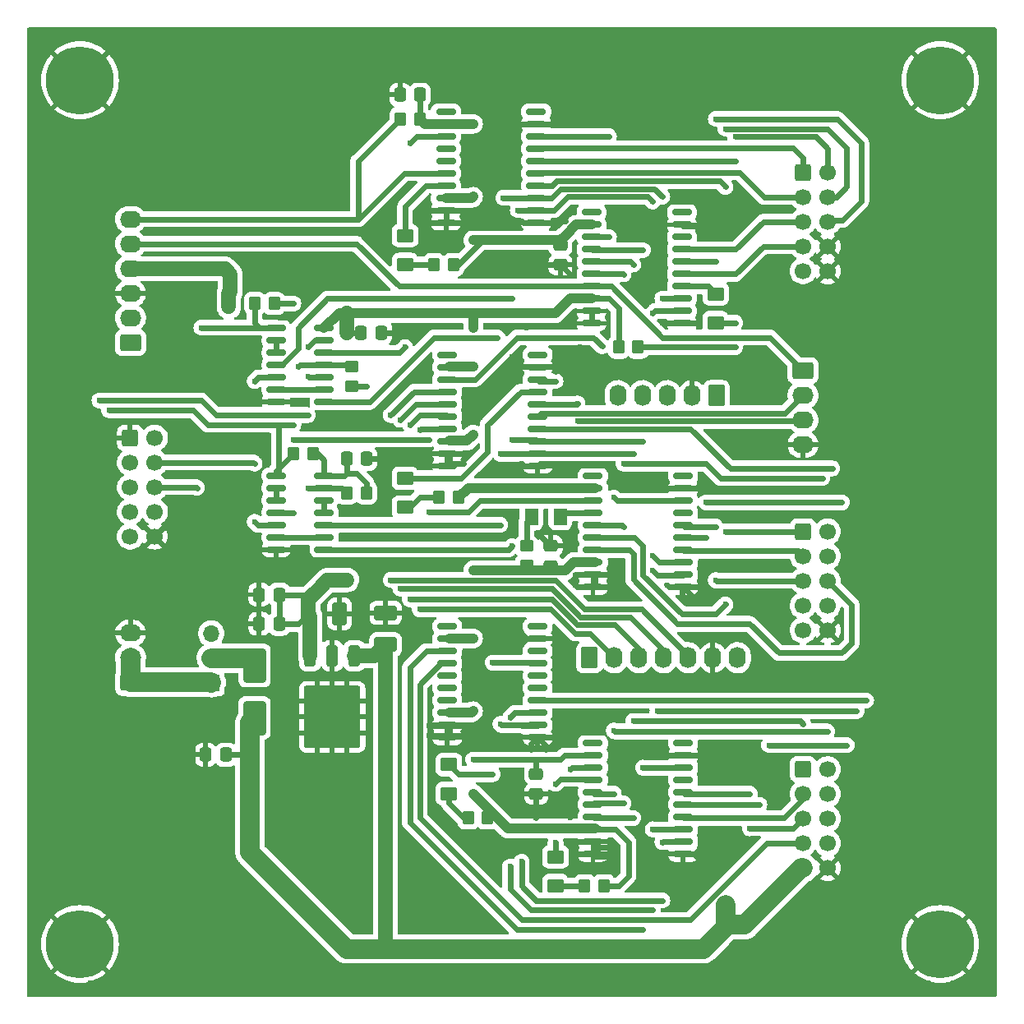
<source format=gtl>
G04 #@! TF.GenerationSoftware,KiCad,Pcbnew,7.0.1*
G04 #@! TF.CreationDate,2023-04-18T17:18:43+02:00*
G04 #@! TF.ProjectId,Alexandrie,416c6578-616e-4647-9269-652e6b696361,rev?*
G04 #@! TF.SameCoordinates,Original*
G04 #@! TF.FileFunction,Copper,L1,Top*
G04 #@! TF.FilePolarity,Positive*
%FSLAX46Y46*%
G04 Gerber Fmt 4.6, Leading zero omitted, Abs format (unit mm)*
G04 Created by KiCad (PCBNEW 7.0.1) date 2023-04-18 17:18:43*
%MOMM*%
%LPD*%
G01*
G04 APERTURE LIST*
G04 Aperture macros list*
%AMRoundRect*
0 Rectangle with rounded corners*
0 $1 Rounding radius*
0 $2 $3 $4 $5 $6 $7 $8 $9 X,Y pos of 4 corners*
0 Add a 4 corners polygon primitive as box body*
4,1,4,$2,$3,$4,$5,$6,$7,$8,$9,$2,$3,0*
0 Add four circle primitives for the rounded corners*
1,1,$1+$1,$2,$3*
1,1,$1+$1,$4,$5*
1,1,$1+$1,$6,$7*
1,1,$1+$1,$8,$9*
0 Add four rect primitives between the rounded corners*
20,1,$1+$1,$2,$3,$4,$5,0*
20,1,$1+$1,$4,$5,$6,$7,0*
20,1,$1+$1,$6,$7,$8,$9,0*
20,1,$1+$1,$8,$9,$2,$3,0*%
G04 Aperture macros list end*
G04 #@! TA.AperFunction,SMDPad,CuDef*
%ADD10RoundRect,0.250000X0.350000X0.450000X-0.350000X0.450000X-0.350000X-0.450000X0.350000X-0.450000X0*%
G04 #@! TD*
G04 #@! TA.AperFunction,SMDPad,CuDef*
%ADD11RoundRect,0.250000X-0.350000X-0.450000X0.350000X-0.450000X0.350000X0.450000X-0.350000X0.450000X0*%
G04 #@! TD*
G04 #@! TA.AperFunction,SMDPad,CuDef*
%ADD12RoundRect,0.250001X-0.624999X0.462499X-0.624999X-0.462499X0.624999X-0.462499X0.624999X0.462499X0*%
G04 #@! TD*
G04 #@! TA.AperFunction,SMDPad,CuDef*
%ADD13RoundRect,0.250000X0.900000X-1.500000X0.900000X1.500000X-0.900000X1.500000X-0.900000X-1.500000X0*%
G04 #@! TD*
G04 #@! TA.AperFunction,SMDPad,CuDef*
%ADD14RoundRect,0.250000X0.450000X-0.350000X0.450000X0.350000X-0.450000X0.350000X-0.450000X-0.350000X0*%
G04 #@! TD*
G04 #@! TA.AperFunction,ComponentPad*
%ADD15RoundRect,0.250000X0.845000X-0.620000X0.845000X0.620000X-0.845000X0.620000X-0.845000X-0.620000X0*%
G04 #@! TD*
G04 #@! TA.AperFunction,ComponentPad*
%ADD16O,2.190000X1.740000*%
G04 #@! TD*
G04 #@! TA.AperFunction,ComponentPad*
%ADD17C,0.800000*%
G04 #@! TD*
G04 #@! TA.AperFunction,ComponentPad*
%ADD18C,7.000000*%
G04 #@! TD*
G04 #@! TA.AperFunction,SMDPad,CuDef*
%ADD19RoundRect,0.250000X-0.475000X0.337500X-0.475000X-0.337500X0.475000X-0.337500X0.475000X0.337500X0*%
G04 #@! TD*
G04 #@! TA.AperFunction,SMDPad,CuDef*
%ADD20RoundRect,0.250000X-0.350000X0.850000X-0.350000X-0.850000X0.350000X-0.850000X0.350000X0.850000X0*%
G04 #@! TD*
G04 #@! TA.AperFunction,SMDPad,CuDef*
%ADD21RoundRect,0.250000X-1.125000X1.275000X-1.125000X-1.275000X1.125000X-1.275000X1.125000X1.275000X0*%
G04 #@! TD*
G04 #@! TA.AperFunction,SMDPad,CuDef*
%ADD22RoundRect,0.249997X-2.650003X2.950003X-2.650003X-2.950003X2.650003X-2.950003X2.650003X2.950003X0*%
G04 #@! TD*
G04 #@! TA.AperFunction,SMDPad,CuDef*
%ADD23RoundRect,0.150000X-0.875000X-0.150000X0.875000X-0.150000X0.875000X0.150000X-0.875000X0.150000X0*%
G04 #@! TD*
G04 #@! TA.AperFunction,SMDPad,CuDef*
%ADD24RoundRect,0.250000X-0.337500X-0.475000X0.337500X-0.475000X0.337500X0.475000X-0.337500X0.475000X0*%
G04 #@! TD*
G04 #@! TA.AperFunction,SMDPad,CuDef*
%ADD25RoundRect,0.150000X-0.825000X-0.150000X0.825000X-0.150000X0.825000X0.150000X-0.825000X0.150000X0*%
G04 #@! TD*
G04 #@! TA.AperFunction,SMDPad,CuDef*
%ADD26RoundRect,0.250001X0.462499X0.624999X-0.462499X0.624999X-0.462499X-0.624999X0.462499X-0.624999X0*%
G04 #@! TD*
G04 #@! TA.AperFunction,ComponentPad*
%ADD27RoundRect,0.250000X-0.600000X-0.600000X0.600000X-0.600000X0.600000X0.600000X-0.600000X0.600000X0*%
G04 #@! TD*
G04 #@! TA.AperFunction,ComponentPad*
%ADD28C,1.700000*%
G04 #@! TD*
G04 #@! TA.AperFunction,ComponentPad*
%ADD29RoundRect,0.250000X-0.620000X-0.845000X0.620000X-0.845000X0.620000X0.845000X-0.620000X0.845000X0*%
G04 #@! TD*
G04 #@! TA.AperFunction,ComponentPad*
%ADD30O,1.740000X2.190000*%
G04 #@! TD*
G04 #@! TA.AperFunction,SMDPad,CuDef*
%ADD31RoundRect,0.250001X0.924999X-0.499999X0.924999X0.499999X-0.924999X0.499999X-0.924999X-0.499999X0*%
G04 #@! TD*
G04 #@! TA.AperFunction,ComponentPad*
%ADD32R,1.700000X1.700000*%
G04 #@! TD*
G04 #@! TA.AperFunction,ComponentPad*
%ADD33O,1.700000X1.700000*%
G04 #@! TD*
G04 #@! TA.AperFunction,SMDPad,CuDef*
%ADD34RoundRect,0.250001X-0.499999X-0.924999X0.499999X-0.924999X0.499999X0.924999X-0.499999X0.924999X0*%
G04 #@! TD*
G04 #@! TA.AperFunction,ComponentPad*
%ADD35RoundRect,0.250000X0.620000X0.845000X-0.620000X0.845000X-0.620000X-0.845000X0.620000X-0.845000X0*%
G04 #@! TD*
G04 #@! TA.AperFunction,SMDPad,CuDef*
%ADD36RoundRect,0.250000X0.337500X0.475000X-0.337500X0.475000X-0.337500X-0.475000X0.337500X-0.475000X0*%
G04 #@! TD*
G04 #@! TA.AperFunction,SMDPad,CuDef*
%ADD37RoundRect,0.250000X0.475000X-0.337500X0.475000X0.337500X-0.475000X0.337500X-0.475000X-0.337500X0*%
G04 #@! TD*
G04 #@! TA.AperFunction,SMDPad,CuDef*
%ADD38RoundRect,0.250000X-0.450000X0.350000X-0.450000X-0.350000X0.450000X-0.350000X0.450000X0.350000X0*%
G04 #@! TD*
G04 #@! TA.AperFunction,ComponentPad*
%ADD39RoundRect,0.250000X-0.845000X0.620000X-0.845000X-0.620000X0.845000X-0.620000X0.845000X0.620000X0*%
G04 #@! TD*
G04 #@! TA.AperFunction,ViaPad*
%ADD40C,0.600000*%
G04 #@! TD*
G04 #@! TA.AperFunction,Conductor*
%ADD41C,0.600000*%
G04 #@! TD*
G04 #@! TA.AperFunction,Conductor*
%ADD42C,1.000000*%
G04 #@! TD*
G04 #@! TA.AperFunction,Conductor*
%ADD43C,1.500000*%
G04 #@! TD*
G04 #@! TA.AperFunction,Conductor*
%ADD44C,2.000000*%
G04 #@! TD*
G04 APERTURE END LIST*
D10*
X130000000Y-134000000D03*
X128000000Y-134000000D03*
D11*
X143500000Y-85500000D03*
X145500000Y-85500000D03*
D12*
X153500000Y-80012500D03*
X153500000Y-82987500D03*
D13*
X106000000Y-123700000D03*
X106000000Y-118300000D03*
D14*
X134000000Y-108000000D03*
X134000000Y-106000000D03*
D15*
X93212500Y-120040000D03*
D16*
X93212500Y-117500000D03*
X93212500Y-114960000D03*
D17*
X174000000Y-147000000D03*
X174768845Y-145143845D03*
X174768845Y-148856155D03*
X176625000Y-144375000D03*
D18*
X176625000Y-147000000D03*
D17*
X176625000Y-149625000D03*
X178481155Y-145143845D03*
X178481155Y-148856155D03*
X179250000Y-147000000D03*
D19*
X135000000Y-129462500D03*
X135000000Y-131537500D03*
D20*
X116280000Y-117300000D03*
X114000000Y-117300000D03*
D21*
X115525000Y-121925000D03*
X112475000Y-121925000D03*
D22*
X114000000Y-123600000D03*
D21*
X115525000Y-125275000D03*
X112475000Y-125275000D03*
D20*
X111720000Y-117300000D03*
D17*
X174000000Y-58000000D03*
X174768845Y-56143845D03*
X174768845Y-59856155D03*
X176625000Y-55375000D03*
D18*
X176625000Y-58000000D03*
D17*
X176625000Y-60625000D03*
X178481155Y-56143845D03*
X178481155Y-59856155D03*
X179250000Y-58000000D03*
D23*
X125850000Y-114285000D03*
X125850000Y-115555000D03*
X125850000Y-116825000D03*
X125850000Y-118095000D03*
X125850000Y-119365000D03*
X125850000Y-120635000D03*
X125850000Y-121905000D03*
X125850000Y-123175000D03*
X125850000Y-124445000D03*
X125850000Y-125715000D03*
X135150000Y-125715000D03*
X135150000Y-124445000D03*
X135150000Y-123175000D03*
X135150000Y-121905000D03*
X135150000Y-120635000D03*
X135150000Y-119365000D03*
X135150000Y-118095000D03*
X135150000Y-116825000D03*
X135150000Y-115555000D03*
X135150000Y-114285000D03*
D24*
X100962500Y-127500000D03*
X103037500Y-127500000D03*
D10*
X123000000Y-62000000D03*
X121000000Y-62000000D03*
D25*
X108212500Y-83530000D03*
X108212500Y-84800000D03*
X108212500Y-86070000D03*
X108212500Y-87340000D03*
X108212500Y-88610000D03*
X108212500Y-89880000D03*
X108212500Y-91150000D03*
X113162500Y-91150000D03*
X113162500Y-89880000D03*
X113162500Y-88610000D03*
X113162500Y-87340000D03*
X113162500Y-86070000D03*
X113162500Y-84800000D03*
X113162500Y-83530000D03*
D12*
X126000000Y-128512500D03*
X126000000Y-131487500D03*
D17*
X85375000Y-147000000D03*
X86143845Y-145143845D03*
X86143845Y-148856155D03*
X88000000Y-144375000D03*
D18*
X88000000Y-147000000D03*
D17*
X88000000Y-149625000D03*
X89856155Y-145143845D03*
X89856155Y-148856155D03*
X90625000Y-147000000D03*
D26*
X137487500Y-103000000D03*
X134512500Y-103000000D03*
D27*
X162500000Y-104500000D03*
D28*
X165040000Y-104500000D03*
X162500000Y-107040000D03*
X165040000Y-107040000D03*
X162500000Y-109580000D03*
X165040000Y-109580000D03*
X162500000Y-112120000D03*
X165040000Y-112120000D03*
X162500000Y-114660000D03*
X165040000Y-114660000D03*
D29*
X140500000Y-117500000D03*
D30*
X143040000Y-117500000D03*
X145580000Y-117500000D03*
X148120000Y-117500000D03*
X150660000Y-117500000D03*
X153200000Y-117500000D03*
X155740000Y-117500000D03*
D31*
X119500000Y-116125000D03*
X119500000Y-112875000D03*
D10*
X112000000Y-96500000D03*
X110000000Y-96500000D03*
D17*
X85375000Y-58000000D03*
X86143845Y-56143845D03*
X86143845Y-59856155D03*
X88000000Y-55375000D03*
D18*
X88000000Y-58000000D03*
D17*
X88000000Y-60625000D03*
X89856155Y-56143845D03*
X89856155Y-59856155D03*
X90625000Y-58000000D03*
D32*
X101537500Y-120080000D03*
D33*
X101537500Y-117540000D03*
X101537500Y-115000000D03*
D27*
X93172500Y-94840000D03*
D28*
X95712500Y-94840000D03*
X93172500Y-97380000D03*
X95712500Y-97380000D03*
X93172500Y-99920000D03*
X95712500Y-99920000D03*
X93172500Y-102460000D03*
X95712500Y-102460000D03*
X93172500Y-105000000D03*
X95712500Y-105000000D03*
D23*
X140712500Y-71625000D03*
X140712500Y-72895000D03*
X140712500Y-74165000D03*
X140712500Y-75435000D03*
X140712500Y-76705000D03*
X140712500Y-77975000D03*
X140712500Y-79245000D03*
X140712500Y-80515000D03*
X140712500Y-81785000D03*
X140712500Y-83055000D03*
X150012500Y-83055000D03*
X150012500Y-81785000D03*
X150012500Y-80515000D03*
X150012500Y-79245000D03*
X150012500Y-77975000D03*
X150012500Y-76705000D03*
X150012500Y-75435000D03*
X150012500Y-74165000D03*
X150012500Y-72895000D03*
X150012500Y-71625000D03*
X125700000Y-61230000D03*
X125700000Y-62500000D03*
X125700000Y-63770000D03*
X125700000Y-65040000D03*
X125700000Y-66310000D03*
X125700000Y-67580000D03*
X125700000Y-68850000D03*
X125700000Y-70120000D03*
X125700000Y-71390000D03*
X125700000Y-72660000D03*
X135000000Y-72660000D03*
X135000000Y-71390000D03*
X135000000Y-70120000D03*
X135000000Y-68850000D03*
X135000000Y-67580000D03*
X135000000Y-66310000D03*
X135000000Y-65040000D03*
X135000000Y-63770000D03*
X135000000Y-62500000D03*
X135000000Y-61230000D03*
D34*
X111500000Y-113000000D03*
X114750000Y-113000000D03*
D12*
X121500000Y-99012500D03*
X121500000Y-101987500D03*
D24*
X115462500Y-97000000D03*
X117537500Y-97000000D03*
X106462500Y-114000000D03*
X108537500Y-114000000D03*
D23*
X125850000Y-86285000D03*
X125850000Y-87555000D03*
X125850000Y-88825000D03*
X125850000Y-90095000D03*
X125850000Y-91365000D03*
X125850000Y-92635000D03*
X125850000Y-93905000D03*
X125850000Y-95175000D03*
X125850000Y-96445000D03*
X125850000Y-97715000D03*
X135150000Y-97715000D03*
X135150000Y-96445000D03*
X135150000Y-95175000D03*
X135150000Y-93905000D03*
X135150000Y-92635000D03*
X135150000Y-91365000D03*
X135150000Y-90095000D03*
X135150000Y-88825000D03*
X135150000Y-87555000D03*
X135150000Y-86285000D03*
D35*
X153580000Y-90500000D03*
D30*
X151040000Y-90500000D03*
X148500000Y-90500000D03*
X145960000Y-90500000D03*
X143420000Y-90500000D03*
D10*
X127000000Y-101000000D03*
X125000000Y-101000000D03*
D24*
X116962500Y-84000000D03*
X119037500Y-84000000D03*
D36*
X123037500Y-59500000D03*
X120962500Y-59500000D03*
D10*
X142000000Y-141000000D03*
X140000000Y-141000000D03*
D23*
X140850000Y-98785000D03*
X140850000Y-100055000D03*
X140850000Y-101325000D03*
X140850000Y-102595000D03*
X140850000Y-103865000D03*
X140850000Y-105135000D03*
X140850000Y-106405000D03*
X140850000Y-107675000D03*
X140850000Y-108945000D03*
X140850000Y-110215000D03*
X150150000Y-110215000D03*
X150150000Y-108945000D03*
X150150000Y-107675000D03*
X150150000Y-106405000D03*
X150150000Y-105135000D03*
X150150000Y-103865000D03*
X150150000Y-102595000D03*
X150150000Y-101325000D03*
X150150000Y-100055000D03*
X150150000Y-98785000D03*
D10*
X117500000Y-100500000D03*
X115500000Y-100500000D03*
D27*
X162500000Y-129000000D03*
D28*
X165040000Y-129000000D03*
X162500000Y-131540000D03*
X165040000Y-131540000D03*
X162500000Y-134080000D03*
X165040000Y-134080000D03*
X162500000Y-136620000D03*
X165040000Y-136620000D03*
X162500000Y-139160000D03*
X165040000Y-139160000D03*
D27*
X162500000Y-67500000D03*
D28*
X165040000Y-67500000D03*
X162500000Y-70040000D03*
X165040000Y-70040000D03*
X162500000Y-72580000D03*
X165040000Y-72580000D03*
X162500000Y-75120000D03*
X165040000Y-75120000D03*
X162500000Y-77660000D03*
X165040000Y-77660000D03*
D12*
X137000000Y-138012500D03*
X137000000Y-140987500D03*
D19*
X137500000Y-74962500D03*
X137500000Y-77037500D03*
D10*
X126500000Y-77000000D03*
X124500000Y-77000000D03*
D37*
X136500000Y-108037500D03*
X136500000Y-105962500D03*
D38*
X116000000Y-87500000D03*
X116000000Y-89500000D03*
D25*
X108212500Y-98730000D03*
X108212500Y-100000000D03*
X108212500Y-101270000D03*
X108212500Y-102540000D03*
X108212500Y-103810000D03*
X108212500Y-105080000D03*
X108212500Y-106350000D03*
X113162500Y-106350000D03*
X113162500Y-105080000D03*
X113162500Y-103810000D03*
X113162500Y-102540000D03*
X113162500Y-101270000D03*
X113162500Y-100000000D03*
X113162500Y-98730000D03*
D39*
X162500000Y-87920000D03*
D16*
X162500000Y-90460000D03*
X162500000Y-93000000D03*
X162500000Y-95540000D03*
D12*
X121500000Y-74012500D03*
X121500000Y-76987500D03*
D23*
X140850000Y-126285000D03*
X140850000Y-127555000D03*
X140850000Y-128825000D03*
X140850000Y-130095000D03*
X140850000Y-131365000D03*
X140850000Y-132635000D03*
X140850000Y-133905000D03*
X140850000Y-135175000D03*
X140850000Y-136445000D03*
X140850000Y-137715000D03*
X150150000Y-137715000D03*
X150150000Y-136445000D03*
X150150000Y-135175000D03*
X150150000Y-133905000D03*
X150150000Y-132635000D03*
X150150000Y-131365000D03*
X150150000Y-130095000D03*
X150150000Y-128825000D03*
X150150000Y-127555000D03*
X150150000Y-126285000D03*
D15*
X93212500Y-85040000D03*
D16*
X93212500Y-82500000D03*
X93212500Y-79960000D03*
X93212500Y-77420000D03*
X93212500Y-74880000D03*
X93212500Y-72340000D03*
D11*
X106000000Y-81000000D03*
X108000000Y-81000000D03*
D24*
X106462500Y-111000000D03*
X108537500Y-111000000D03*
D40*
X117500000Y-89500000D03*
X128500000Y-82000000D03*
X128500000Y-87500000D03*
X114000000Y-109500000D03*
X128500000Y-100000000D03*
X115500000Y-98500000D03*
X128500000Y-108500000D03*
X128500000Y-94500000D03*
X128500000Y-74500000D03*
X128500000Y-62500000D03*
X112500000Y-110500000D03*
X115500000Y-82000000D03*
X128500000Y-115500000D03*
X128500000Y-128000000D03*
X128500000Y-83500000D03*
X128500000Y-70000000D03*
X115500000Y-84000000D03*
X115500000Y-109500000D03*
X128500000Y-131500000D03*
X128500000Y-123000000D03*
X110000000Y-81000000D03*
X181000000Y-106840000D03*
X147000000Y-53500000D03*
X115000000Y-128500000D03*
X83500000Y-94140000D03*
X83500000Y-106840000D03*
X177480000Y-53500000D03*
X181000000Y-117000000D03*
X181000000Y-83980000D03*
X101780000Y-151000000D03*
X159700000Y-53500000D03*
X118500000Y-93000000D03*
X181000000Y-147480000D03*
X109000000Y-117500000D03*
X83500000Y-104300000D03*
X83500000Y-117000000D03*
X150000000Y-111500000D03*
X132260000Y-151000000D03*
X162240000Y-53500000D03*
X113000000Y-133500000D03*
X106860000Y-151000000D03*
X117000000Y-128500000D03*
X181000000Y-66200000D03*
X133500000Y-116000000D03*
X115500000Y-79000000D03*
X181000000Y-94140000D03*
X116520000Y-53500000D03*
X122000000Y-137500000D03*
X181000000Y-124620000D03*
X177980000Y-151000000D03*
X122000000Y-143500000D03*
X125000000Y-139500000D03*
X119560000Y-151000000D03*
X104320000Y-151000000D03*
X181000000Y-81440000D03*
X127500000Y-124500000D03*
X148500000Y-110000000D03*
X115000000Y-136000000D03*
X89080000Y-151000000D03*
X181000000Y-104300000D03*
X83500000Y-111920000D03*
X147500000Y-151000000D03*
X101280000Y-53500000D03*
X138000000Y-126000000D03*
X109500000Y-79000000D03*
X99240000Y-151000000D03*
X181000000Y-129700000D03*
X111000000Y-128500000D03*
X151750000Y-83000000D03*
X119060000Y-53500000D03*
X83500000Y-96680000D03*
X181000000Y-61120000D03*
X117000000Y-136000000D03*
X96700000Y-151000000D03*
X172900000Y-151000000D03*
X142420000Y-151000000D03*
X103820000Y-53500000D03*
X155120000Y-151000000D03*
X138000000Y-72500000D03*
X83500000Y-66200000D03*
X181000000Y-86520000D03*
X181000000Y-53500000D03*
X181000000Y-91600000D03*
X136840000Y-53500000D03*
X143000000Y-109000000D03*
X129220000Y-53500000D03*
X181000000Y-119540000D03*
X181000000Y-63660000D03*
X83500000Y-99220000D03*
X109000000Y-136000000D03*
X133500000Y-97500000D03*
X157660000Y-151000000D03*
X108900000Y-53500000D03*
X123500000Y-73000000D03*
X152000000Y-74000000D03*
X86040000Y-53500000D03*
X133500000Y-115000000D03*
X122000000Y-141500000D03*
X181000000Y-89060000D03*
X152000000Y-137000000D03*
X152000000Y-99000000D03*
X83500000Y-144940000D03*
X134500000Y-127000000D03*
X83500000Y-127160000D03*
X181000000Y-56040000D03*
X181000000Y-122080000D03*
X167820000Y-151000000D03*
X154620000Y-53500000D03*
X111000000Y-131000000D03*
X130000000Y-105000000D03*
X174940000Y-53500000D03*
X138500000Y-132000000D03*
X181000000Y-71280000D03*
X152000000Y-127500000D03*
X137340000Y-151000000D03*
X139000000Y-109000000D03*
X121600000Y-53500000D03*
X106360000Y-53500000D03*
X83500000Y-129700000D03*
X117000000Y-133500000D03*
X125500000Y-105000000D03*
X139380000Y-53500000D03*
X143000000Y-110500000D03*
X122100000Y-151000000D03*
X132500000Y-88000000D03*
X181000000Y-68740000D03*
X83500000Y-139860000D03*
X109000000Y-133500000D03*
X137500000Y-62500000D03*
X123500000Y-143500000D03*
X83500000Y-137320000D03*
X109000000Y-128500000D03*
X127500000Y-125500000D03*
X144960000Y-151000000D03*
X127500000Y-73000000D03*
X181000000Y-144940000D03*
X152080000Y-53500000D03*
X139880000Y-151000000D03*
X160200000Y-151000000D03*
X181000000Y-101760000D03*
X181000000Y-142400000D03*
X152000000Y-138500000D03*
X115000000Y-133500000D03*
X131760000Y-53500000D03*
X165280000Y-151000000D03*
X151000000Y-111500000D03*
X152000000Y-110500000D03*
X118500000Y-105000000D03*
X139000000Y-138000000D03*
X83500000Y-86520000D03*
X172400000Y-53500000D03*
X83500000Y-119540000D03*
X111000000Y-133500000D03*
X167320000Y-53500000D03*
X148500000Y-127500000D03*
X152000000Y-73000000D03*
X139500000Y-85500000D03*
X147500000Y-100000000D03*
X117000000Y-131000000D03*
X114480000Y-151000000D03*
X86540000Y-151000000D03*
X135500000Y-105000000D03*
X152580000Y-151000000D03*
X152000000Y-72000000D03*
X147500000Y-99000000D03*
X124140000Y-53500000D03*
X129720000Y-151000000D03*
X138500000Y-134000000D03*
X127500000Y-96500000D03*
X98740000Y-53500000D03*
X126680000Y-53500000D03*
X83500000Y-142400000D03*
X83500000Y-147480000D03*
X120500000Y-84000000D03*
X83500000Y-122080000D03*
X83500000Y-76360000D03*
X83500000Y-101760000D03*
X123500000Y-71500000D03*
X109000000Y-126000000D03*
X148000000Y-83000000D03*
X83500000Y-61120000D03*
X124640000Y-151000000D03*
X137000000Y-72500000D03*
X122000000Y-116500000D03*
X181000000Y-99220000D03*
X150040000Y-151000000D03*
X164780000Y-53500000D03*
X175440000Y-151000000D03*
X138500000Y-78000000D03*
X111940000Y-151000000D03*
X181000000Y-58580000D03*
X113000000Y-131000000D03*
X141920000Y-53500000D03*
X137500000Y-61500000D03*
X181000000Y-127160000D03*
X83500000Y-89060000D03*
X149540000Y-53500000D03*
X83500000Y-114460000D03*
X136037500Y-77037500D03*
X139000000Y-110000000D03*
X118500000Y-79000000D03*
X170360000Y-151000000D03*
X123500000Y-141500000D03*
X84000000Y-151000000D03*
X181000000Y-137320000D03*
X83500000Y-71280000D03*
X91120000Y-53500000D03*
X181000000Y-111920000D03*
X117020000Y-151000000D03*
X157160000Y-53500000D03*
X83500000Y-78900000D03*
X134300000Y-53500000D03*
X111440000Y-53500000D03*
X144460000Y-53500000D03*
X94160000Y-151000000D03*
X123500000Y-139500000D03*
X113980000Y-53500000D03*
X132500000Y-86500000D03*
X113000000Y-128500000D03*
X181000000Y-134780000D03*
X109000000Y-131000000D03*
X181000000Y-139860000D03*
X106500000Y-79000000D03*
X118500000Y-109500000D03*
X124000000Y-125500000D03*
X122000000Y-139500000D03*
X83500000Y-134780000D03*
X115000000Y-131000000D03*
X139000000Y-97500000D03*
X133500000Y-72500000D03*
X135000000Y-134000000D03*
X83500000Y-109380000D03*
X137500000Y-60500000D03*
X139000000Y-136500000D03*
X181000000Y-132240000D03*
X83500000Y-63660000D03*
X138000000Y-125000000D03*
X181000000Y-73820000D03*
X142500000Y-138000000D03*
X134000000Y-83500000D03*
X135000000Y-133000000D03*
X113000000Y-136000000D03*
X127500000Y-71500000D03*
X83500000Y-91600000D03*
X125000000Y-141500000D03*
X137000000Y-88000000D03*
X181000000Y-76360000D03*
X181000000Y-109380000D03*
X123000000Y-84000000D03*
X91620000Y-151000000D03*
X124000000Y-124500000D03*
X181000000Y-114460000D03*
X134800000Y-151000000D03*
X130000000Y-98500000D03*
X83500000Y-58580000D03*
X127500000Y-97500000D03*
X181000000Y-78900000D03*
X83500000Y-83980000D03*
X125000000Y-143500000D03*
X119000000Y-97000000D03*
X136000000Y-127000000D03*
X83500000Y-132240000D03*
X137000000Y-86500000D03*
X88580000Y-53500000D03*
X93660000Y-53500000D03*
X112500000Y-79000000D03*
X181000000Y-96680000D03*
X83500000Y-73820000D03*
X162740000Y-151000000D03*
X169860000Y-53500000D03*
X127180000Y-151000000D03*
X83500000Y-124620000D03*
X111000000Y-136000000D03*
X152000000Y-100000000D03*
X109400000Y-151000000D03*
X83500000Y-53500000D03*
X96200000Y-53500000D03*
X83500000Y-56040000D03*
X83500000Y-68740000D03*
X133000000Y-62500000D03*
X142500000Y-137000000D03*
X83500000Y-81440000D03*
X111500000Y-92500000D03*
X90000000Y-91000000D03*
X111500000Y-100000000D03*
X106000000Y-89000000D03*
X106000000Y-103500000D03*
X106000000Y-97500000D03*
X91000000Y-92000000D03*
X110000000Y-93500000D03*
X110500000Y-87500000D03*
X138000000Y-79245000D03*
X154495970Y-145204644D03*
X154500000Y-143000000D03*
X105500000Y-130500000D03*
X102920000Y-77420000D03*
X105500000Y-128500000D03*
X105500000Y-126500000D03*
X152000000Y-147500002D03*
X103337500Y-81337500D03*
X156500000Y-145000000D03*
X103337500Y-80000000D03*
X154500000Y-63000000D03*
X154500000Y-69000000D03*
X155500000Y-66310000D03*
X155500000Y-63799500D03*
X165499999Y-97999999D03*
X153500000Y-109500000D03*
X153500000Y-104000000D03*
X152500000Y-105135000D03*
X152500000Y-101500000D03*
X166500000Y-101500000D03*
X154500000Y-104500000D03*
X154500000Y-112000000D03*
X164500000Y-99000000D03*
X144000000Y-104000000D03*
X144000000Y-97500000D03*
X111500000Y-85500000D03*
X111500000Y-88500000D03*
X137000000Y-136500000D03*
X137000000Y-130500000D03*
X123000000Y-94000000D03*
X123000000Y-112500000D03*
X120000000Y-109500000D03*
X120000000Y-92500000D03*
X122000001Y-93500001D03*
X122000002Y-111499998D03*
X120999999Y-93000001D03*
X121000000Y-110365000D03*
X139260298Y-91303383D03*
X139299500Y-93105500D03*
X146000000Y-75500000D03*
X144000000Y-78000000D03*
X145000000Y-77000000D03*
X153500000Y-62000000D03*
X153500000Y-76705000D03*
X155500000Y-83000000D03*
X155500000Y-85500000D03*
X130500000Y-118000000D03*
X130500000Y-129500000D03*
X100500000Y-83500000D03*
X100049000Y-100000000D03*
X145000000Y-124000000D03*
X162500000Y-124299500D03*
X144000000Y-132500000D03*
X165000000Y-125099002D03*
X143000000Y-125000000D03*
X143000000Y-131500000D03*
X158000000Y-132635000D03*
X167000000Y-126500000D03*
X159000000Y-126500000D03*
X157000000Y-135080000D03*
X157000000Y-131500000D03*
X145000000Y-134000000D03*
X168000000Y-123000000D03*
X147500000Y-123000000D03*
X169000000Y-121905000D03*
X124000000Y-102500000D03*
X110000000Y-95000000D03*
X109960000Y-102540000D03*
X124000000Y-95000000D03*
X146000000Y-95175000D03*
X132500000Y-95000000D03*
X132325000Y-123645500D03*
X132325000Y-139000000D03*
X147000000Y-106999999D03*
X147000000Y-135175000D03*
X132500000Y-106000000D03*
X147000000Y-143500000D03*
X145000000Y-96445000D03*
X147000000Y-108500000D03*
X133499999Y-138499999D03*
X148000000Y-142500000D03*
X131310000Y-96500000D03*
X133500000Y-124500000D03*
X148000000Y-136500000D03*
X131310000Y-103810000D03*
X131310000Y-124310000D03*
X147000000Y-82000000D03*
X133110000Y-71390000D03*
X147000000Y-70500000D03*
X132500000Y-80500000D03*
X131620000Y-70120000D03*
X131000000Y-84499998D03*
X148000000Y-80500000D03*
X148000000Y-70000000D03*
X121500000Y-85500000D03*
X122000000Y-64500000D03*
X142500000Y-74165000D03*
X142500000Y-63770000D03*
X143000000Y-101000000D03*
X141799500Y-85408217D03*
X137000000Y-89000000D03*
X138500000Y-129000000D03*
X146000000Y-145500000D03*
X146000000Y-128825000D03*
D41*
X117500000Y-99500000D02*
X117500000Y-100500000D01*
D42*
X129500000Y-74500000D02*
X128500000Y-74500000D01*
D41*
X123037500Y-59500000D02*
X123037500Y-61962500D01*
X112000000Y-96500000D02*
X112500000Y-96500000D01*
X137945000Y-127555000D02*
X137500000Y-128000000D01*
D42*
X131500000Y-74500000D02*
X129500000Y-74500000D01*
D41*
X111000000Y-111000000D02*
X111500000Y-111500000D01*
X116962500Y-84000000D02*
X115500000Y-84000000D01*
D42*
X138000000Y-74000000D02*
X137500000Y-74500000D01*
X128500000Y-82000000D02*
X128500000Y-83500000D01*
D41*
X143500000Y-81500000D02*
X143500000Y-85500000D01*
X127000000Y-77000000D02*
X129500000Y-74500000D01*
X143175000Y-135175000D02*
X140850000Y-135175000D01*
X115462500Y-98462500D02*
X115500000Y-98500000D01*
D43*
X111500000Y-111500000D02*
X111500000Y-113000000D01*
D42*
X137000000Y-82000000D02*
X138500000Y-80500000D01*
D41*
X135000000Y-128000000D02*
X128500000Y-128000000D01*
D42*
X126062500Y-95120000D02*
X127880000Y-95120000D01*
X132120000Y-135120000D02*
X128500000Y-131500000D01*
X128500000Y-100000000D02*
X128000000Y-100000000D01*
D41*
X110500000Y-114000000D02*
X111500000Y-113000000D01*
X144500000Y-140000000D02*
X144500000Y-136500000D01*
D42*
X128500000Y-123000000D02*
X128325000Y-123175000D01*
D41*
X112500000Y-96500000D02*
X113162500Y-97162500D01*
X142515000Y-80515000D02*
X143500000Y-81500000D01*
D43*
X113500000Y-109500000D02*
X112500000Y-110500000D01*
D41*
X140850000Y-127555000D02*
X137945000Y-127555000D01*
X115270000Y-98730000D02*
X115500000Y-98500000D01*
X116500000Y-98500000D02*
X117500000Y-99500000D01*
X108000000Y-81000000D02*
X110000000Y-81000000D01*
X143500000Y-141000000D02*
X144500000Y-140000000D01*
D42*
X127880000Y-95120000D02*
X128500000Y-94500000D01*
D43*
X112500000Y-110500000D02*
X111500000Y-111500000D01*
D42*
X128380000Y-70120000D02*
X128500000Y-70000000D01*
X141062500Y-100000000D02*
X128500000Y-100000000D01*
X128325000Y-123175000D02*
X126062500Y-123175000D01*
D41*
X144500000Y-136500000D02*
X143175000Y-135175000D01*
D42*
X140712500Y-72895000D02*
X139105000Y-72895000D01*
D43*
X115500000Y-82000000D02*
X115500000Y-84000000D01*
D41*
X135000000Y-129462500D02*
X135000000Y-128000000D01*
D42*
X137500000Y-74500000D02*
X131500000Y-74500000D01*
D41*
X108537500Y-111000000D02*
X111000000Y-111000000D01*
X137500000Y-128000000D02*
X135000000Y-128000000D01*
X123037500Y-61962500D02*
X123000000Y-62000000D01*
X108537500Y-111000000D02*
X108537500Y-114000000D01*
D42*
X114692500Y-82000000D02*
X137000000Y-82000000D01*
X141062500Y-135120000D02*
X136000000Y-135120000D01*
X141062500Y-107620000D02*
X138880000Y-107620000D01*
D41*
X116000000Y-89500000D02*
X117500000Y-89500000D01*
D43*
X111720000Y-113220000D02*
X111500000Y-113000000D01*
D42*
X113162500Y-83530000D02*
X114692500Y-82000000D01*
X138880000Y-107620000D02*
X138000000Y-108500000D01*
X136000000Y-135120000D02*
X132120000Y-135120000D01*
D41*
X137500000Y-74962500D02*
X137500000Y-74500000D01*
D43*
X115500000Y-109500000D02*
X113500000Y-109500000D01*
D42*
X138000000Y-108500000D02*
X128500000Y-108500000D01*
X123500000Y-62500000D02*
X123000000Y-62000000D01*
X125700000Y-62500000D02*
X123500000Y-62500000D01*
X128500000Y-62500000D02*
X125700000Y-62500000D01*
D41*
X142000000Y-141000000D02*
X143500000Y-141000000D01*
D42*
X126062500Y-115555000D02*
X128445000Y-115555000D01*
X138500000Y-80500000D02*
X140697500Y-80500000D01*
X125700000Y-70120000D02*
X128380000Y-70120000D01*
D41*
X115500000Y-98500000D02*
X116500000Y-98500000D01*
D43*
X111720000Y-117300000D02*
X111720000Y-113220000D01*
D41*
X126500000Y-77000000D02*
X127000000Y-77000000D01*
D42*
X128000000Y-100000000D02*
X127000000Y-101000000D01*
D41*
X140697500Y-80500000D02*
X140712500Y-80515000D01*
X108537500Y-114000000D02*
X110500000Y-114000000D01*
X113162500Y-98730000D02*
X115270000Y-98730000D01*
D42*
X128500000Y-87500000D02*
X126062500Y-87500000D01*
D41*
X113162500Y-97162500D02*
X113162500Y-98730000D01*
X115462500Y-97000000D02*
X115462500Y-98462500D01*
D42*
X128445000Y-115555000D02*
X128500000Y-115500000D01*
D41*
X140712500Y-80515000D02*
X142515000Y-80515000D01*
D42*
X139105000Y-72895000D02*
X138000000Y-74000000D01*
D41*
X151000000Y-111065000D02*
X150150000Y-110215000D01*
X125905000Y-96500000D02*
X125850000Y-96445000D01*
X135095000Y-87500000D02*
X135150000Y-87555000D01*
X135150000Y-125715000D02*
X137285000Y-125715000D01*
X140712500Y-81785000D02*
X140712500Y-83055000D01*
X134055000Y-115555000D02*
X133500000Y-115000000D01*
X137500000Y-60500000D02*
X137500000Y-61500000D01*
X147500000Y-100000000D02*
X149000000Y-100000000D01*
X135000000Y-72660000D02*
X133660000Y-72660000D01*
X127390000Y-71390000D02*
X127500000Y-71500000D01*
X133000000Y-87500000D02*
X134000000Y-87500000D01*
X150150000Y-127555000D02*
X151945000Y-127555000D01*
X135000000Y-131537500D02*
X135000000Y-133000000D01*
X150150000Y-127555000D02*
X148555000Y-127555000D01*
X137500000Y-77037500D02*
X137537500Y-77037500D01*
X142715000Y-110215000D02*
X143000000Y-110500000D01*
X136000000Y-126565000D02*
X135150000Y-125715000D01*
X136840000Y-72660000D02*
X137000000Y-72500000D01*
X119037500Y-84000000D02*
X120500000Y-84000000D01*
X140850000Y-108945000D02*
X142945000Y-108945000D01*
X135365000Y-97500000D02*
X135150000Y-97715000D01*
X126065000Y-125500000D02*
X125850000Y-125715000D01*
X150095000Y-100000000D02*
X150150000Y-100055000D01*
X137500000Y-77037500D02*
X136037500Y-77037500D01*
X142500000Y-138000000D02*
X141135000Y-138000000D01*
X142500000Y-137000000D02*
X141405000Y-137000000D01*
X125700000Y-71390000D02*
X123610000Y-71390000D01*
X123840000Y-72660000D02*
X123500000Y-73000000D01*
X133500000Y-87500000D02*
X134000000Y-87500000D01*
X126062500Y-124445000D02*
X126062500Y-125715000D01*
X142945000Y-108945000D02*
X143000000Y-109000000D01*
X140850000Y-110215000D02*
X139215000Y-110215000D01*
X134000000Y-87500000D02*
X135095000Y-87500000D01*
X137500000Y-61500000D02*
X137500000Y-62500000D01*
X152000000Y-73000000D02*
X152000000Y-72000000D01*
X135205000Y-87500000D02*
X135150000Y-87555000D01*
X151500000Y-100000000D02*
X150205000Y-100000000D01*
X139215000Y-110215000D02*
X139000000Y-110000000D01*
X140850000Y-137715000D02*
X139285000Y-137715000D01*
X136500000Y-105962500D02*
X136462500Y-105962500D01*
X150150000Y-110215000D02*
X151715000Y-110215000D01*
X140850000Y-136445000D02*
X139055000Y-136445000D01*
X151285000Y-137715000D02*
X152000000Y-137000000D01*
X150117500Y-73000000D02*
X150012500Y-72895000D01*
X139000000Y-97500000D02*
X135365000Y-97500000D01*
X150012500Y-83055000D02*
X150067500Y-83000000D01*
X137715000Y-125715000D02*
X138000000Y-126000000D01*
X135000000Y-133000000D02*
X135000000Y-134000000D01*
X141135000Y-138000000D02*
X140850000Y-137715000D01*
X127500000Y-97500000D02*
X126065000Y-97500000D01*
X152000000Y-99000000D02*
X152000000Y-99500000D01*
X135000000Y-72660000D02*
X136840000Y-72660000D01*
X150205000Y-100000000D02*
X150150000Y-100055000D01*
X148500000Y-100000000D02*
X149000000Y-100000000D01*
X141062500Y-108890000D02*
X141062500Y-110160000D01*
X150150000Y-137715000D02*
X151285000Y-137715000D01*
X148555000Y-127555000D02*
X148500000Y-127500000D01*
X150000000Y-111500000D02*
X150000000Y-110365000D01*
X152000000Y-73000000D02*
X150117500Y-73000000D01*
X135150000Y-97715000D02*
X133715000Y-97715000D01*
X137000000Y-86500000D02*
X137000000Y-87500000D01*
X150000000Y-110365000D02*
X150150000Y-110215000D01*
X133945000Y-115555000D02*
X133500000Y-116000000D01*
X151715000Y-110215000D02*
X152000000Y-110500000D01*
X149957500Y-83000000D02*
X150012500Y-83055000D01*
X123610000Y-71390000D02*
X123500000Y-71500000D01*
X133000000Y-62500000D02*
X135000000Y-62500000D01*
X137500000Y-62500000D02*
X135000000Y-62500000D01*
X125700000Y-71390000D02*
X127390000Y-71390000D01*
X151945000Y-127555000D02*
X152000000Y-127500000D01*
X135150000Y-115555000D02*
X133945000Y-115555000D01*
X150067500Y-83000000D02*
X151750000Y-83000000D01*
X152000000Y-100000000D02*
X151500000Y-100000000D01*
X151215000Y-137715000D02*
X152000000Y-138500000D01*
X125700000Y-72660000D02*
X127160000Y-72660000D01*
X117537500Y-97000000D02*
X119000000Y-97000000D01*
X132500000Y-86500000D02*
X133500000Y-87500000D01*
X140850000Y-108945000D02*
X139055000Y-108945000D01*
X150150000Y-137715000D02*
X151215000Y-137715000D01*
X141062500Y-136390000D02*
X141062500Y-137660000D01*
X133660000Y-72660000D02*
X133500000Y-72500000D01*
X126065000Y-97500000D02*
X125850000Y-97715000D01*
X139055000Y-136445000D02*
X139000000Y-136500000D01*
X134500000Y-127000000D02*
X134500000Y-126365000D01*
X133715000Y-97715000D02*
X133500000Y-97500000D01*
X127500000Y-124500000D02*
X125905000Y-124500000D01*
X127500000Y-96500000D02*
X125905000Y-96500000D01*
X125700000Y-71390000D02*
X125700000Y-72660000D01*
X134500000Y-126365000D02*
X135150000Y-125715000D01*
X137000000Y-87500000D02*
X135205000Y-87500000D01*
X124000000Y-125500000D02*
X125635000Y-125500000D01*
X139285000Y-137715000D02*
X139000000Y-138000000D01*
X124000000Y-124500000D02*
X125795000Y-124500000D01*
X127500000Y-125500000D02*
X126065000Y-125500000D01*
X137000000Y-87500000D02*
X137000000Y-88000000D01*
X150150000Y-110215000D02*
X148715000Y-110215000D01*
X137537500Y-77037500D02*
X138500000Y-78000000D01*
X126062500Y-96390000D02*
X126062500Y-97660000D01*
X148000000Y-83000000D02*
X149957500Y-83000000D01*
X151000000Y-111500000D02*
X151000000Y-111065000D01*
X149000000Y-100000000D02*
X150095000Y-100000000D01*
X140850000Y-110215000D02*
X142715000Y-110215000D01*
X132500000Y-88000000D02*
X133000000Y-87500000D01*
X152000000Y-74000000D02*
X152000000Y-73000000D01*
X137285000Y-125715000D02*
X138000000Y-125000000D01*
X137000000Y-72500000D02*
X138000000Y-72500000D01*
X125905000Y-124500000D02*
X125850000Y-124445000D01*
X135150000Y-115555000D02*
X134055000Y-115555000D01*
X125795000Y-124500000D02*
X125850000Y-124445000D01*
X125700000Y-72660000D02*
X123840000Y-72660000D01*
X125635000Y-125500000D02*
X125850000Y-125715000D01*
X127160000Y-72660000D02*
X127500000Y-73000000D01*
X147500000Y-99000000D02*
X148500000Y-100000000D01*
X139055000Y-108945000D02*
X139000000Y-109000000D01*
X136000000Y-127000000D02*
X136000000Y-126565000D01*
X148715000Y-110215000D02*
X148500000Y-110000000D01*
X152000000Y-99500000D02*
X151500000Y-100000000D01*
X141405000Y-137000000D02*
X140850000Y-136445000D01*
X136462500Y-105962500D02*
X135500000Y-105000000D01*
X135150000Y-125715000D02*
X137715000Y-125715000D01*
D44*
X101537500Y-117540000D02*
X105240000Y-117540000D01*
X105240000Y-117540000D02*
X106000000Y-118300000D01*
D41*
X137892500Y-102595000D02*
X137487500Y-103000000D01*
X140850000Y-102595000D02*
X137892500Y-102595000D01*
X134000000Y-106000000D02*
X134000000Y-103512500D01*
X134000000Y-103512500D02*
X134512500Y-103000000D01*
X111500000Y-92500000D02*
X102000000Y-92500000D01*
X113162500Y-100000000D02*
X115000000Y-100000000D01*
X115000000Y-100000000D02*
X115500000Y-100500000D01*
X113162500Y-100000000D02*
X111500000Y-100000000D01*
X102000000Y-92500000D02*
X100500000Y-91000000D01*
X100500000Y-91000000D02*
X90000000Y-91000000D01*
X95712500Y-97380000D02*
X99249500Y-97380000D01*
X108212500Y-88610000D02*
X106390000Y-88610000D01*
X106310000Y-103810000D02*
X106000000Y-103500000D01*
X108212500Y-103810000D02*
X106310000Y-103810000D01*
X106390000Y-88610000D02*
X106000000Y-89000000D01*
X106000000Y-97500000D02*
X105880000Y-97380000D01*
X105880000Y-97380000D02*
X99249500Y-97380000D01*
X110000000Y-93500000D02*
X108500000Y-93500000D01*
X113162500Y-87340000D02*
X110660000Y-87340000D01*
X110660000Y-87340000D02*
X110500000Y-87500000D01*
X108500000Y-98442500D02*
X108500000Y-93500000D01*
X115840000Y-87340000D02*
X116000000Y-87500000D01*
X113162500Y-87340000D02*
X115840000Y-87340000D01*
X108500000Y-93500000D02*
X101200500Y-93500000D01*
X99700500Y-92000000D02*
X91000000Y-92000000D01*
X108212500Y-98287500D02*
X110000000Y-96500000D01*
X108212500Y-98730000D02*
X108212500Y-98287500D01*
X101200500Y-93500000D02*
X99700500Y-92000000D01*
X148000000Y-84500000D02*
X142745000Y-79245000D01*
X159080000Y-84500000D02*
X148000000Y-84500000D01*
X142745000Y-79245000D02*
X140712500Y-79245000D01*
X162500000Y-87920000D02*
X159080000Y-84500000D01*
X120870000Y-79245000D02*
X116505000Y-74880000D01*
X140712500Y-79245000D02*
X120870000Y-79245000D01*
X116505000Y-74880000D02*
X93212500Y-74880000D01*
X104500000Y-127500000D02*
X105500000Y-126500000D01*
D43*
X102920000Y-77420000D02*
X103500000Y-78000000D01*
D44*
X154700614Y-145000000D02*
X154495970Y-145204644D01*
X115500000Y-147500000D02*
X119500000Y-147500000D01*
X154495970Y-143004030D02*
X154500000Y-143000000D01*
D41*
X103037500Y-127500000D02*
X104500000Y-127500000D01*
D44*
X106000000Y-123700000D02*
X105500000Y-124200000D01*
X105500000Y-137500000D02*
X115500000Y-147500000D01*
D43*
X116280000Y-117300000D02*
X118325000Y-117300000D01*
D44*
X152000000Y-147500002D02*
X152200612Y-147500002D01*
X162500000Y-139160000D02*
X162340000Y-139160000D01*
X156500000Y-145000000D02*
X154700614Y-145000000D01*
D43*
X119500000Y-116125000D02*
X119500000Y-147500000D01*
D44*
X152200612Y-147500002D02*
X154495970Y-145204644D01*
X105500000Y-124200000D02*
X105500000Y-126500000D01*
D41*
X105200000Y-124000000D02*
X105500000Y-123700000D01*
D44*
X119500000Y-147500000D02*
X152200614Y-147500000D01*
D43*
X103337500Y-80000000D02*
X103337500Y-81337500D01*
D44*
X105500000Y-126500000D02*
X105500000Y-137500000D01*
X154495970Y-145204644D02*
X154495970Y-143004030D01*
X162340000Y-139160000D02*
X156500000Y-145000000D01*
D43*
X93212500Y-77420000D02*
X102920000Y-77420000D01*
X103500000Y-78000000D02*
X103500000Y-79837500D01*
X103500000Y-79837500D02*
X103337500Y-80000000D01*
X118325000Y-117300000D02*
X119500000Y-116125000D01*
D41*
X158540000Y-70040000D02*
X162500000Y-70040000D01*
X135080000Y-67500000D02*
X156000000Y-67500000D01*
X156000000Y-67500000D02*
X158540000Y-70040000D01*
X135000000Y-67580000D02*
X135080000Y-67500000D01*
X165960000Y-70040000D02*
X165040000Y-70040000D01*
X167000000Y-69000000D02*
X165960000Y-70040000D01*
X165000000Y-63000000D02*
X167000000Y-65000000D01*
X137099002Y-68400998D02*
X153900998Y-68400998D01*
X136650000Y-68850000D02*
X137099002Y-68400998D01*
X135000000Y-68850000D02*
X136650000Y-68850000D01*
X153900998Y-68400998D02*
X154500000Y-69000000D01*
X167000000Y-65000000D02*
X167000000Y-69000000D01*
X154500000Y-63000000D02*
X165000000Y-63000000D01*
X162500000Y-66000000D02*
X162500000Y-67500000D01*
X135040000Y-65000000D02*
X161500000Y-65000000D01*
X161500000Y-65000000D02*
X162500000Y-66000000D01*
X135000000Y-65040000D02*
X135040000Y-65000000D01*
X163799500Y-63799500D02*
X155500000Y-63799500D01*
X135000000Y-66310000D02*
X155500000Y-66310000D01*
X165040000Y-67500000D02*
X165040000Y-65040000D01*
X165040000Y-65040000D02*
X163799500Y-63799500D01*
X155000000Y-98000000D02*
X165499999Y-97999999D01*
X135150000Y-93905000D02*
X150905000Y-93905000D01*
X150905000Y-93905000D02*
X155000000Y-98000000D01*
X153580000Y-109580000D02*
X153500000Y-109500000D01*
X162500000Y-109580000D02*
X153580000Y-109580000D01*
X150285000Y-104000000D02*
X153500000Y-104000000D01*
X150150000Y-103865000D02*
X150285000Y-104000000D01*
X152500000Y-101500000D02*
X166500000Y-101500000D01*
X150150000Y-105135000D02*
X152500000Y-105135000D01*
X150245000Y-106500000D02*
X150150000Y-106405000D01*
X161960000Y-106500000D02*
X150245000Y-106500000D01*
X162500000Y-107040000D02*
X161960000Y-106500000D01*
X166500000Y-117000000D02*
X167500000Y-116000000D01*
X149559620Y-114000000D02*
X157000000Y-114000000D01*
X145000000Y-109440380D02*
X149559620Y-114000000D01*
X167500000Y-112040000D02*
X165040000Y-109580000D01*
X157000000Y-114000000D02*
X160000000Y-117000000D01*
X144595000Y-106405000D02*
X145000000Y-106810000D01*
X140850000Y-106405000D02*
X144595000Y-106405000D01*
X145000000Y-106810000D02*
X145000000Y-109440380D01*
X160000000Y-117000000D02*
X166500000Y-117000000D01*
X167500000Y-116000000D02*
X167500000Y-112040000D01*
X145135000Y-105135000D02*
X146000000Y-106000000D01*
X146000000Y-109000000D02*
X150000000Y-113000000D01*
X140850000Y-105135000D02*
X145135000Y-105135000D01*
X162500000Y-104500000D02*
X154500000Y-104500000D01*
X150000000Y-113000000D02*
X153500000Y-113000000D01*
X146000000Y-106000000D02*
X146000000Y-109000000D01*
X153500000Y-113000000D02*
X154500000Y-112000000D01*
X164500000Y-99000000D02*
X154000000Y-99000000D01*
X143865000Y-103865000D02*
X144000000Y-104000000D01*
X152500000Y-97500000D02*
X144000000Y-97500000D01*
X140850000Y-103865000D02*
X143865000Y-103865000D01*
X154000000Y-99000000D02*
X152500000Y-97500000D01*
X108212500Y-100000000D02*
X108212500Y-101270000D01*
X108212500Y-105080000D02*
X113162500Y-105080000D01*
X108212500Y-84800000D02*
X108212500Y-86070000D01*
X108212500Y-89880000D02*
X113162500Y-89880000D01*
X111500000Y-85500000D02*
X112200000Y-84800000D01*
X111610000Y-88610000D02*
X111500000Y-88500000D01*
X112200000Y-84800000D02*
X113162500Y-84800000D01*
X113162500Y-88610000D02*
X111610000Y-88610000D01*
X140850000Y-130095000D02*
X140755000Y-130000000D01*
X137500000Y-130000000D02*
X137000000Y-130500000D01*
X140755000Y-130000000D02*
X137500000Y-130000000D01*
X137000000Y-138012500D02*
X137000000Y-136500000D01*
X139000000Y-115000000D02*
X136500000Y-112500000D01*
X136500000Y-112500000D02*
X123000000Y-112500000D01*
X140540000Y-115000000D02*
X139000000Y-115000000D01*
X123095000Y-93905000D02*
X123000000Y-94000000D01*
X143040000Y-117500000D02*
X140540000Y-115000000D01*
X125850000Y-93905000D02*
X123095000Y-93905000D01*
X145869334Y-112500000D02*
X140000000Y-112500000D01*
X125850000Y-90095000D02*
X122405000Y-90095000D01*
X137000000Y-109500000D02*
X120000000Y-109500000D01*
X150660000Y-117500000D02*
X150660000Y-117290666D01*
X122405000Y-90095000D02*
X120000000Y-92500000D01*
X140000000Y-112500000D02*
X137000000Y-109500000D01*
X150660000Y-117290666D02*
X145869334Y-112500000D01*
X123000002Y-92500000D02*
X122000001Y-93500001D01*
X145580000Y-116580000D02*
X143099002Y-114099002D01*
X143099002Y-114099002D02*
X139229667Y-114099002D01*
X139229667Y-114099002D02*
X136630663Y-111499998D01*
X145580000Y-117500000D02*
X145580000Y-116580000D01*
X136630663Y-111499998D02*
X122000002Y-111499998D01*
X125715000Y-92500000D02*
X123000002Y-92500000D01*
X125850000Y-92635000D02*
X125715000Y-92500000D01*
X136626331Y-110365000D02*
X121000000Y-110365000D01*
X148120000Y-116719002D02*
X144700499Y-113299501D01*
X144700499Y-113299501D02*
X139560832Y-113299501D01*
X125850000Y-91365000D02*
X122635000Y-91365000D01*
X122635000Y-91365000D02*
X120999999Y-93000001D01*
X148120000Y-117500000D02*
X148120000Y-116719002D01*
X139560832Y-113299501D02*
X136626331Y-110365000D01*
X135150000Y-91365000D02*
X139198681Y-91365000D01*
X162394500Y-93105500D02*
X139299500Y-93105500D01*
X139198681Y-91365000D02*
X139260298Y-91303383D01*
X162500000Y-93000000D02*
X162394500Y-93105500D01*
X160654002Y-92305998D02*
X162500000Y-90460000D01*
X135150000Y-92635000D02*
X135479002Y-92305998D01*
X135479002Y-92305998D02*
X160654002Y-92305998D01*
X140712500Y-75435000D02*
X140777500Y-75500000D01*
X140777500Y-75500000D02*
X146000000Y-75500000D01*
X143975000Y-77975000D02*
X144000000Y-78000000D01*
X140712500Y-77975000D02*
X143975000Y-77975000D01*
X144705000Y-76705000D02*
X145000000Y-77000000D01*
X140712500Y-76705000D02*
X144705000Y-76705000D01*
X150012500Y-77975000D02*
X155525000Y-77975000D01*
X155525000Y-77975000D02*
X158380000Y-75120000D01*
X158380000Y-75120000D02*
X162500000Y-75120000D01*
X155565000Y-75435000D02*
X158420000Y-72580000D01*
X158420000Y-72580000D02*
X162500000Y-72580000D01*
X150012500Y-75435000D02*
X155565000Y-75435000D01*
X165200000Y-72420000D02*
X165040000Y-72580000D01*
X166000000Y-62000000D02*
X168500000Y-64500000D01*
X166525332Y-72420000D02*
X165200000Y-72420000D01*
X168500000Y-70445332D02*
X166525332Y-72420000D01*
X150012500Y-76705000D02*
X153500000Y-76705000D01*
X153500000Y-62000000D02*
X166000000Y-62000000D01*
X168500000Y-64500000D02*
X168500000Y-70445332D01*
X137012500Y-141000000D02*
X137000000Y-140987500D01*
X140000000Y-141000000D02*
X137012500Y-141000000D01*
X123650000Y-68850000D02*
X121500000Y-71000000D01*
X125700000Y-68850000D02*
X123650000Y-68850000D01*
X121500000Y-71000000D02*
X121500000Y-74012500D01*
X121500000Y-76987500D02*
X124487500Y-76987500D01*
X124487500Y-76987500D02*
X124500000Y-77000000D01*
X150012500Y-79245000D02*
X152732500Y-79245000D01*
X152732500Y-79245000D02*
X153500000Y-80012500D01*
X153512500Y-83000000D02*
X153500000Y-82987500D01*
X155500000Y-83000000D02*
X153512500Y-83000000D01*
X145500000Y-85500000D02*
X155500000Y-85500000D01*
X127262500Y-99012500D02*
X121500000Y-99012500D01*
X135150000Y-90095000D02*
X133405000Y-90095000D01*
X133405000Y-90095000D02*
X130000000Y-93500000D01*
X130000000Y-96275000D02*
X127262500Y-99012500D01*
X130000000Y-93500000D02*
X130000000Y-96275000D01*
X121500000Y-101987500D02*
X122012500Y-101987500D01*
X123000000Y-101000000D02*
X125000000Y-101000000D01*
X122012500Y-101987500D02*
X123000000Y-101000000D01*
X135150000Y-118095000D02*
X135055000Y-118000000D01*
X130500000Y-129500000D02*
X126987500Y-129500000D01*
X135055000Y-118000000D02*
X130500000Y-118000000D01*
X126987500Y-129500000D02*
X126000000Y-128512500D01*
X127500000Y-134000000D02*
X128000000Y-134000000D01*
X126000000Y-132500000D02*
X127500000Y-134000000D01*
X126000000Y-131487500D02*
X126000000Y-132500000D01*
D44*
X93212500Y-117500000D02*
X93212500Y-120040000D01*
X101497500Y-120040000D02*
X101537500Y-120080000D01*
X93212500Y-120040000D02*
X101497500Y-120040000D01*
D41*
X106500000Y-83500000D02*
X108182500Y-83500000D01*
X108182500Y-83500000D02*
X108212500Y-83530000D01*
X106000000Y-81000000D02*
X106000000Y-83000000D01*
X100500000Y-83500000D02*
X106500000Y-83500000D01*
X99969000Y-99920000D02*
X100049000Y-100000000D01*
X95712500Y-99920000D02*
X99969000Y-99920000D01*
X106000000Y-83000000D02*
X106500000Y-83500000D01*
X93212500Y-72340000D02*
X116660000Y-72340000D01*
X116660000Y-66340000D02*
X116660000Y-72340000D01*
X116660000Y-72340000D02*
X121420000Y-67580000D01*
X121420000Y-67580000D02*
X125700000Y-67580000D01*
X121000000Y-62000000D02*
X116660000Y-66340000D01*
X140850000Y-132635000D02*
X140985000Y-132500000D01*
X140985000Y-132500000D02*
X144000000Y-132500000D01*
X145000000Y-124000000D02*
X162200500Y-124000000D01*
X162200500Y-124000000D02*
X162500000Y-124299500D01*
X143000000Y-131500000D02*
X140985000Y-131500000D01*
X143000000Y-125000000D02*
X143099002Y-125099002D01*
X140985000Y-131500000D02*
X140850000Y-131365000D01*
X143099002Y-125099002D02*
X165000000Y-125099002D01*
X150245000Y-134000000D02*
X150150000Y-133905000D01*
X162500000Y-132040000D02*
X160540000Y-134000000D01*
X160540000Y-134000000D02*
X150245000Y-134000000D01*
X162500000Y-131540000D02*
X162500000Y-132040000D01*
X159000000Y-126500000D02*
X167000000Y-126500000D01*
X150150000Y-132635000D02*
X158000000Y-132635000D01*
X162500000Y-134080000D02*
X161500000Y-135080000D01*
X150150000Y-131365000D02*
X150285000Y-131500000D01*
X150285000Y-131500000D02*
X157000000Y-131500000D01*
X161500000Y-135080000D02*
X157000000Y-135080000D01*
X140945000Y-134000000D02*
X145000000Y-134000000D01*
X140850000Y-133905000D02*
X140945000Y-134000000D01*
X147500000Y-123000000D02*
X168000000Y-123000000D01*
X162500000Y-136620000D02*
X158759386Y-136620000D01*
X123000000Y-134000000D02*
X123000000Y-120270761D01*
X133500000Y-144500000D02*
X123000000Y-134000000D01*
X123000000Y-120270761D02*
X125175761Y-118095000D01*
X158759386Y-136620000D02*
X150879386Y-144500000D01*
X150879386Y-144500000D02*
X133500000Y-144500000D01*
X125175761Y-118095000D02*
X125850000Y-118095000D01*
X135150000Y-121905000D02*
X169000000Y-121905000D01*
X128000000Y-102500000D02*
X124000000Y-102500000D01*
X129175000Y-101325000D02*
X128000000Y-102500000D01*
X140850000Y-101325000D02*
X129175000Y-101325000D01*
X108212500Y-102540000D02*
X109960000Y-102540000D01*
X124000000Y-95000000D02*
X110000000Y-95000000D01*
X113162500Y-106350000D02*
X132150000Y-106350000D01*
X134975000Y-95000000D02*
X135150000Y-95175000D01*
X132795500Y-123175000D02*
X132325000Y-123645500D01*
X134500000Y-143500000D02*
X147000000Y-143500000D01*
X132150000Y-106350000D02*
X132500000Y-106000000D01*
X135150000Y-123175000D02*
X132795500Y-123175000D01*
X147675001Y-107675000D02*
X147000000Y-106999999D01*
X132325000Y-141325000D02*
X134500000Y-143500000D01*
X150150000Y-135175000D02*
X147000000Y-135175000D01*
X150150000Y-107675000D02*
X147675001Y-107675000D01*
X135150000Y-95175000D02*
X146000000Y-95175000D01*
X132500000Y-95000000D02*
X134975000Y-95000000D01*
X132325000Y-139000000D02*
X132325000Y-141325000D01*
X131310000Y-124310000D02*
X131445000Y-124445000D01*
X135095000Y-124500000D02*
X135150000Y-124445000D01*
X150150000Y-136445000D02*
X148055000Y-136445000D01*
X135150000Y-96445000D02*
X145000000Y-96445000D01*
X135000000Y-142500000D02*
X148000000Y-142500000D01*
X148055000Y-136445000D02*
X148000000Y-136500000D01*
X135095000Y-96500000D02*
X135150000Y-96445000D01*
X133500000Y-124500000D02*
X135095000Y-124500000D01*
X133499999Y-138499999D02*
X133500000Y-141000000D01*
X147500000Y-109000000D02*
X147000000Y-108500000D01*
X113162500Y-103810000D02*
X131310000Y-103810000D01*
X150150000Y-108945000D02*
X150095000Y-109000000D01*
X131445000Y-124445000D02*
X135150000Y-124445000D01*
X133500000Y-141000000D02*
X135000000Y-142500000D01*
X131310000Y-96500000D02*
X135095000Y-96500000D01*
X150095000Y-109000000D02*
X147500000Y-109000000D01*
X113162500Y-101270000D02*
X113162500Y-102540000D01*
X110500000Y-85676739D02*
X110500000Y-83500000D01*
X135000000Y-71390000D02*
X136860000Y-71390000D01*
X150012500Y-81785000D02*
X147215000Y-81785000D01*
X110500000Y-83500000D02*
X113500000Y-80500000D01*
X135000000Y-71390000D02*
X133110000Y-71390000D01*
X113500000Y-80500000D02*
X132500000Y-80500000D01*
X136860000Y-71390000D02*
X138250000Y-70000000D01*
X108212500Y-87340000D02*
X108836739Y-87340000D01*
X147215000Y-81785000D02*
X147000000Y-82000000D01*
X108836739Y-87340000D02*
X110500000Y-85676739D01*
X146500000Y-70000000D02*
X147000000Y-70500000D01*
X138250000Y-70000000D02*
X146500000Y-70000000D01*
X135000000Y-70120000D02*
X131620000Y-70120000D01*
X124500002Y-84499998D02*
X131000000Y-84499998D01*
X148000000Y-80500000D02*
X149997500Y-80500000D01*
X136564667Y-70120000D02*
X137484168Y-69200499D01*
X113162500Y-91150000D02*
X117850000Y-91150000D01*
X147200499Y-69200499D02*
X148000000Y-70000000D01*
X137484168Y-69200499D02*
X147200499Y-69200499D01*
X149997500Y-80500000D02*
X150012500Y-80515000D01*
X135000000Y-70120000D02*
X136564667Y-70120000D01*
X117850000Y-91150000D02*
X124500002Y-84499998D01*
X120930000Y-86070000D02*
X121500000Y-85500000D01*
X113162500Y-86070000D02*
X120930000Y-86070000D01*
X122730000Y-63770000D02*
X125700000Y-63770000D01*
X122000000Y-64500000D02*
X122730000Y-63770000D01*
X135000000Y-63770000D02*
X142500000Y-63770000D01*
X140712500Y-74165000D02*
X142500000Y-74165000D01*
X140891283Y-84500000D02*
X141799500Y-85408217D01*
X133000000Y-84500000D02*
X140891283Y-84500000D01*
X128675000Y-88825000D02*
X133000000Y-84500000D01*
X150150000Y-101325000D02*
X143325000Y-101325000D01*
X125850000Y-88825000D02*
X128675000Y-88825000D01*
X143325000Y-101325000D02*
X143000000Y-101000000D01*
X138675000Y-128825000D02*
X138500000Y-129000000D01*
X135325000Y-89000000D02*
X135150000Y-88825000D01*
X140850000Y-128825000D02*
X138675000Y-128825000D01*
X137000000Y-89000000D02*
X135325000Y-89000000D01*
X125850000Y-116825000D02*
X123675000Y-116825000D01*
X133000000Y-145500000D02*
X146000000Y-145500000D01*
X122000000Y-118500000D02*
X122000000Y-134500000D01*
X123675000Y-116825000D02*
X122000000Y-118500000D01*
X150150000Y-128825000D02*
X146000000Y-128825000D01*
X122000000Y-134500000D02*
X133000000Y-145500000D01*
G04 #@! TA.AperFunction,Conductor*
G36*
X133715553Y-128822097D02*
G01*
X133759626Y-128859905D01*
X133781654Y-128913634D01*
X133778018Y-128957015D01*
X133778493Y-128957064D01*
X133766500Y-129074455D01*
X133766500Y-129850544D01*
X133777112Y-129954425D01*
X133816620Y-130073654D01*
X133832885Y-130122738D01*
X133857039Y-130161898D01*
X133925971Y-130273654D01*
X134051345Y-130399028D01*
X134052034Y-130399453D01*
X134057959Y-130405642D01*
X134061596Y-130409279D01*
X134061516Y-130409358D01*
X134095215Y-130444558D01*
X134110939Y-130504988D01*
X134095220Y-130565419D01*
X134065714Y-130596244D01*
X134066904Y-130597434D01*
X133932683Y-130731654D01*
X133840642Y-130880877D01*
X133785493Y-131047303D01*
X133775000Y-131150021D01*
X133775000Y-131287500D01*
X136224999Y-131287500D01*
X136224999Y-131173556D01*
X136244005Y-131107584D01*
X136295197Y-131061836D01*
X136362883Y-131050336D01*
X136426312Y-131076609D01*
X136454965Y-131099459D01*
X136465333Y-131108725D01*
X136492719Y-131136111D01*
X136509698Y-131146779D01*
X136525512Y-131156716D01*
X136536854Y-131164764D01*
X136547878Y-131173556D01*
X136567130Y-131188909D01*
X136602036Y-131205718D01*
X136614185Y-131212433D01*
X136646985Y-131233043D01*
X136683530Y-131245830D01*
X136683533Y-131245831D01*
X136696381Y-131251153D01*
X136729944Y-131267315D01*
X136731280Y-131267959D01*
X136769036Y-131276576D01*
X136782384Y-131280421D01*
X136818953Y-131293217D01*
X136833209Y-131294823D01*
X136857437Y-131297553D01*
X136871146Y-131299881D01*
X136908903Y-131308500D01*
X136947632Y-131308500D01*
X136961516Y-131309279D01*
X137000000Y-131313616D01*
X137038483Y-131309279D01*
X137052368Y-131308500D01*
X137091097Y-131308500D01*
X137128859Y-131299880D01*
X137142548Y-131297553D01*
X137181047Y-131293217D01*
X137217624Y-131280417D01*
X137230942Y-131276581D01*
X137268720Y-131267959D01*
X137303615Y-131251153D01*
X137316449Y-131245836D01*
X137353015Y-131233043D01*
X137385817Y-131212430D01*
X137397961Y-131205719D01*
X137432870Y-131188909D01*
X137463153Y-131164757D01*
X137474478Y-131156721D01*
X137507281Y-131136111D01*
X137636111Y-131007281D01*
X137694692Y-130948700D01*
X137694694Y-130948697D01*
X137798573Y-130844818D01*
X137838802Y-130817939D01*
X137886254Y-130808500D01*
X139242219Y-130808500D01*
X139297644Y-130821576D01*
X139341380Y-130858048D01*
X139364201Y-130910222D01*
X139361295Y-130967095D01*
X139319438Y-131111165D01*
X139316500Y-131148501D01*
X139316500Y-131581499D01*
X139319438Y-131618834D01*
X139365854Y-131778600D01*
X139458521Y-131935291D01*
X139455390Y-131937142D01*
X139473152Y-131967906D01*
X139473152Y-132032094D01*
X139455390Y-132062857D01*
X139458521Y-132064709D01*
X139365854Y-132221399D01*
X139319438Y-132381165D01*
X139316500Y-132418501D01*
X139316500Y-132851499D01*
X139319438Y-132888834D01*
X139365854Y-133048600D01*
X139458521Y-133205291D01*
X139455390Y-133207142D01*
X139473152Y-133237906D01*
X139473152Y-133302094D01*
X139455390Y-133332857D01*
X139458521Y-133334709D01*
X139365854Y-133491399D01*
X139319438Y-133651165D01*
X139316500Y-133688501D01*
X139316500Y-133987500D01*
X139299887Y-134049500D01*
X139254500Y-134094887D01*
X139192500Y-134111500D01*
X136049547Y-134111500D01*
X132589096Y-134111500D01*
X132541643Y-134102061D01*
X132501415Y-134075181D01*
X130213735Y-131787500D01*
X133775001Y-131787500D01*
X133775001Y-131924979D01*
X133785493Y-132027695D01*
X133840642Y-132194122D01*
X133932683Y-132343345D01*
X134056654Y-132467316D01*
X134205877Y-132559357D01*
X134372303Y-132614506D01*
X134475021Y-132625000D01*
X134750000Y-132625000D01*
X134750000Y-131787500D01*
X135250000Y-131787500D01*
X135250000Y-132624999D01*
X135524979Y-132624999D01*
X135627695Y-132614506D01*
X135794122Y-132559357D01*
X135943345Y-132467316D01*
X136067316Y-132343345D01*
X136159357Y-132194122D01*
X136214506Y-132027696D01*
X136225000Y-131924979D01*
X136225000Y-131787500D01*
X135250000Y-131787500D01*
X134750000Y-131787500D01*
X133775001Y-131787500D01*
X130213735Y-131787500D01*
X129178084Y-130751849D01*
X129063002Y-130657404D01*
X128887804Y-130563758D01*
X128846272Y-130551160D01*
X128787977Y-130513031D01*
X128759437Y-130449489D01*
X128769658Y-130380586D01*
X128815415Y-130328065D01*
X128882268Y-130308500D01*
X130447632Y-130308500D01*
X130461516Y-130309279D01*
X130500000Y-130313616D01*
X130500000Y-130313615D01*
X130500001Y-130313616D01*
X130545406Y-130308500D01*
X130681047Y-130293217D01*
X130853015Y-130233043D01*
X131007281Y-130136111D01*
X131136111Y-130007281D01*
X131233043Y-129853015D01*
X131293217Y-129681047D01*
X131313616Y-129500000D01*
X131293217Y-129318953D01*
X131233043Y-129146985D01*
X131139724Y-128998469D01*
X131120768Y-128935978D01*
X131136191Y-128872519D01*
X131181718Y-128825697D01*
X131244719Y-128808500D01*
X133659098Y-128808500D01*
X133715553Y-128822097D01*
G37*
G04 #@! TD.AperFunction*
G04 #@! TA.AperFunction,Conductor*
G36*
X166594731Y-112278122D02*
G01*
X166655181Y-112338572D01*
X166682061Y-112378800D01*
X166691500Y-112426253D01*
X166691500Y-115613746D01*
X166682061Y-115661199D01*
X166655181Y-115701427D01*
X166201427Y-116155181D01*
X166161199Y-116182061D01*
X166113746Y-116191500D01*
X165482239Y-116191500D01*
X165424982Y-116177489D01*
X165380664Y-116138624D01*
X165359300Y-116083685D01*
X165365717Y-116025090D01*
X165398466Y-115976078D01*
X165450145Y-115947725D01*
X165503492Y-115933430D01*
X165717576Y-115833600D01*
X165801373Y-115774925D01*
X165040000Y-115013553D01*
X164278625Y-115774925D01*
X164362420Y-115833599D01*
X164576507Y-115933430D01*
X164629855Y-115947725D01*
X164681534Y-115976078D01*
X164714283Y-116025090D01*
X164720700Y-116083685D01*
X164699336Y-116138624D01*
X164655018Y-116177489D01*
X164597761Y-116191500D01*
X162965854Y-116191500D01*
X162899758Y-116172416D01*
X162854007Y-116121038D01*
X162842684Y-116053180D01*
X162869273Y-115989730D01*
X162925591Y-115950219D01*
X162981844Y-115930907D01*
X163047574Y-115908342D01*
X163245576Y-115801189D01*
X163423240Y-115662906D01*
X163575722Y-115497268D01*
X163669748Y-115353349D01*
X163713664Y-115312595D01*
X163771563Y-115297188D01*
X163829927Y-115310726D01*
X163875131Y-115350049D01*
X163925072Y-115421373D01*
X163925073Y-115421373D01*
X164686447Y-114660001D01*
X165393553Y-114660001D01*
X166154925Y-115421373D01*
X166213600Y-115337576D01*
X166313430Y-115123492D01*
X166374569Y-114895318D01*
X166395157Y-114660000D01*
X166374569Y-114424681D01*
X166313430Y-114196507D01*
X166213599Y-113982421D01*
X166154926Y-113898626D01*
X166154925Y-113898625D01*
X165393553Y-114660000D01*
X165393553Y-114660001D01*
X164686447Y-114660001D01*
X164686447Y-114659999D01*
X163925073Y-113898625D01*
X163875133Y-113969950D01*
X163829929Y-114009273D01*
X163771565Y-114022812D01*
X163713665Y-114007405D01*
X163669748Y-113966649D01*
X163575723Y-113822732D01*
X163442997Y-113678556D01*
X163423240Y-113657094D01*
X163245576Y-113518811D01*
X163209067Y-113499053D01*
X163161563Y-113453474D01*
X163144086Y-113390000D01*
X163161563Y-113326526D01*
X163209067Y-113280946D01*
X163245576Y-113261189D01*
X163423240Y-113122906D01*
X163575722Y-112957268D01*
X163645097Y-112851080D01*
X163666191Y-112818795D01*
X163710982Y-112777561D01*
X163770000Y-112762616D01*
X163829018Y-112777561D01*
X163873809Y-112818795D01*
X163939543Y-112919409D01*
X163964278Y-112957268D01*
X164116760Y-113122906D01*
X164294424Y-113261189D01*
X164337697Y-113284607D01*
X164383336Y-113327156D01*
X164402475Y-113386546D01*
X164390266Y-113447738D01*
X164349801Y-113495237D01*
X164278625Y-113545072D01*
X165040000Y-114306447D01*
X165040001Y-114306447D01*
X165801373Y-113545073D01*
X165801373Y-113545072D01*
X165730198Y-113495235D01*
X165689733Y-113447736D01*
X165677525Y-113386544D01*
X165696665Y-113327154D01*
X165742299Y-113284608D01*
X165785576Y-113261189D01*
X165963240Y-113122906D01*
X166115722Y-112957268D01*
X166238860Y-112768791D01*
X166329296Y-112562616D01*
X166384564Y-112344368D01*
X166384564Y-112344365D01*
X166386844Y-112335363D01*
X166418467Y-112279032D01*
X166474132Y-112246252D01*
X166538731Y-112245918D01*
X166594731Y-112278122D01*
G37*
G04 #@! TD.AperFunction*
G04 #@! TA.AperFunction,Conductor*
G36*
X161123019Y-107320360D02*
G01*
X161165817Y-107353670D01*
X161190304Y-107402058D01*
X161204598Y-107458504D01*
X161210705Y-107482619D01*
X161301137Y-107688786D01*
X161301139Y-107688789D01*
X161301140Y-107688791D01*
X161424278Y-107877268D01*
X161576760Y-108042906D01*
X161754424Y-108181189D01*
X161754426Y-108181190D01*
X161790931Y-108200946D01*
X161838436Y-108246527D01*
X161855913Y-108310000D01*
X161838436Y-108373473D01*
X161790931Y-108419054D01*
X161754426Y-108438809D01*
X161576760Y-108577094D01*
X161434632Y-108731484D01*
X161393213Y-108761056D01*
X161343403Y-108771500D01*
X153887067Y-108771500D01*
X153846110Y-108764541D01*
X153816456Y-108754164D01*
X153803612Y-108748843D01*
X153768719Y-108732039D01*
X153730957Y-108723420D01*
X153717603Y-108719574D01*
X153681047Y-108706783D01*
X153681045Y-108706782D01*
X153681043Y-108706782D01*
X153642561Y-108702446D01*
X153628855Y-108700117D01*
X153591099Y-108691500D01*
X153591097Y-108691500D01*
X153552368Y-108691500D01*
X153538483Y-108690720D01*
X153500000Y-108686383D01*
X153461517Y-108690720D01*
X153447632Y-108691500D01*
X153408903Y-108691500D01*
X153371148Y-108700117D01*
X153371144Y-108700118D01*
X153357438Y-108702446D01*
X153318954Y-108706782D01*
X153282401Y-108719572D01*
X153269047Y-108723419D01*
X153231281Y-108732040D01*
X153196378Y-108748848D01*
X153183546Y-108754163D01*
X153150707Y-108765654D01*
X153146979Y-108766959D01*
X153114190Y-108787561D01*
X153102027Y-108794283D01*
X153067130Y-108811089D01*
X153036846Y-108835240D01*
X153025509Y-108843284D01*
X152992721Y-108863886D01*
X152965324Y-108891282D01*
X152954962Y-108900542D01*
X152924687Y-108924687D01*
X152900542Y-108954962D01*
X152891282Y-108965324D01*
X152863886Y-108992721D01*
X152843284Y-109025509D01*
X152835240Y-109036846D01*
X152811089Y-109067130D01*
X152794283Y-109102027D01*
X152787561Y-109114190D01*
X152766959Y-109146979D01*
X152766956Y-109146985D01*
X152766957Y-109146985D01*
X152754163Y-109183546D01*
X152748848Y-109196378D01*
X152732040Y-109231281D01*
X152723419Y-109269047D01*
X152719572Y-109282401D01*
X152706782Y-109318954D01*
X152702446Y-109357438D01*
X152700118Y-109371144D01*
X152691500Y-109408905D01*
X152691500Y-109447632D01*
X152690720Y-109461517D01*
X152686383Y-109499999D01*
X152690720Y-109538483D01*
X152691500Y-109552368D01*
X152691500Y-109591099D01*
X152700117Y-109628855D01*
X152702446Y-109642561D01*
X152706782Y-109681043D01*
X152706782Y-109681045D01*
X152706783Y-109681047D01*
X152716599Y-109709100D01*
X152719573Y-109717600D01*
X152723420Y-109730957D01*
X152732039Y-109768719D01*
X152748843Y-109803612D01*
X152754164Y-109816457D01*
X152766957Y-109853016D01*
X152787560Y-109885806D01*
X152794286Y-109897975D01*
X152811090Y-109932869D01*
X152835238Y-109963149D01*
X152843285Y-109974490D01*
X152863889Y-110007282D01*
X152896194Y-110039586D01*
X152896196Y-110039588D01*
X152896197Y-110039589D01*
X152943889Y-110087281D01*
X153072719Y-110216111D01*
X153105517Y-110236719D01*
X153116838Y-110244752D01*
X153147130Y-110268909D01*
X153166146Y-110278066D01*
X153182028Y-110285715D01*
X153194198Y-110292441D01*
X153226985Y-110313043D01*
X153263533Y-110325831D01*
X153276381Y-110331153D01*
X153309944Y-110347315D01*
X153311280Y-110347959D01*
X153349036Y-110356576D01*
X153362384Y-110360421D01*
X153398953Y-110373217D01*
X153413209Y-110374823D01*
X153437437Y-110377553D01*
X153451146Y-110379881D01*
X153488903Y-110388500D01*
X153534594Y-110388500D01*
X153671097Y-110388500D01*
X161343403Y-110388500D01*
X161393213Y-110398944D01*
X161434632Y-110428516D01*
X161468219Y-110465000D01*
X161576760Y-110582906D01*
X161754424Y-110721189D01*
X161754426Y-110721190D01*
X161790931Y-110740946D01*
X161838436Y-110786527D01*
X161855913Y-110850000D01*
X161838436Y-110913473D01*
X161790931Y-110959054D01*
X161754426Y-110978809D01*
X161576760Y-111117094D01*
X161424279Y-111282730D01*
X161301138Y-111471211D01*
X161220443Y-111655181D01*
X161210704Y-111677384D01*
X161174854Y-111818953D01*
X161155435Y-111895636D01*
X161136843Y-112120000D01*
X161155435Y-112344363D01*
X161155435Y-112344366D01*
X161155436Y-112344368D01*
X161205199Y-112540878D01*
X161210705Y-112562618D01*
X161301138Y-112768788D01*
X161301140Y-112768791D01*
X161424278Y-112957268D01*
X161576760Y-113122906D01*
X161754424Y-113261189D01*
X161754426Y-113261190D01*
X161790931Y-113280946D01*
X161838436Y-113326527D01*
X161855913Y-113390000D01*
X161838436Y-113453473D01*
X161790931Y-113499054D01*
X161754426Y-113518809D01*
X161576760Y-113657094D01*
X161424279Y-113822730D01*
X161301138Y-114011211D01*
X161234677Y-114162730D01*
X161210704Y-114217384D01*
X161158209Y-114424681D01*
X161155435Y-114435636D01*
X161136843Y-114660000D01*
X161155435Y-114884363D01*
X161155435Y-114884366D01*
X161155436Y-114884368D01*
X161195897Y-115044145D01*
X161210705Y-115102618D01*
X161301138Y-115308788D01*
X161301140Y-115308791D01*
X161424278Y-115497268D01*
X161576760Y-115662906D01*
X161754424Y-115801189D01*
X161952426Y-115908342D01*
X162018156Y-115930907D01*
X162074409Y-115950219D01*
X162130727Y-115989730D01*
X162157316Y-116053180D01*
X162145993Y-116121038D01*
X162100242Y-116172416D01*
X162034146Y-116191500D01*
X160386254Y-116191500D01*
X160338801Y-116182061D01*
X160298573Y-116155181D01*
X157539588Y-113396196D01*
X157507282Y-113363889D01*
X157474490Y-113343285D01*
X157463149Y-113335238D01*
X157432869Y-113311090D01*
X157397975Y-113294286D01*
X157385806Y-113287560D01*
X157353016Y-113266957D01*
X157316457Y-113254164D01*
X157303612Y-113248843D01*
X157268719Y-113232039D01*
X157230957Y-113223420D01*
X157217603Y-113219574D01*
X157181047Y-113206783D01*
X157181045Y-113206782D01*
X157181043Y-113206782D01*
X157142561Y-113202446D01*
X157128855Y-113200117D01*
X157091099Y-113191500D01*
X157091097Y-113191500D01*
X157045406Y-113191500D01*
X154751254Y-113191500D01*
X154694959Y-113177985D01*
X154650936Y-113140385D01*
X154628781Y-113086898D01*
X154633323Y-113029182D01*
X154663573Y-112979819D01*
X155103803Y-112539589D01*
X155119956Y-112523434D01*
X155136111Y-112507281D01*
X155156714Y-112474491D01*
X155164764Y-112463145D01*
X155188907Y-112432871D01*
X155188909Y-112432869D01*
X155205721Y-112397956D01*
X155212426Y-112385825D01*
X155233043Y-112353015D01*
X155245831Y-112316465D01*
X155251154Y-112303616D01*
X155256377Y-112292767D01*
X155267959Y-112268720D01*
X155276577Y-112230960D01*
X155280424Y-112217603D01*
X155293217Y-112181047D01*
X155297554Y-112142549D01*
X155299881Y-112128860D01*
X155301904Y-112120000D01*
X155308501Y-112091096D01*
X155308501Y-112052359D01*
X155309281Y-112038474D01*
X155313616Y-112000000D01*
X155309281Y-111961526D01*
X155308501Y-111947641D01*
X155308501Y-111908903D01*
X155299881Y-111871137D01*
X155297552Y-111857427D01*
X155297055Y-111853013D01*
X155293217Y-111818953D01*
X155280421Y-111782387D01*
X155276577Y-111769039D01*
X155273573Y-111755878D01*
X155267959Y-111731279D01*
X155264230Y-111723535D01*
X155251151Y-111696374D01*
X155245835Y-111683543D01*
X155233043Y-111646985D01*
X155212438Y-111614193D01*
X155205713Y-111602024D01*
X155188909Y-111567131D01*
X155188909Y-111567130D01*
X155164753Y-111536839D01*
X155156717Y-111525513D01*
X155136111Y-111492719D01*
X155108732Y-111465340D01*
X155099466Y-111454972D01*
X155075313Y-111424685D01*
X155045026Y-111400532D01*
X155034658Y-111391266D01*
X155007280Y-111363888D01*
X154974492Y-111343285D01*
X154963155Y-111335242D01*
X154961762Y-111334131D01*
X154932870Y-111311091D01*
X154932864Y-111311088D01*
X154897966Y-111294281D01*
X154885797Y-111287555D01*
X154853016Y-111266957D01*
X154816458Y-111254164D01*
X154803617Y-111248845D01*
X154791840Y-111243173D01*
X154768721Y-111232041D01*
X154768719Y-111232040D01*
X154768718Y-111232040D01*
X154730956Y-111223420D01*
X154717599Y-111219572D01*
X154681047Y-111206782D01*
X154642564Y-111202446D01*
X154628859Y-111200117D01*
X154615671Y-111197107D01*
X154591098Y-111191499D01*
X154591097Y-111191499D01*
X154552359Y-111191499D01*
X154538474Y-111190719D01*
X154500000Y-111186383D01*
X154461526Y-111190719D01*
X154447641Y-111191499D01*
X154408902Y-111191499D01*
X154371142Y-111200117D01*
X154357436Y-111202446D01*
X154318950Y-111206782D01*
X154282396Y-111219573D01*
X154269040Y-111223421D01*
X154231282Y-111232040D01*
X154196388Y-111248843D01*
X154183548Y-111254161D01*
X154146986Y-111266955D01*
X154114194Y-111287560D01*
X154102029Y-111294283D01*
X154067134Y-111311088D01*
X154036851Y-111335238D01*
X154025515Y-111343281D01*
X153992720Y-111363888D01*
X153901825Y-111454780D01*
X153901823Y-111454784D01*
X153201427Y-112155181D01*
X153161199Y-112182061D01*
X153113746Y-112191500D01*
X150386254Y-112191500D01*
X150338801Y-112182061D01*
X150298573Y-112155181D01*
X149370073Y-111226681D01*
X149339823Y-111177318D01*
X149335281Y-111119602D01*
X149357436Y-111066115D01*
X149401459Y-111028515D01*
X149457754Y-111015000D01*
X149900000Y-111015000D01*
X149900000Y-110465000D01*
X150400000Y-110465000D01*
X150400000Y-111015000D01*
X151090639Y-111015000D01*
X151127493Y-111012099D01*
X151285197Y-110966282D01*
X151426557Y-110882682D01*
X151542682Y-110766557D01*
X151626280Y-110625200D01*
X151672099Y-110467488D01*
X151672295Y-110465000D01*
X150400000Y-110465000D01*
X149900000Y-110465000D01*
X148659754Y-110465000D01*
X148612301Y-110455561D01*
X148572073Y-110428681D01*
X148163573Y-110020181D01*
X148133323Y-109970818D01*
X148128781Y-109913102D01*
X148150936Y-109859615D01*
X148194959Y-109822015D01*
X148251254Y-109808500D01*
X148507491Y-109808500D01*
X148562915Y-109821576D01*
X148606650Y-109858046D01*
X148629473Y-109910218D01*
X148627455Y-109949727D01*
X148628897Y-109949841D01*
X148627704Y-109964999D01*
X148627705Y-109965000D01*
X151672295Y-109965000D01*
X151672295Y-109964999D01*
X151672099Y-109962511D01*
X151626280Y-109804799D01*
X151534709Y-109649960D01*
X151538079Y-109647966D01*
X151520836Y-109618101D01*
X151520839Y-109553911D01*
X151542716Y-109516022D01*
X151541479Y-109515291D01*
X151626727Y-109371144D01*
X151634145Y-109358601D01*
X151680562Y-109198831D01*
X151683500Y-109161502D01*
X151683500Y-108728498D01*
X151680562Y-108691169D01*
X151659912Y-108620092D01*
X151634145Y-108531399D01*
X151541479Y-108374709D01*
X151544612Y-108372855D01*
X151526851Y-108342106D01*
X151526851Y-108277894D01*
X151544612Y-108247144D01*
X151541479Y-108245291D01*
X151580748Y-108178890D01*
X151634145Y-108088601D01*
X151680562Y-107928831D01*
X151683500Y-107891502D01*
X151683500Y-107458498D01*
X151682219Y-107442228D01*
X151695352Y-107376206D01*
X151741047Y-107326773D01*
X151805837Y-107308500D01*
X161070099Y-107308500D01*
X161123019Y-107320360D01*
G37*
G04 #@! TD.AperFunction*
G04 #@! TA.AperFunction,Conductor*
G36*
X144129500Y-107230113D02*
G01*
X144174887Y-107275500D01*
X144191500Y-107337500D01*
X144191500Y-109531479D01*
X144200117Y-109569235D01*
X144202446Y-109582941D01*
X144206782Y-109621423D01*
X144219573Y-109657980D01*
X144223420Y-109671337D01*
X144232039Y-109709099D01*
X144248843Y-109743992D01*
X144254164Y-109756837D01*
X144266957Y-109793396D01*
X144287560Y-109826186D01*
X144294286Y-109838355D01*
X144311090Y-109873249D01*
X144335238Y-109903529D01*
X144343285Y-109914870D01*
X144363889Y-109947662D01*
X144396195Y-109979967D01*
X145896047Y-111479819D01*
X145926297Y-111529182D01*
X145930839Y-111586898D01*
X145908684Y-111640385D01*
X145864661Y-111677985D01*
X145808366Y-111691500D01*
X140386254Y-111691500D01*
X140338801Y-111682061D01*
X140298573Y-111655181D01*
X139870073Y-111226681D01*
X139839823Y-111177318D01*
X139835281Y-111119602D01*
X139857436Y-111066115D01*
X139901459Y-111028515D01*
X139957754Y-111015000D01*
X140600000Y-111015000D01*
X140600000Y-110465000D01*
X141100000Y-110465000D01*
X141100000Y-111015000D01*
X141790639Y-111015000D01*
X141827493Y-111012099D01*
X141985197Y-110966282D01*
X142126557Y-110882682D01*
X142242682Y-110766557D01*
X142326280Y-110625200D01*
X142372099Y-110467488D01*
X142372295Y-110465000D01*
X141100000Y-110465000D01*
X140600000Y-110465000D01*
X139327704Y-110465000D01*
X139309898Y-110484262D01*
X139254060Y-110518983D01*
X139188319Y-110520273D01*
X139131162Y-110487770D01*
X138297645Y-109654253D01*
X138265818Y-109599644D01*
X138265042Y-109536442D01*
X138295520Y-109481069D01*
X138349328Y-109447912D01*
X138387804Y-109436241D01*
X138457565Y-109398953D01*
X138563004Y-109342595D01*
X138716568Y-109216568D01*
X138734268Y-109195000D01*
X139327704Y-109195000D01*
X139327900Y-109197488D01*
X139373719Y-109355200D01*
X139465291Y-109510040D01*
X139463814Y-109510913D01*
X139485173Y-109547906D01*
X139485173Y-109612094D01*
X139463814Y-109649086D01*
X139465291Y-109649960D01*
X139373719Y-109804799D01*
X139327900Y-109962511D01*
X139327704Y-109964999D01*
X139327705Y-109965000D01*
X140600000Y-109965000D01*
X140600000Y-109195000D01*
X141100000Y-109195000D01*
X141100000Y-109965000D01*
X142372295Y-109965000D01*
X142372295Y-109964999D01*
X142372099Y-109962511D01*
X142326280Y-109804799D01*
X142234709Y-109649960D01*
X142236185Y-109649086D01*
X142214827Y-109612096D01*
X142214827Y-109547904D01*
X142236185Y-109510913D01*
X142234709Y-109510040D01*
X142326280Y-109355200D01*
X142372099Y-109197488D01*
X142372295Y-109195000D01*
X141100000Y-109195000D01*
X140600000Y-109195000D01*
X139327704Y-109195000D01*
X138734268Y-109195000D01*
X138744299Y-109182776D01*
X138752451Y-109173781D01*
X139194914Y-108731319D01*
X139235143Y-108704439D01*
X139282596Y-108695000D01*
X142372295Y-108695000D01*
X142372295Y-108694999D01*
X142372099Y-108692511D01*
X142326280Y-108534799D01*
X142234709Y-108379960D01*
X142238079Y-108377966D01*
X142220836Y-108348101D01*
X142220839Y-108283911D01*
X142242716Y-108246022D01*
X142241479Y-108245291D01*
X142280748Y-108178890D01*
X142334145Y-108088601D01*
X142380562Y-107928831D01*
X142383500Y-107891502D01*
X142383500Y-107458498D01*
X142380562Y-107421169D01*
X142376301Y-107406503D01*
X142366305Y-107372095D01*
X142363399Y-107315222D01*
X142386220Y-107263048D01*
X142429956Y-107226577D01*
X142485381Y-107213500D01*
X144067500Y-107213500D01*
X144129500Y-107230113D01*
G37*
G04 #@! TD.AperFunction*
G04 #@! TA.AperFunction,Conductor*
G36*
X136214303Y-102152278D02*
G01*
X136260040Y-102202926D01*
X136272052Y-102270102D01*
X136266500Y-102324456D01*
X136266500Y-103675544D01*
X136268130Y-103691500D01*
X136277113Y-103779426D01*
X136320017Y-103908904D01*
X136332885Y-103947738D01*
X136381466Y-104026499D01*
X136425971Y-104098653D01*
X136551346Y-104224028D01*
X136551348Y-104224029D01*
X136551349Y-104224030D01*
X136702262Y-104317115D01*
X136870575Y-104372887D01*
X136974456Y-104383500D01*
X138000543Y-104383500D01*
X138000544Y-104383500D01*
X138104425Y-104372887D01*
X138272738Y-104317115D01*
X138423651Y-104224030D01*
X138549030Y-104098651D01*
X138642115Y-103947738D01*
X138697887Y-103779425D01*
X138708500Y-103675544D01*
X138708500Y-103527500D01*
X138725113Y-103465500D01*
X138770500Y-103420113D01*
X138832500Y-103403500D01*
X139214619Y-103403500D01*
X139270044Y-103416577D01*
X139313780Y-103453048D01*
X139336601Y-103505222D01*
X139333695Y-103562095D01*
X139319438Y-103611165D01*
X139316500Y-103648501D01*
X139316500Y-104081499D01*
X139319438Y-104118834D01*
X139365854Y-104278600D01*
X139458521Y-104435291D01*
X139455390Y-104437142D01*
X139473152Y-104467906D01*
X139473152Y-104532094D01*
X139455390Y-104562857D01*
X139458521Y-104564709D01*
X139365854Y-104721399D01*
X139319438Y-104881165D01*
X139317759Y-104902499D01*
X139316500Y-104918498D01*
X139316500Y-105351502D01*
X139317475Y-105363888D01*
X139319438Y-105388834D01*
X139365854Y-105548600D01*
X139458521Y-105705291D01*
X139455390Y-105707142D01*
X139473152Y-105737906D01*
X139473152Y-105802094D01*
X139455390Y-105832857D01*
X139458521Y-105834709D01*
X139365854Y-105991399D01*
X139319438Y-106151165D01*
X139319438Y-106151169D01*
X139316667Y-106186383D01*
X139316500Y-106188501D01*
X139316500Y-106487500D01*
X139299887Y-106549500D01*
X139254500Y-106594887D01*
X139192500Y-106611500D01*
X138935642Y-106611500D01*
X138923488Y-106610903D01*
X138897017Y-106608296D01*
X138880000Y-106606620D01*
X138682297Y-106626091D01*
X138546372Y-106667325D01*
X138546369Y-106667325D01*
X138492196Y-106683758D01*
X138316996Y-106777404D01*
X138163433Y-106903430D01*
X138135707Y-106937214D01*
X138127536Y-106946228D01*
X137789217Y-107284547D01*
X137742247Y-107313992D01*
X137687140Y-107320027D01*
X137634910Y-107301446D01*
X137595997Y-107261962D01*
X137574029Y-107226346D01*
X137448651Y-107100968D01*
X137447963Y-107100544D01*
X137442047Y-107094364D01*
X137438404Y-107090721D01*
X137438483Y-107090641D01*
X137404781Y-107055435D01*
X137389060Y-106995000D01*
X137404786Y-106934567D01*
X137434286Y-106903756D01*
X137433096Y-106902566D01*
X137567316Y-106768345D01*
X137659357Y-106619122D01*
X137714506Y-106452696D01*
X137725000Y-106349979D01*
X137725000Y-106212500D01*
X136374000Y-106212500D01*
X136312000Y-106195887D01*
X136266613Y-106150500D01*
X136250000Y-106088500D01*
X136250000Y-104875001D01*
X135975021Y-104875001D01*
X135872304Y-104885493D01*
X135705877Y-104940642D01*
X135556654Y-105032683D01*
X135432684Y-105156653D01*
X135340322Y-105306397D01*
X135295215Y-105349578D01*
X135234783Y-105365300D01*
X135174351Y-105349577D01*
X135129245Y-105306397D01*
X135067802Y-105206782D01*
X135049029Y-105176346D01*
X134923653Y-105050970D01*
X134888679Y-105029398D01*
X134867403Y-105016275D01*
X134824223Y-104971169D01*
X134808500Y-104910737D01*
X134808500Y-104875000D01*
X136750000Y-104875000D01*
X136750000Y-105712500D01*
X137724999Y-105712500D01*
X137724999Y-105575021D01*
X137714506Y-105472304D01*
X137659357Y-105305877D01*
X137567316Y-105156654D01*
X137443345Y-105032683D01*
X137294122Y-104940642D01*
X137127696Y-104885493D01*
X137024979Y-104875000D01*
X136750000Y-104875000D01*
X134808500Y-104875000D01*
X134808500Y-104507500D01*
X134825113Y-104445500D01*
X134870500Y-104400113D01*
X134932500Y-104383500D01*
X135025543Y-104383500D01*
X135025544Y-104383500D01*
X135129425Y-104372887D01*
X135297738Y-104317115D01*
X135448651Y-104224030D01*
X135574030Y-104098651D01*
X135667115Y-103947738D01*
X135722887Y-103779425D01*
X135733500Y-103675544D01*
X135733500Y-102324456D01*
X135727947Y-102270102D01*
X135739960Y-102202926D01*
X135785697Y-102152278D01*
X135851305Y-102133500D01*
X136148695Y-102133500D01*
X136214303Y-102152278D01*
G37*
G04 #@! TD.AperFunction*
G04 #@! TA.AperFunction,Conductor*
G36*
X133239303Y-102152278D02*
G01*
X133285040Y-102202926D01*
X133297052Y-102270102D01*
X133292608Y-102313616D01*
X133291500Y-102324457D01*
X133291500Y-103084701D01*
X133272494Y-103150672D01*
X133266959Y-103159480D01*
X133266957Y-103159484D01*
X133266957Y-103159485D01*
X133254163Y-103196046D01*
X133248848Y-103208878D01*
X133232040Y-103243781D01*
X133223419Y-103281547D01*
X133219572Y-103294901D01*
X133206782Y-103331454D01*
X133202446Y-103369938D01*
X133200118Y-103383643D01*
X133191795Y-103420113D01*
X133191500Y-103421405D01*
X133191500Y-104910737D01*
X133175777Y-104971169D01*
X133132596Y-105016275D01*
X133120593Y-105023678D01*
X133076349Y-105050968D01*
X132950968Y-105176350D01*
X132941409Y-105191848D01*
X132898466Y-105233791D01*
X132840854Y-105250649D01*
X132782074Y-105238471D01*
X132768722Y-105232041D01*
X132730960Y-105223422D01*
X132717603Y-105219573D01*
X132681048Y-105206782D01*
X132642561Y-105202446D01*
X132628855Y-105200117D01*
X132591099Y-105191500D01*
X132591097Y-105191500D01*
X132552368Y-105191500D01*
X132538483Y-105190720D01*
X132500000Y-105186383D01*
X132461517Y-105190720D01*
X132447632Y-105191500D01*
X132408904Y-105191500D01*
X132371149Y-105200117D01*
X132371145Y-105200118D01*
X132357439Y-105202446D01*
X132318954Y-105206782D01*
X132282401Y-105219572D01*
X132269047Y-105223419D01*
X132231279Y-105232040D01*
X132196389Y-105248842D01*
X132183548Y-105254161D01*
X132146986Y-105266955D01*
X132114194Y-105287560D01*
X132102029Y-105294283D01*
X132067134Y-105311088D01*
X132046904Y-105327220D01*
X132038612Y-105333834D01*
X132036851Y-105335238D01*
X132025515Y-105343281D01*
X131992720Y-105363888D01*
X131942974Y-105413632D01*
X131942969Y-105413638D01*
X131851424Y-105505183D01*
X131811199Y-105532061D01*
X131763746Y-105541500D01*
X114747881Y-105541500D01*
X114692456Y-105528423D01*
X114648720Y-105491952D01*
X114625899Y-105439778D01*
X114628805Y-105382905D01*
X114638605Y-105349171D01*
X114643062Y-105333831D01*
X114646000Y-105296502D01*
X114646000Y-104863498D01*
X114643062Y-104826169D01*
X114639415Y-104813616D01*
X114628805Y-104777095D01*
X114625899Y-104720222D01*
X114648720Y-104668048D01*
X114692456Y-104631577D01*
X114747881Y-104618500D01*
X131257632Y-104618500D01*
X131271516Y-104619279D01*
X131310000Y-104623616D01*
X131310000Y-104623615D01*
X131310001Y-104623616D01*
X131355406Y-104618500D01*
X131491047Y-104603217D01*
X131663015Y-104543043D01*
X131817281Y-104446111D01*
X131946111Y-104317281D01*
X132043043Y-104163015D01*
X132103217Y-103991047D01*
X132123616Y-103810000D01*
X132121107Y-103787736D01*
X132109688Y-103686383D01*
X132103217Y-103628953D01*
X132043043Y-103456985D01*
X131946111Y-103302719D01*
X131817281Y-103173889D01*
X131663015Y-103076957D01*
X131491047Y-103016783D01*
X131491046Y-103016782D01*
X131491044Y-103016782D01*
X131310001Y-102996383D01*
X131271517Y-103000720D01*
X131257632Y-103001500D01*
X128941254Y-103001500D01*
X128884959Y-102987985D01*
X128840936Y-102950385D01*
X128818781Y-102896898D01*
X128823323Y-102839182D01*
X128853573Y-102789819D01*
X129473573Y-102169819D01*
X129513801Y-102142939D01*
X129561254Y-102133500D01*
X133173695Y-102133500D01*
X133239303Y-102152278D01*
G37*
G04 #@! TD.AperFunction*
G04 #@! TA.AperFunction,Conductor*
G36*
X129140385Y-95433778D02*
G01*
X129177985Y-95477801D01*
X129191500Y-95534096D01*
X129191500Y-95888746D01*
X129182061Y-95936199D01*
X129155181Y-95976427D01*
X127583964Y-97547643D01*
X127522857Y-97581081D01*
X127453364Y-97576298D01*
X127397415Y-97534803D01*
X127372665Y-97469691D01*
X127372099Y-97462506D01*
X127326282Y-97304802D01*
X127234709Y-97149960D01*
X127236185Y-97149086D01*
X127214827Y-97112096D01*
X127214827Y-97047904D01*
X127236185Y-97010913D01*
X127234709Y-97010040D01*
X127326280Y-96855200D01*
X127372099Y-96697488D01*
X127372295Y-96695000D01*
X126100000Y-96695000D01*
X126100000Y-97841000D01*
X126083387Y-97903000D01*
X126038000Y-97948387D01*
X125976000Y-97965000D01*
X124327704Y-97965000D01*
X124327900Y-97967492D01*
X124350536Y-98045405D01*
X124353442Y-98102278D01*
X124330621Y-98154452D01*
X124286885Y-98190924D01*
X124231460Y-98204000D01*
X122871974Y-98204000D01*
X122811543Y-98188278D01*
X122766436Y-98145098D01*
X122724029Y-98076347D01*
X122598653Y-97950971D01*
X122520880Y-97903000D01*
X122447738Y-97857885D01*
X122392499Y-97839581D01*
X122279426Y-97802113D01*
X122201208Y-97794122D01*
X122175544Y-97791500D01*
X120824456Y-97791500D01*
X120798792Y-97794122D01*
X120720573Y-97802113D01*
X120552264Y-97857884D01*
X120401346Y-97950971D01*
X120275971Y-98076346D01*
X120224115Y-98160418D01*
X120189050Y-98217268D01*
X120182884Y-98227264D01*
X120127113Y-98395573D01*
X120116500Y-98499457D01*
X120116500Y-99525543D01*
X120127113Y-99629426D01*
X120161447Y-99733042D01*
X120182885Y-99797738D01*
X120251453Y-99908903D01*
X120275971Y-99948653D01*
X120401346Y-100074028D01*
X120401348Y-100074029D01*
X120401349Y-100074030D01*
X120552262Y-100167115D01*
X120720575Y-100222887D01*
X120824456Y-100233500D01*
X122175543Y-100233500D01*
X122175544Y-100233500D01*
X122279425Y-100222887D01*
X122312664Y-100211872D01*
X122378151Y-100208441D01*
X122436233Y-100238891D01*
X122470661Y-100294707D01*
X122471806Y-100360276D01*
X122439347Y-100417260D01*
X122126427Y-100730181D01*
X122086199Y-100757061D01*
X122038746Y-100766500D01*
X120824456Y-100766500D01*
X120789829Y-100770037D01*
X120720573Y-100777113D01*
X120552264Y-100832884D01*
X120401346Y-100925971D01*
X120275971Y-101051346D01*
X120182884Y-101202264D01*
X120127113Y-101370573D01*
X120116500Y-101474457D01*
X120116500Y-102500543D01*
X120127113Y-102604426D01*
X120169399Y-102732041D01*
X120182885Y-102772738D01*
X120207351Y-102812404D01*
X120225783Y-102874795D01*
X120210091Y-102937931D01*
X120164592Y-102984433D01*
X120101813Y-103001500D01*
X114747881Y-103001500D01*
X114692456Y-102988423D01*
X114648720Y-102951952D01*
X114625899Y-102899778D01*
X114628805Y-102842905D01*
X114643061Y-102793834D01*
X114643060Y-102793834D01*
X114643062Y-102793831D01*
X114646000Y-102756502D01*
X114646000Y-102323498D01*
X114643062Y-102286169D01*
X114638394Y-102270103D01*
X114596645Y-102126399D01*
X114503979Y-101969709D01*
X114507112Y-101967855D01*
X114489351Y-101937106D01*
X114489351Y-101872894D01*
X114507112Y-101842144D01*
X114503979Y-101840291D01*
X114600564Y-101676974D01*
X114624193Y-101635007D01*
X114670945Y-101603172D01*
X114726973Y-101595413D01*
X114780615Y-101613343D01*
X114827262Y-101642115D01*
X114911418Y-101670001D01*
X114995573Y-101697887D01*
X115005202Y-101698870D01*
X115099455Y-101708500D01*
X115900544Y-101708499D01*
X116004426Y-101697887D01*
X116172738Y-101642115D01*
X116323652Y-101549030D01*
X116356348Y-101516334D01*
X116412319Y-101460364D01*
X116467906Y-101428270D01*
X116532094Y-101428270D01*
X116587681Y-101460364D01*
X116676345Y-101549028D01*
X116676347Y-101549029D01*
X116676348Y-101549030D01*
X116827262Y-101642115D01*
X116911418Y-101670001D01*
X116995573Y-101697887D01*
X117005202Y-101698870D01*
X117099455Y-101708500D01*
X117900544Y-101708499D01*
X118004426Y-101697887D01*
X118172738Y-101642115D01*
X118323652Y-101549030D01*
X118449030Y-101423652D01*
X118542115Y-101272738D01*
X118597887Y-101104426D01*
X118608500Y-101000545D01*
X118608499Y-99999456D01*
X118606850Y-99983318D01*
X118597887Y-99895574D01*
X118570729Y-99813616D01*
X118542115Y-99727262D01*
X118449030Y-99576348D01*
X118341719Y-99469037D01*
X118308511Y-99408952D01*
X118308501Y-99408908D01*
X118308501Y-99408904D01*
X118299876Y-99371119D01*
X118297554Y-99357452D01*
X118293217Y-99318953D01*
X118280421Y-99282387D01*
X118276579Y-99269051D01*
X118267959Y-99231280D01*
X118251156Y-99196388D01*
X118245834Y-99183541D01*
X118244961Y-99181047D01*
X118233043Y-99146985D01*
X118212428Y-99114178D01*
X118205714Y-99102029D01*
X118188909Y-99067131D01*
X118164748Y-99036834D01*
X118156723Y-99025524D01*
X118136111Y-98992719D01*
X118007281Y-98863889D01*
X118007280Y-98863888D01*
X117580071Y-98436679D01*
X117549822Y-98387317D01*
X117545280Y-98329601D01*
X117567435Y-98276114D01*
X117611458Y-98238514D01*
X117667753Y-98224999D01*
X117924979Y-98224999D01*
X118027695Y-98214506D01*
X118194122Y-98159357D01*
X118343345Y-98067316D01*
X118467316Y-97943345D01*
X118559357Y-97794122D01*
X118614506Y-97627696D01*
X118625000Y-97524979D01*
X118625000Y-97250000D01*
X117411500Y-97250000D01*
X117349500Y-97233387D01*
X117304113Y-97188000D01*
X117287500Y-97126000D01*
X117287500Y-96874000D01*
X117304113Y-96812000D01*
X117349500Y-96766613D01*
X117411500Y-96750000D01*
X118624999Y-96750000D01*
X118624999Y-96695000D01*
X124327704Y-96695000D01*
X124327900Y-96697488D01*
X124373719Y-96855200D01*
X124465291Y-97010040D01*
X124463814Y-97010913D01*
X124485173Y-97047906D01*
X124485173Y-97112094D01*
X124463814Y-97149086D01*
X124465291Y-97149960D01*
X124373719Y-97304799D01*
X124327900Y-97462511D01*
X124327704Y-97464999D01*
X124327705Y-97465000D01*
X125600000Y-97465000D01*
X125600000Y-96695000D01*
X124327704Y-96695000D01*
X118624999Y-96695000D01*
X118624999Y-96475021D01*
X118614506Y-96372304D01*
X118559357Y-96205877D01*
X118467316Y-96056654D01*
X118430843Y-96020181D01*
X118400593Y-95970818D01*
X118396051Y-95913102D01*
X118418206Y-95859615D01*
X118462229Y-95822015D01*
X118518524Y-95808500D01*
X123947632Y-95808500D01*
X123961516Y-95809279D01*
X124000000Y-95813616D01*
X124000000Y-95813615D01*
X124000001Y-95813616D01*
X124181047Y-95793217D01*
X124283572Y-95757342D01*
X124343265Y-95751807D01*
X124398578Y-95774922D01*
X124436583Y-95821284D01*
X124448397Y-95880057D01*
X124431259Y-95937504D01*
X124373719Y-96034798D01*
X124327900Y-96192511D01*
X124327704Y-96194999D01*
X124327705Y-96195000D01*
X127372296Y-96195000D01*
X127396952Y-96168328D01*
X127438315Y-96138892D01*
X127488007Y-96128500D01*
X127824358Y-96128500D01*
X127836511Y-96129096D01*
X127880000Y-96133380D01*
X128077701Y-96113909D01*
X128267804Y-96056241D01*
X128350330Y-96012130D01*
X128443004Y-95962595D01*
X128596568Y-95836568D01*
X128624299Y-95802776D01*
X128632451Y-95793781D01*
X128892137Y-95534096D01*
X128979819Y-95446415D01*
X129029182Y-95416165D01*
X129086898Y-95411623D01*
X129140385Y-95433778D01*
G37*
G04 #@! TD.AperFunction*
G04 #@! TA.AperFunction,Conductor*
G36*
X124265385Y-86025936D02*
G01*
X124302985Y-86069959D01*
X124316500Y-86126254D01*
X124316500Y-86501499D01*
X124319438Y-86538834D01*
X124365854Y-86698600D01*
X124458521Y-86855291D01*
X124455390Y-86857142D01*
X124473152Y-86887906D01*
X124473152Y-86952094D01*
X124455390Y-86982857D01*
X124458521Y-86984709D01*
X124365854Y-87141399D01*
X124319438Y-87301165D01*
X124316500Y-87338501D01*
X124316500Y-87771499D01*
X124319438Y-87808834D01*
X124365854Y-87968600D01*
X124458521Y-88125291D01*
X124455390Y-88127142D01*
X124473152Y-88157906D01*
X124473152Y-88222094D01*
X124455390Y-88252857D01*
X124458521Y-88254709D01*
X124365854Y-88411399D01*
X124319438Y-88571165D01*
X124319438Y-88571169D01*
X124317010Y-88602026D01*
X124316500Y-88608501D01*
X124316500Y-89041499D01*
X124319438Y-89078834D01*
X124333695Y-89127905D01*
X124336601Y-89184778D01*
X124313780Y-89236952D01*
X124270044Y-89273423D01*
X124214619Y-89286500D01*
X122511366Y-89286500D01*
X122511358Y-89286499D01*
X122496097Y-89286499D01*
X122313904Y-89286499D01*
X122313902Y-89286499D01*
X122276142Y-89295117D01*
X122262436Y-89297446D01*
X122223950Y-89301782D01*
X122187396Y-89314573D01*
X122174040Y-89318421D01*
X122136282Y-89327040D01*
X122101388Y-89343843D01*
X122088548Y-89349161D01*
X122051986Y-89361955D01*
X122019194Y-89382560D01*
X122007029Y-89389283D01*
X121972134Y-89406088D01*
X121941851Y-89430238D01*
X121930515Y-89438281D01*
X121897720Y-89458888D01*
X121806825Y-89549780D01*
X121806823Y-89549784D01*
X119434136Y-91922469D01*
X119434132Y-91922476D01*
X119363887Y-91992721D01*
X119343285Y-92025508D01*
X119335243Y-92036842D01*
X119311089Y-92067131D01*
X119294284Y-92102026D01*
X119287562Y-92114190D01*
X119266958Y-92146982D01*
X119266956Y-92146985D01*
X119266957Y-92146985D01*
X119254163Y-92183546D01*
X119248848Y-92196378D01*
X119232040Y-92231281D01*
X119223419Y-92269047D01*
X119219572Y-92282401D01*
X119206782Y-92318954D01*
X119202446Y-92357438D01*
X119200118Y-92371144D01*
X119191500Y-92408905D01*
X119191500Y-92447632D01*
X119190720Y-92461517D01*
X119186383Y-92499999D01*
X119190720Y-92538483D01*
X119191500Y-92552368D01*
X119191500Y-92591099D01*
X119200117Y-92628855D01*
X119202446Y-92642561D01*
X119206782Y-92681043D01*
X119219573Y-92717600D01*
X119223420Y-92730957D01*
X119232039Y-92768719D01*
X119248843Y-92803612D01*
X119254164Y-92816457D01*
X119266957Y-92853016D01*
X119287560Y-92885806D01*
X119294286Y-92897975D01*
X119311090Y-92932870D01*
X119335238Y-92963149D01*
X119343286Y-92974492D01*
X119363888Y-93007280D01*
X119391273Y-93034665D01*
X119400540Y-93045034D01*
X119424686Y-93075312D01*
X119454965Y-93099459D01*
X119465332Y-93108724D01*
X119492719Y-93136111D01*
X119509698Y-93146779D01*
X119525512Y-93156716D01*
X119536854Y-93164764D01*
X119567130Y-93188909D01*
X119602036Y-93205718D01*
X119614185Y-93212433D01*
X119646985Y-93233043D01*
X119683533Y-93245831D01*
X119696381Y-93251153D01*
X119729944Y-93267315D01*
X119731280Y-93267959D01*
X119769036Y-93276576D01*
X119782384Y-93280421D01*
X119818953Y-93293217D01*
X119833209Y-93294823D01*
X119857437Y-93297553D01*
X119871146Y-93299881D01*
X119908903Y-93308500D01*
X119947632Y-93308500D01*
X119961516Y-93309279D01*
X120000000Y-93313616D01*
X120038483Y-93309279D01*
X120052368Y-93308500D01*
X120091097Y-93308500D01*
X120128859Y-93299880D01*
X120142557Y-93297552D01*
X120148768Y-93296853D01*
X120216449Y-93308355D01*
X120267638Y-93354102D01*
X120287559Y-93385806D01*
X120294285Y-93397976D01*
X120311089Y-93432871D01*
X120335237Y-93463150D01*
X120343285Y-93474493D01*
X120363887Y-93507281D01*
X120391272Y-93534666D01*
X120400539Y-93545035D01*
X120424685Y-93575313D01*
X120454964Y-93599460D01*
X120465331Y-93608725D01*
X120492718Y-93636112D01*
X120503951Y-93643170D01*
X120525511Y-93656717D01*
X120536853Y-93664765D01*
X120557265Y-93681044D01*
X120567129Y-93688910D01*
X120602035Y-93705719D01*
X120614184Y-93712434D01*
X120646984Y-93733044D01*
X120683532Y-93745832D01*
X120696380Y-93751154D01*
X120729943Y-93767316D01*
X120731279Y-93767960D01*
X120769035Y-93776577D01*
X120782383Y-93780422D01*
X120818952Y-93793218D01*
X120833208Y-93794824D01*
X120857436Y-93797554D01*
X120871145Y-93799882D01*
X120908902Y-93808501D01*
X120947631Y-93808501D01*
X120961515Y-93809280D01*
X120999999Y-93813617D01*
X121038482Y-93809280D01*
X121052367Y-93808501D01*
X121091096Y-93808501D01*
X121128858Y-93799881D01*
X121142565Y-93797552D01*
X121148779Y-93796853D01*
X121216456Y-93808358D01*
X121267641Y-93854104D01*
X121287561Y-93885807D01*
X121294287Y-93897976D01*
X121311091Y-93932871D01*
X121335239Y-93963150D01*
X121343286Y-93974490D01*
X121358571Y-93998817D01*
X121360275Y-94001528D01*
X121379232Y-94064022D01*
X121363809Y-94127481D01*
X121318282Y-94174303D01*
X121255281Y-94191500D01*
X110744719Y-94191500D01*
X110681718Y-94174303D01*
X110636191Y-94127481D01*
X110620768Y-94064022D01*
X110639724Y-94001530D01*
X110733043Y-93853015D01*
X110793217Y-93681047D01*
X110813616Y-93500000D01*
X110812647Y-93491399D01*
X110807576Y-93446383D01*
X110819076Y-93378698D01*
X110864824Y-93327506D01*
X110930796Y-93308500D01*
X111447632Y-93308500D01*
X111461516Y-93309279D01*
X111500000Y-93313616D01*
X111500000Y-93313615D01*
X111500001Y-93313616D01*
X111546693Y-93308355D01*
X111681047Y-93293217D01*
X111853015Y-93233043D01*
X112007281Y-93136111D01*
X112136111Y-93007281D01*
X112233043Y-92853015D01*
X112293217Y-92681047D01*
X112313616Y-92500000D01*
X112293217Y-92318953D01*
X112233043Y-92146985D01*
X112233042Y-92146983D01*
X112228428Y-92133797D01*
X112229420Y-92133449D01*
X112215020Y-92085978D01*
X112230443Y-92022519D01*
X112275970Y-91975697D01*
X112338971Y-91958500D01*
X117941097Y-91958500D01*
X117978859Y-91949880D01*
X117992548Y-91947553D01*
X118031047Y-91943217D01*
X118067624Y-91930417D01*
X118080942Y-91926581D01*
X118118720Y-91917959D01*
X118153615Y-91901153D01*
X118166449Y-91895836D01*
X118203015Y-91883043D01*
X118235817Y-91862430D01*
X118247961Y-91855719D01*
X118282870Y-91838909D01*
X118313153Y-91814757D01*
X118324478Y-91806721D01*
X118357281Y-91786111D01*
X118486111Y-91657281D01*
X118544691Y-91598701D01*
X118544693Y-91598697D01*
X124104818Y-86038573D01*
X124154182Y-86008323D01*
X124211898Y-86003781D01*
X124265385Y-86025936D01*
G37*
G04 #@! TD.AperFunction*
G04 #@! TA.AperFunction,Conductor*
G36*
X133987433Y-85324983D02*
G01*
X134032784Y-85370051D01*
X134049656Y-85431721D01*
X134033561Y-85493598D01*
X133988779Y-85539232D01*
X133868191Y-85610547D01*
X133750547Y-85728191D01*
X133665854Y-85871399D01*
X133619438Y-86031165D01*
X133616500Y-86068501D01*
X133616500Y-86501499D01*
X133619438Y-86538834D01*
X133665854Y-86698600D01*
X133758521Y-86855291D01*
X133757285Y-86856021D01*
X133779155Y-86893887D01*
X133779176Y-86958053D01*
X133761924Y-86987969D01*
X133765291Y-86989961D01*
X133673719Y-87144799D01*
X133627900Y-87302511D01*
X133627704Y-87304999D01*
X133627705Y-87305000D01*
X136672295Y-87305000D01*
X136672295Y-87304999D01*
X136672099Y-87302511D01*
X136626280Y-87144799D01*
X136534709Y-86989960D01*
X136538079Y-86987966D01*
X136520836Y-86958101D01*
X136520839Y-86893911D01*
X136542716Y-86856022D01*
X136541479Y-86855291D01*
X136611380Y-86737094D01*
X136634145Y-86698601D01*
X136680562Y-86538831D01*
X136683500Y-86501502D01*
X136683500Y-86068498D01*
X136680562Y-86031169D01*
X136634145Y-85871399D01*
X136549453Y-85728193D01*
X136549452Y-85728191D01*
X136431808Y-85610547D01*
X136311221Y-85539232D01*
X136266439Y-85493598D01*
X136250344Y-85431721D01*
X136267216Y-85370051D01*
X136312567Y-85324983D01*
X136374342Y-85308500D01*
X140505029Y-85308500D01*
X140552482Y-85317939D01*
X140592710Y-85344819D01*
X141163389Y-85915498D01*
X141292219Y-86044328D01*
X141325024Y-86064940D01*
X141336334Y-86072965D01*
X141366631Y-86097126D01*
X141401529Y-86113931D01*
X141413678Y-86120645D01*
X141446485Y-86141260D01*
X141460802Y-86146269D01*
X141483041Y-86154052D01*
X141495887Y-86159373D01*
X141528753Y-86175199D01*
X141530780Y-86176176D01*
X141568536Y-86184793D01*
X141581884Y-86188638D01*
X141618453Y-86201434D01*
X141632982Y-86203070D01*
X141656938Y-86205770D01*
X141670647Y-86208098D01*
X141708404Y-86216717D01*
X141747132Y-86216717D01*
X141761016Y-86217496D01*
X141799500Y-86221833D01*
X141837983Y-86217496D01*
X141851868Y-86216717D01*
X141890596Y-86216717D01*
X141890597Y-86216717D01*
X141928356Y-86208098D01*
X141942063Y-86205770D01*
X141963627Y-86203340D01*
X141980547Y-86201434D01*
X142017103Y-86188641D01*
X142030460Y-86184793D01*
X142068221Y-86176176D01*
X142103110Y-86159373D01*
X142115956Y-86154052D01*
X142152515Y-86141260D01*
X142185320Y-86120646D01*
X142197455Y-86113939D01*
X142232370Y-86097126D01*
X142232373Y-86097123D01*
X142244958Y-86091063D01*
X142245944Y-86093111D01*
X142279258Y-86077717D01*
X142338267Y-86080562D01*
X142389263Y-86110389D01*
X142420669Y-86160426D01*
X142453342Y-86259030D01*
X142457885Y-86272738D01*
X142489641Y-86324223D01*
X142550971Y-86423654D01*
X142676345Y-86549028D01*
X142676347Y-86549029D01*
X142676348Y-86549030D01*
X142827262Y-86642115D01*
X142911417Y-86670000D01*
X142995573Y-86697887D01*
X143005202Y-86698870D01*
X143099455Y-86708500D01*
X143900544Y-86708499D01*
X144004426Y-86697887D01*
X144172738Y-86642115D01*
X144323652Y-86549030D01*
X144367501Y-86505181D01*
X144412319Y-86460364D01*
X144467906Y-86428270D01*
X144532094Y-86428270D01*
X144587681Y-86460364D01*
X144676345Y-86549028D01*
X144676347Y-86549029D01*
X144676348Y-86549030D01*
X144827262Y-86642115D01*
X144911417Y-86670000D01*
X144995573Y-86697887D01*
X145005202Y-86698870D01*
X145099455Y-86708500D01*
X145900544Y-86708499D01*
X146004426Y-86697887D01*
X146172738Y-86642115D01*
X146323652Y-86549030D01*
X146449030Y-86423652D01*
X146483724Y-86367403D01*
X146528831Y-86324223D01*
X146589263Y-86308500D01*
X155447632Y-86308500D01*
X155461516Y-86309279D01*
X155500000Y-86313616D01*
X155500000Y-86313615D01*
X155500001Y-86313616D01*
X155545406Y-86308500D01*
X155681047Y-86293217D01*
X155853015Y-86233043D01*
X156007281Y-86136111D01*
X156136111Y-86007281D01*
X156233043Y-85853015D01*
X156293217Y-85681047D01*
X156313616Y-85500000D01*
X156312895Y-85493598D01*
X156307576Y-85446383D01*
X156319076Y-85378698D01*
X156364824Y-85327506D01*
X156430796Y-85308500D01*
X158693746Y-85308500D01*
X158741199Y-85317939D01*
X158781427Y-85344819D01*
X160860181Y-87423572D01*
X160887061Y-87463800D01*
X160896500Y-87511253D01*
X160896500Y-88590544D01*
X160907112Y-88694425D01*
X160961158Y-88857526D01*
X160962885Y-88862738D01*
X160990255Y-88907112D01*
X161055971Y-89013654D01*
X161181346Y-89139029D01*
X161194243Y-89146984D01*
X161332262Y-89232115D01*
X161332264Y-89232115D01*
X161336785Y-89234904D01*
X161376621Y-89274373D01*
X161394996Y-89327355D01*
X161388153Y-89383013D01*
X161357490Y-89429965D01*
X161236457Y-89545966D01*
X161096923Y-89734628D01*
X160991280Y-89944158D01*
X160925893Y-90157672D01*
X160922568Y-90168529D01*
X160893415Y-90396197D01*
X160892763Y-90401286D01*
X160897932Y-90522955D01*
X160902722Y-90635727D01*
X160937285Y-90796102D01*
X160937808Y-90798529D01*
X160935534Y-90859703D01*
X160904272Y-90912334D01*
X160355429Y-91461179D01*
X160315201Y-91488059D01*
X160267748Y-91497498D01*
X155082500Y-91497498D01*
X155020500Y-91480885D01*
X154975113Y-91435498D01*
X154958500Y-91373498D01*
X154958499Y-89604455D01*
X154947887Y-89500574D01*
X154934835Y-89461185D01*
X154892115Y-89332262D01*
X154799030Y-89181348D01*
X154799029Y-89181347D01*
X154799028Y-89181345D01*
X154673654Y-89055971D01*
X154522736Y-88962884D01*
X154354426Y-88907112D01*
X154260173Y-88897483D01*
X154250544Y-88896500D01*
X152909455Y-88896500D01*
X152805574Y-88907112D01*
X152637263Y-88962884D01*
X152486345Y-89055971D01*
X152360971Y-89181345D01*
X152323029Y-89242860D01*
X152268070Y-89331963D01*
X152260485Y-89344260D01*
X152221015Y-89384095D01*
X152168034Y-89402470D01*
X152112375Y-89395627D01*
X152065424Y-89364964D01*
X151948397Y-89242860D01*
X151760898Y-89104187D01*
X151552660Y-88999196D01*
X151329673Y-88930907D01*
X151290000Y-88925827D01*
X151290000Y-90626000D01*
X151273387Y-90688000D01*
X151228000Y-90733387D01*
X151166000Y-90750000D01*
X150914000Y-90750000D01*
X150852000Y-90733387D01*
X150806613Y-90688000D01*
X150790000Y-90626000D01*
X150790000Y-88927424D01*
X150637378Y-88960317D01*
X150420994Y-89047267D01*
X150222405Y-89169543D01*
X150047342Y-89323618D01*
X149900839Y-89505058D01*
X149882578Y-89537746D01*
X149839338Y-89582860D01*
X149779587Y-89601158D01*
X149718499Y-89587992D01*
X149671591Y-89546708D01*
X149576400Y-89405868D01*
X149414033Y-89236457D01*
X149411933Y-89234904D01*
X149225371Y-89096923D01*
X149015841Y-88991280D01*
X148941766Y-88968595D01*
X148791471Y-88922568D01*
X148558717Y-88892763D01*
X148558713Y-88892763D01*
X148324275Y-88902721D01*
X148094881Y-88952159D01*
X147877148Y-89039651D01*
X147677337Y-89162680D01*
X147501182Y-89317715D01*
X147353769Y-89500282D01*
X147337248Y-89529858D01*
X147294009Y-89574973D01*
X147234257Y-89593271D01*
X147173170Y-89580106D01*
X147126260Y-89538820D01*
X147036400Y-89405868D01*
X146932486Y-89297446D01*
X146874033Y-89236457D01*
X146871933Y-89234904D01*
X146685371Y-89096923D01*
X146475841Y-88991280D01*
X146401766Y-88968595D01*
X146251471Y-88922568D01*
X146018717Y-88892763D01*
X146018713Y-88892763D01*
X145784275Y-88902721D01*
X145554881Y-88952159D01*
X145337148Y-89039651D01*
X145137337Y-89162680D01*
X144961182Y-89317715D01*
X144813769Y-89500282D01*
X144797248Y-89529858D01*
X144754009Y-89574973D01*
X144694257Y-89593271D01*
X144633170Y-89580106D01*
X144586260Y-89538820D01*
X144496400Y-89405868D01*
X144392486Y-89297446D01*
X144334033Y-89236457D01*
X144331933Y-89234904D01*
X144145371Y-89096923D01*
X143935841Y-88991280D01*
X143861766Y-88968595D01*
X143711471Y-88922568D01*
X143478717Y-88892763D01*
X143478713Y-88892763D01*
X143244275Y-88902721D01*
X143014881Y-88952159D01*
X142797148Y-89039651D01*
X142597337Y-89162680D01*
X142421182Y-89317715D01*
X142273771Y-89500280D01*
X142159329Y-89705141D01*
X142081155Y-89926394D01*
X142041500Y-90157670D01*
X142041500Y-90783561D01*
X142056415Y-90958808D01*
X142115543Y-91185895D01*
X142177258Y-91322422D01*
X142187924Y-91382702D01*
X142168452Y-91440739D01*
X142123588Y-91482387D01*
X142064266Y-91497498D01*
X140192799Y-91497498D01*
X140130799Y-91480885D01*
X140085412Y-91435498D01*
X140068799Y-91373498D01*
X140068799Y-91355742D01*
X140069579Y-91341857D01*
X140073914Y-91303383D01*
X140069579Y-91264909D01*
X140068799Y-91251024D01*
X140068799Y-91212286D01*
X140060179Y-91174520D01*
X140057850Y-91160810D01*
X140053515Y-91122339D01*
X140053515Y-91122336D01*
X140040719Y-91085770D01*
X140036875Y-91072422D01*
X140028257Y-91034662D01*
X140027658Y-91033418D01*
X140011449Y-90999757D01*
X140006133Y-90986926D01*
X139993341Y-90950368D01*
X139972736Y-90917576D01*
X139966011Y-90905407D01*
X139963407Y-90899999D01*
X139949207Y-90870513D01*
X139925051Y-90840222D01*
X139917015Y-90828896D01*
X139896409Y-90796102D01*
X139869030Y-90768723D01*
X139859764Y-90758355D01*
X139854274Y-90751471D01*
X139835612Y-90728069D01*
X139805324Y-90703915D01*
X139794956Y-90694649D01*
X139767578Y-90667271D01*
X139734790Y-90646668D01*
X139723453Y-90638625D01*
X139707621Y-90626000D01*
X139693168Y-90614474D01*
X139693166Y-90614473D01*
X139658264Y-90597664D01*
X139646095Y-90590938D01*
X139613314Y-90570340D01*
X139576756Y-90557547D01*
X139563915Y-90552228D01*
X139545630Y-90543423D01*
X139529019Y-90535424D01*
X139529017Y-90535423D01*
X139529016Y-90535423D01*
X139491254Y-90526803D01*
X139477897Y-90522955D01*
X139441345Y-90510165D01*
X139402862Y-90505829D01*
X139389157Y-90503500D01*
X139375969Y-90500490D01*
X139351396Y-90494882D01*
X139351395Y-90494882D01*
X139312657Y-90494882D01*
X139298772Y-90494102D01*
X139260298Y-90489766D01*
X139221824Y-90494102D01*
X139207939Y-90494882D01*
X139169200Y-90494882D01*
X139131440Y-90503500D01*
X139117734Y-90505829D01*
X139079248Y-90510165D01*
X139042694Y-90522956D01*
X139029338Y-90526804D01*
X138991581Y-90535422D01*
X138982077Y-90539998D01*
X138973308Y-90544221D01*
X138919511Y-90556500D01*
X136785381Y-90556500D01*
X136729956Y-90543423D01*
X136686220Y-90506952D01*
X136663399Y-90454778D01*
X136666305Y-90397905D01*
X136680561Y-90348834D01*
X136680560Y-90348834D01*
X136680562Y-90348831D01*
X136683500Y-90311502D01*
X136683500Y-89932500D01*
X136700113Y-89870500D01*
X136745500Y-89825113D01*
X136807500Y-89808500D01*
X136947632Y-89808500D01*
X136961516Y-89809279D01*
X137000000Y-89813616D01*
X137000000Y-89813615D01*
X137000001Y-89813616D01*
X137045406Y-89808500D01*
X137181047Y-89793217D01*
X137353015Y-89733043D01*
X137507281Y-89636111D01*
X137636111Y-89507281D01*
X137733043Y-89353015D01*
X137793217Y-89181047D01*
X137813616Y-89000000D01*
X137813525Y-88999196D01*
X137802655Y-88902721D01*
X137793217Y-88818953D01*
X137733043Y-88646985D01*
X137636111Y-88492719D01*
X137507281Y-88363889D01*
X137353015Y-88266957D01*
X137181047Y-88206783D01*
X137181046Y-88206782D01*
X137181044Y-88206782D01*
X137000001Y-88186383D01*
X136961517Y-88190720D01*
X136947632Y-88191500D01*
X136709843Y-88191500D01*
X136647562Y-88174725D01*
X136602133Y-88128937D01*
X136585847Y-88066527D01*
X136603111Y-88004379D01*
X136626280Y-87965201D01*
X136672099Y-87807488D01*
X136672295Y-87805000D01*
X133627704Y-87805000D01*
X133627900Y-87807488D01*
X133673719Y-87965200D01*
X133765291Y-88120040D01*
X133761921Y-88122032D01*
X133779160Y-88151890D01*
X133779165Y-88216072D01*
X133757284Y-88253979D01*
X133758521Y-88254710D01*
X133665854Y-88411399D01*
X133619438Y-88571165D01*
X133619438Y-88571169D01*
X133617010Y-88602026D01*
X133616500Y-88608501D01*
X133616500Y-89041499D01*
X133619438Y-89078834D01*
X133633695Y-89127905D01*
X133636601Y-89184778D01*
X133613780Y-89236952D01*
X133570044Y-89273423D01*
X133514619Y-89286500D01*
X133313901Y-89286500D01*
X133276145Y-89295117D01*
X133262439Y-89297446D01*
X133223953Y-89301782D01*
X133187394Y-89314574D01*
X133174040Y-89318421D01*
X133136280Y-89327040D01*
X133101375Y-89343848D01*
X133088537Y-89349165D01*
X133051987Y-89361955D01*
X133019192Y-89382561D01*
X133007027Y-89389284D01*
X132972130Y-89406090D01*
X132941844Y-89430242D01*
X132930507Y-89438286D01*
X132897716Y-89458890D01*
X132806827Y-89549777D01*
X132806823Y-89549784D01*
X129475277Y-92881330D01*
X129475278Y-92881330D01*
X129363887Y-92992721D01*
X129343285Y-93025508D01*
X129335243Y-93036842D01*
X129311089Y-93067131D01*
X129294284Y-93102026D01*
X129287562Y-93114190D01*
X129266958Y-93146982D01*
X129266956Y-93146985D01*
X129266957Y-93146985D01*
X129254163Y-93183546D01*
X129248848Y-93196378D01*
X129232040Y-93231281D01*
X129223419Y-93269047D01*
X129219572Y-93282401D01*
X129206782Y-93318954D01*
X129202446Y-93357438D01*
X129200118Y-93371144D01*
X129191500Y-93408905D01*
X129191500Y-93519207D01*
X129175391Y-93580326D01*
X129131249Y-93625565D01*
X129070543Y-93643170D01*
X129009047Y-93628565D01*
X129001787Y-93624684D01*
X128887803Y-93563759D01*
X128697700Y-93506092D01*
X128697697Y-93506091D01*
X128524247Y-93489008D01*
X128500000Y-93486620D01*
X128499999Y-93486620D01*
X128302301Y-93506091D01*
X128238931Y-93525314D01*
X128112196Y-93563759D01*
X128112192Y-93563760D01*
X128112192Y-93563761D01*
X127936996Y-93657404D01*
X127821915Y-93751849D01*
X127595181Y-93978585D01*
X127545818Y-94008835D01*
X127488102Y-94013377D01*
X127434615Y-93991222D01*
X127397015Y-93947199D01*
X127383500Y-93890904D01*
X127383500Y-93688501D01*
X127383500Y-93688498D01*
X127380562Y-93651169D01*
X127373123Y-93625565D01*
X127334145Y-93491399D01*
X127241479Y-93334709D01*
X127244612Y-93332855D01*
X127226851Y-93302106D01*
X127226851Y-93237894D01*
X127244612Y-93207144D01*
X127241479Y-93205291D01*
X127295356Y-93114190D01*
X127334145Y-93048601D01*
X127380562Y-92888831D01*
X127383500Y-92851502D01*
X127383500Y-92418498D01*
X127380562Y-92381169D01*
X127379394Y-92377150D01*
X127334145Y-92221399D01*
X127241479Y-92064709D01*
X127244612Y-92062855D01*
X127226851Y-92032106D01*
X127226851Y-91967894D01*
X127244612Y-91937144D01*
X127241479Y-91935291D01*
X127298480Y-91838907D01*
X127334145Y-91778601D01*
X127380562Y-91618831D01*
X127383500Y-91581502D01*
X127383500Y-91148498D01*
X127380562Y-91111169D01*
X127348264Y-90999999D01*
X127334145Y-90951399D01*
X127241479Y-90794709D01*
X127244612Y-90792855D01*
X127226851Y-90762106D01*
X127226851Y-90697894D01*
X127244612Y-90667144D01*
X127241479Y-90665291D01*
X127290164Y-90582969D01*
X127334145Y-90508601D01*
X127380562Y-90348831D01*
X127383500Y-90311502D01*
X127383500Y-89878498D01*
X127380562Y-89841169D01*
X127380561Y-89841165D01*
X127366305Y-89792095D01*
X127363399Y-89735222D01*
X127386220Y-89683048D01*
X127429956Y-89646577D01*
X127485381Y-89633500D01*
X128766097Y-89633500D01*
X128803859Y-89624880D01*
X128817548Y-89622553D01*
X128856047Y-89618217D01*
X128892624Y-89605417D01*
X128905942Y-89601581D01*
X128943720Y-89592959D01*
X128978615Y-89576153D01*
X128991449Y-89570836D01*
X129028015Y-89558043D01*
X129060817Y-89537430D01*
X129072961Y-89530719D01*
X129107870Y-89513909D01*
X129138153Y-89489757D01*
X129149478Y-89481721D01*
X129182281Y-89461111D01*
X129311111Y-89332281D01*
X129369691Y-89273701D01*
X129369693Y-89273697D01*
X133298572Y-85344819D01*
X133338801Y-85317939D01*
X133386254Y-85308500D01*
X133925658Y-85308500D01*
X133987433Y-85324983D01*
G37*
G04 #@! TD.AperFunction*
G04 #@! TA.AperFunction,Conductor*
G36*
X127429500Y-83025113D02*
G01*
X127474887Y-83070500D01*
X127491500Y-83132500D01*
X127491500Y-83549546D01*
X127492071Y-83555344D01*
X127479880Y-83622342D01*
X127434148Y-83672799D01*
X127368668Y-83691498D01*
X124591099Y-83691498D01*
X124408905Y-83691498D01*
X124371146Y-83700116D01*
X124357440Y-83702444D01*
X124318956Y-83706780D01*
X124282403Y-83719570D01*
X124269049Y-83723417D01*
X124231283Y-83732038D01*
X124196380Y-83748846D01*
X124183548Y-83754161D01*
X124148948Y-83766268D01*
X124146984Y-83766956D01*
X124114192Y-83787560D01*
X124102028Y-83794282D01*
X124067133Y-83811087D01*
X124036844Y-83835241D01*
X124025509Y-83843284D01*
X123992718Y-83863888D01*
X123901829Y-83954775D01*
X123901825Y-83954782D01*
X122496122Y-85360485D01*
X122442769Y-85391958D01*
X122380850Y-85393695D01*
X122325816Y-85365265D01*
X122291400Y-85313761D01*
X122289559Y-85308500D01*
X122280425Y-85282398D01*
X122276578Y-85269041D01*
X122267960Y-85231281D01*
X122257897Y-85210385D01*
X122251148Y-85196370D01*
X122245836Y-85183546D01*
X122233043Y-85146985D01*
X122212438Y-85114193D01*
X122205713Y-85102024D01*
X122204344Y-85099182D01*
X122188909Y-85067130D01*
X122164753Y-85036839D01*
X122156717Y-85025513D01*
X122136111Y-84992719D01*
X122108732Y-84965340D01*
X122099466Y-84954972D01*
X122075313Y-84924685D01*
X122045026Y-84900532D01*
X122034658Y-84891266D01*
X122007280Y-84863888D01*
X121974492Y-84843285D01*
X121963155Y-84835242D01*
X121961762Y-84834131D01*
X121932870Y-84811091D01*
X121932866Y-84811089D01*
X121897966Y-84794281D01*
X121885797Y-84787555D01*
X121853016Y-84766957D01*
X121816458Y-84754164D01*
X121803617Y-84748845D01*
X121768722Y-84732041D01*
X121730960Y-84723422D01*
X121717603Y-84719573D01*
X121681048Y-84706782D01*
X121642561Y-84702446D01*
X121628855Y-84700117D01*
X121591099Y-84691500D01*
X121591097Y-84691500D01*
X121552368Y-84691500D01*
X121538483Y-84690720D01*
X121500000Y-84686383D01*
X121461517Y-84690720D01*
X121447632Y-84691500D01*
X121408904Y-84691500D01*
X121371149Y-84700117D01*
X121371145Y-84700118D01*
X121357439Y-84702446D01*
X121318954Y-84706782D01*
X121282401Y-84719572D01*
X121269047Y-84723419D01*
X121231279Y-84732040D01*
X121196389Y-84748842D01*
X121183548Y-84754161D01*
X121146986Y-84766955D01*
X121114194Y-84787560D01*
X121102029Y-84794283D01*
X121067132Y-84811089D01*
X121036849Y-84835238D01*
X121025515Y-84843280D01*
X120992718Y-84863888D01*
X120960412Y-84896196D01*
X120631427Y-85225181D01*
X120591199Y-85252061D01*
X120543746Y-85261500D01*
X119948524Y-85261500D01*
X119892229Y-85247985D01*
X119848206Y-85210385D01*
X119826051Y-85156898D01*
X119830593Y-85099182D01*
X119860843Y-85049819D01*
X119967316Y-84943345D01*
X120059357Y-84794122D01*
X120114506Y-84627696D01*
X120125000Y-84524979D01*
X120125000Y-84250000D01*
X118911500Y-84250000D01*
X118849500Y-84233387D01*
X118804113Y-84188000D01*
X118787500Y-84126000D01*
X118787500Y-83874000D01*
X118804113Y-83812000D01*
X118849500Y-83766613D01*
X118911500Y-83750000D01*
X120124999Y-83750000D01*
X120124999Y-83475021D01*
X120114506Y-83372304D01*
X120059358Y-83205879D01*
X120054250Y-83197598D01*
X120035818Y-83135206D01*
X120051510Y-83072069D01*
X120097008Y-83025567D01*
X120159788Y-83008500D01*
X127367500Y-83008500D01*
X127429500Y-83025113D01*
G37*
G04 #@! TD.AperFunction*
G04 #@! TA.AperFunction,Conductor*
G36*
X139161161Y-81518892D02*
G01*
X139183796Y-81535000D01*
X142243831Y-81535000D01*
X142278415Y-81513494D01*
X142344156Y-81512202D01*
X142401313Y-81544705D01*
X142442576Y-81585967D01*
X142655181Y-81798572D01*
X142682061Y-81838800D01*
X142691500Y-81886253D01*
X142691500Y-84384456D01*
X142682061Y-84431909D01*
X142655183Y-84472134D01*
X142627320Y-84499998D01*
X142550967Y-84576350D01*
X142465459Y-84714980D01*
X142426546Y-84754464D01*
X142374316Y-84773045D01*
X142319210Y-84767009D01*
X142272240Y-84737564D01*
X141944898Y-84410222D01*
X141599091Y-84064416D01*
X141565654Y-84003310D01*
X141570438Y-83933816D01*
X141611934Y-83877867D01*
X141677047Y-83853118D01*
X141689994Y-83852099D01*
X141847697Y-83806282D01*
X141989057Y-83722682D01*
X142105182Y-83606557D01*
X142188780Y-83465200D01*
X142234599Y-83307488D01*
X142234795Y-83305000D01*
X139190204Y-83305000D01*
X139190400Y-83307488D01*
X139236219Y-83465201D01*
X139259389Y-83504379D01*
X139276653Y-83566527D01*
X139260367Y-83628937D01*
X139214938Y-83674725D01*
X139152657Y-83691500D01*
X133091097Y-83691500D01*
X132908904Y-83691500D01*
X132871154Y-83700116D01*
X132871145Y-83700118D01*
X132857439Y-83702446D01*
X132818954Y-83706782D01*
X132782401Y-83719572D01*
X132769047Y-83723419D01*
X132731279Y-83732040D01*
X132696389Y-83748842D01*
X132683548Y-83754161D01*
X132646986Y-83766955D01*
X132614194Y-83787560D01*
X132602029Y-83794283D01*
X132567134Y-83811088D01*
X132536851Y-83835238D01*
X132525515Y-83843281D01*
X132492720Y-83863888D01*
X132401825Y-83954780D01*
X132401823Y-83954784D01*
X131996122Y-84360484D01*
X131942768Y-84391957D01*
X131880848Y-84393694D01*
X131825814Y-84365262D01*
X131791400Y-84313758D01*
X131733043Y-84146983D01*
X131636111Y-83992717D01*
X131507281Y-83863887D01*
X131353015Y-83766955D01*
X131181047Y-83706781D01*
X131181046Y-83706780D01*
X131181044Y-83706780D01*
X131000001Y-83686381D01*
X130961517Y-83690718D01*
X130947632Y-83691498D01*
X129631332Y-83691498D01*
X129565852Y-83672799D01*
X129520120Y-83622342D01*
X129507929Y-83555344D01*
X129508500Y-83549546D01*
X129508500Y-83132500D01*
X129525113Y-83070500D01*
X129570500Y-83025113D01*
X129632500Y-83008500D01*
X136944358Y-83008500D01*
X136956511Y-83009096D01*
X137000000Y-83013380D01*
X137197701Y-82993909D01*
X137387804Y-82936241D01*
X137409420Y-82924687D01*
X137563004Y-82842595D01*
X137716568Y-82716568D01*
X137744299Y-82682776D01*
X137752451Y-82673781D01*
X138391233Y-82035000D01*
X139190204Y-82035000D01*
X139190400Y-82037488D01*
X139236219Y-82195200D01*
X139327791Y-82350040D01*
X139326314Y-82350913D01*
X139347673Y-82387906D01*
X139347673Y-82452094D01*
X139326314Y-82489086D01*
X139327791Y-82489960D01*
X139236219Y-82644799D01*
X139190400Y-82802511D01*
X139190204Y-82804999D01*
X139190205Y-82805000D01*
X140462500Y-82805000D01*
X140462500Y-82035000D01*
X140962500Y-82035000D01*
X140962500Y-82805000D01*
X142234795Y-82805000D01*
X142234795Y-82804999D01*
X142234599Y-82802511D01*
X142188780Y-82644799D01*
X142097209Y-82489960D01*
X142098685Y-82489086D01*
X142077327Y-82452096D01*
X142077327Y-82387904D01*
X142098685Y-82350913D01*
X142097209Y-82350040D01*
X142188780Y-82195200D01*
X142234599Y-82037488D01*
X142234795Y-82035000D01*
X140962500Y-82035000D01*
X140462500Y-82035000D01*
X139190204Y-82035000D01*
X138391233Y-82035000D01*
X138881414Y-81544819D01*
X138921643Y-81517939D01*
X138969096Y-81508500D01*
X139111469Y-81508500D01*
X139161161Y-81518892D01*
G37*
G04 #@! TD.AperFunction*
G04 #@! TA.AperFunction,Conductor*
G36*
X116166199Y-75697939D02*
G01*
X116206427Y-75724819D01*
X119961427Y-79479819D01*
X119991677Y-79529182D01*
X119996219Y-79586898D01*
X119974064Y-79640385D01*
X119930041Y-79677985D01*
X119873746Y-79691500D01*
X113591097Y-79691500D01*
X113408904Y-79691500D01*
X113371145Y-79700118D01*
X113357439Y-79702446D01*
X113318954Y-79706782D01*
X113282401Y-79719572D01*
X113269047Y-79723419D01*
X113231279Y-79732040D01*
X113196389Y-79748842D01*
X113183548Y-79754161D01*
X113146986Y-79766955D01*
X113114194Y-79787560D01*
X113102029Y-79794283D01*
X113067134Y-79811088D01*
X113036851Y-79835238D01*
X113025515Y-79843281D01*
X112992720Y-79863888D01*
X112901825Y-79954780D01*
X112901823Y-79954784D01*
X109975277Y-82881330D01*
X109975278Y-82881330D01*
X109863887Y-82992721D01*
X109843285Y-83025508D01*
X109835242Y-83036844D01*
X109812070Y-83065902D01*
X109765007Y-83102114D01*
X109706503Y-83112291D01*
X109649976Y-83094100D01*
X109608389Y-83051712D01*
X109561952Y-82973191D01*
X109444308Y-82855547D01*
X109301100Y-82770854D01*
X109141334Y-82724438D01*
X109122666Y-82722968D01*
X109104002Y-82721500D01*
X109103999Y-82721500D01*
X108426675Y-82721500D01*
X108385721Y-82714542D01*
X108363545Y-82706782D01*
X108325060Y-82702446D01*
X108311353Y-82700117D01*
X108273598Y-82691500D01*
X108273597Y-82691500D01*
X108227906Y-82691500D01*
X106932500Y-82691500D01*
X106870500Y-82674887D01*
X106825113Y-82629500D01*
X106808500Y-82567500D01*
X106808500Y-82115544D01*
X106817939Y-82068092D01*
X106844815Y-82027866D01*
X106912321Y-81960360D01*
X106967905Y-81928269D01*
X107032092Y-81928269D01*
X107087680Y-81960363D01*
X107176345Y-82049028D01*
X107176347Y-82049029D01*
X107176348Y-82049030D01*
X107327262Y-82142115D01*
X107353883Y-82150936D01*
X107495573Y-82197887D01*
X107505202Y-82198870D01*
X107599455Y-82208500D01*
X108400544Y-82208499D01*
X108504426Y-82197887D01*
X108672738Y-82142115D01*
X108823652Y-82049030D01*
X108949030Y-81923652D01*
X108983724Y-81867403D01*
X109028831Y-81824223D01*
X109089263Y-81808500D01*
X109947632Y-81808500D01*
X109961516Y-81809279D01*
X110000000Y-81813616D01*
X110000000Y-81813615D01*
X110000001Y-81813616D01*
X110045406Y-81808500D01*
X110181047Y-81793217D01*
X110353015Y-81733043D01*
X110507281Y-81636111D01*
X110636111Y-81507281D01*
X110733043Y-81353015D01*
X110793217Y-81181047D01*
X110813616Y-81000000D01*
X110793217Y-80818953D01*
X110733043Y-80646985D01*
X110636111Y-80492719D01*
X110507281Y-80363889D01*
X110353015Y-80266957D01*
X110181047Y-80206783D01*
X110181046Y-80206782D01*
X110181044Y-80206782D01*
X110000001Y-80186383D01*
X109961517Y-80190720D01*
X109947632Y-80191500D01*
X109089263Y-80191500D01*
X109028831Y-80175777D01*
X108983724Y-80132596D01*
X108949029Y-80076346D01*
X108823654Y-79950971D01*
X108719508Y-79886733D01*
X108672738Y-79857885D01*
X108672737Y-79857884D01*
X108672736Y-79857884D01*
X108504426Y-79802112D01*
X108410173Y-79792483D01*
X108400544Y-79791500D01*
X107599455Y-79791500D01*
X107495574Y-79802112D01*
X107327263Y-79857884D01*
X107176345Y-79950971D01*
X107087681Y-80039636D01*
X107032094Y-80071730D01*
X106967906Y-80071730D01*
X106912319Y-80039636D01*
X106823654Y-79950971D01*
X106719508Y-79886733D01*
X106672738Y-79857885D01*
X106672737Y-79857884D01*
X106672736Y-79857884D01*
X106504426Y-79802112D01*
X106410173Y-79792483D01*
X106400544Y-79791500D01*
X105599455Y-79791500D01*
X105495574Y-79802112D01*
X105327263Y-79857884D01*
X105176345Y-79950971D01*
X105050969Y-80076347D01*
X104952455Y-80236063D01*
X104920884Y-80265093D01*
X104925291Y-80274086D01*
X104921398Y-80337372D01*
X104902113Y-80395571D01*
X104891500Y-80499455D01*
X104891500Y-81500544D01*
X104902112Y-81604425D01*
X104955818Y-81766500D01*
X104957885Y-81772738D01*
X105050970Y-81923652D01*
X105155183Y-82027865D01*
X105182061Y-82068091D01*
X105191500Y-82115544D01*
X105191500Y-82567500D01*
X105174887Y-82629500D01*
X105129500Y-82674887D01*
X105067500Y-82691500D01*
X103969251Y-82691500D01*
X103906609Y-82674514D01*
X103861130Y-82628210D01*
X103845271Y-82565274D01*
X103863379Y-82502948D01*
X103910489Y-82458307D01*
X104033606Y-82392056D01*
X104210718Y-82250814D01*
X104359763Y-82080218D01*
X104475953Y-81885750D01*
X104555551Y-81673661D01*
X104568115Y-81604426D01*
X104596000Y-81450769D01*
X104596000Y-80491027D01*
X104613552Y-80427428D01*
X104632585Y-80395571D01*
X104638453Y-80385750D01*
X104640019Y-80381576D01*
X104648272Y-80363936D01*
X104650468Y-80360067D01*
X104682778Y-80267729D01*
X104683684Y-80265230D01*
X104687601Y-80254791D01*
X104724320Y-80203101D01*
X104730203Y-80200358D01*
X104724444Y-80151568D01*
X104725286Y-80146249D01*
X104725288Y-80146245D01*
X104737836Y-80067015D01*
X104740588Y-80049641D01*
X104741054Y-80046897D01*
X104747000Y-80014137D01*
X104758500Y-79950767D01*
X104758500Y-79946305D01*
X104760027Y-79926906D01*
X104760725Y-79922500D01*
X104758531Y-79824744D01*
X104758500Y-79821962D01*
X104758500Y-78077640D01*
X104759280Y-78063756D01*
X104763269Y-78028352D01*
X104758781Y-77961788D01*
X104758500Y-77953446D01*
X104758500Y-77943481D01*
X104757131Y-77928270D01*
X104754818Y-77902574D01*
X104754604Y-77899842D01*
X104753561Y-77884368D01*
X104748030Y-77802332D01*
X104746938Y-77798000D01*
X104743681Y-77778829D01*
X104743281Y-77774378D01*
X104717261Y-77680099D01*
X104716576Y-77677506D01*
X104692679Y-77582664D01*
X104690829Y-77578592D01*
X104684201Y-77560310D01*
X104683014Y-77556007D01*
X104640587Y-77467908D01*
X104639436Y-77465448D01*
X104598994Y-77376410D01*
X104596454Y-77372745D01*
X104586655Y-77355916D01*
X104585259Y-77353016D01*
X104584725Y-77351907D01*
X104527238Y-77272784D01*
X104525664Y-77270566D01*
X104488818Y-77217381D01*
X104469986Y-77190198D01*
X104466832Y-77187044D01*
X104454195Y-77172248D01*
X104451570Y-77168636D01*
X104380910Y-77101078D01*
X104378920Y-77099132D01*
X103864795Y-76585007D01*
X103855529Y-76574638D01*
X103833315Y-76546783D01*
X103783071Y-76502886D01*
X103776974Y-76497186D01*
X103769925Y-76490137D01*
X103738440Y-76463851D01*
X103736325Y-76462045D01*
X103662717Y-76397736D01*
X103658888Y-76395448D01*
X103643023Y-76384191D01*
X103639596Y-76381330D01*
X103554566Y-76333082D01*
X103552161Y-76331681D01*
X103468252Y-76281547D01*
X103464065Y-76279976D01*
X103446446Y-76271733D01*
X103442568Y-76269532D01*
X103368171Y-76243500D01*
X103350262Y-76237233D01*
X103347717Y-76236310D01*
X103283472Y-76212199D01*
X103256162Y-76201949D01*
X103254763Y-76201695D01*
X103251757Y-76201149D01*
X103232962Y-76196188D01*
X103228745Y-76194713D01*
X103186949Y-76188092D01*
X103132178Y-76179417D01*
X103129438Y-76178951D01*
X103033270Y-76161500D01*
X103033267Y-76161500D01*
X103028805Y-76161500D01*
X103009407Y-76159973D01*
X103007239Y-76159629D01*
X103005001Y-76159275D01*
X103005000Y-76159275D01*
X102925820Y-76161052D01*
X102907244Y-76161469D01*
X102904462Y-76161500D01*
X94401220Y-76161500D01*
X94344457Y-76147745D01*
X94300287Y-76109531D01*
X94278510Y-76055336D01*
X94283957Y-75997185D01*
X94315420Y-75947977D01*
X94476043Y-75794033D01*
X94494712Y-75768791D01*
X94516920Y-75738765D01*
X94560790Y-75701777D01*
X94616615Y-75688500D01*
X116118746Y-75688500D01*
X116166199Y-75697939D01*
G37*
G04 #@! TD.AperFunction*
G04 #@! TA.AperFunction,Conductor*
G36*
X155661199Y-68317939D02*
G01*
X155701427Y-68344819D01*
X157895205Y-70538596D01*
X157895207Y-70538599D01*
X157903889Y-70547281D01*
X158032719Y-70676111D01*
X158065521Y-70696722D01*
X158076851Y-70704761D01*
X158107130Y-70728908D01*
X158115717Y-70733043D01*
X158142016Y-70745708D01*
X158154188Y-70752435D01*
X158186983Y-70773042D01*
X158186985Y-70773043D01*
X158223529Y-70785830D01*
X158223535Y-70785832D01*
X158236381Y-70791153D01*
X158241828Y-70793776D01*
X158271279Y-70807959D01*
X158296066Y-70813616D01*
X158309042Y-70816578D01*
X158322404Y-70820428D01*
X158358952Y-70833217D01*
X158397437Y-70837553D01*
X158411142Y-70839881D01*
X158448903Y-70848500D01*
X158494594Y-70848500D01*
X158631096Y-70848500D01*
X161343403Y-70848500D01*
X161393213Y-70858944D01*
X161434632Y-70888516D01*
X161476150Y-70933616D01*
X161576760Y-71042906D01*
X161754424Y-71181189D01*
X161754426Y-71181190D01*
X161790931Y-71200946D01*
X161838436Y-71246527D01*
X161855913Y-71310000D01*
X161838436Y-71373473D01*
X161790931Y-71419054D01*
X161754426Y-71438809D01*
X161576760Y-71577094D01*
X161434632Y-71731484D01*
X161393213Y-71761056D01*
X161343403Y-71771500D01*
X158511097Y-71771500D01*
X158328904Y-71771500D01*
X158291145Y-71780118D01*
X158277439Y-71782446D01*
X158238954Y-71786782D01*
X158202401Y-71799572D01*
X158189047Y-71803419D01*
X158151279Y-71812040D01*
X158116389Y-71828842D01*
X158103548Y-71834161D01*
X158066986Y-71846955D01*
X158034194Y-71867560D01*
X158022029Y-71874283D01*
X157987132Y-71891089D01*
X157956849Y-71915238D01*
X157945515Y-71923280D01*
X157912718Y-71943888D01*
X157880412Y-71976196D01*
X155266427Y-74590181D01*
X155226199Y-74617061D01*
X155178746Y-74626500D01*
X151647881Y-74626500D01*
X151592456Y-74613423D01*
X151548720Y-74576952D01*
X151525899Y-74524778D01*
X151528805Y-74467905D01*
X151543061Y-74418834D01*
X151543060Y-74418834D01*
X151543062Y-74418831D01*
X151546000Y-74381502D01*
X151546000Y-73948498D01*
X151543062Y-73911169D01*
X151524287Y-73846546D01*
X151496645Y-73751399D01*
X151403979Y-73594709D01*
X151405217Y-73593976D01*
X151383331Y-73556058D01*
X151383350Y-73491847D01*
X151400582Y-73462034D01*
X151397209Y-73460040D01*
X151488780Y-73305200D01*
X151534599Y-73147488D01*
X151534795Y-73145000D01*
X148490204Y-73145000D01*
X148490400Y-73147488D01*
X148536219Y-73305200D01*
X148627791Y-73460040D01*
X148624421Y-73462032D01*
X148641660Y-73491890D01*
X148641665Y-73556072D01*
X148619784Y-73593979D01*
X148621021Y-73594710D01*
X148528354Y-73751399D01*
X148481938Y-73911165D01*
X148480259Y-73932499D01*
X148479000Y-73948498D01*
X148479000Y-74381502D01*
X148480411Y-74399425D01*
X148481938Y-74418834D01*
X148528354Y-74578600D01*
X148621021Y-74735291D01*
X148617890Y-74737142D01*
X148635652Y-74767906D01*
X148635652Y-74832094D01*
X148617890Y-74862857D01*
X148621021Y-74864709D01*
X148528354Y-75021399D01*
X148481938Y-75181165D01*
X148479000Y-75218501D01*
X148479000Y-75651499D01*
X148481938Y-75688834D01*
X148528354Y-75848600D01*
X148621021Y-76005291D01*
X148617890Y-76007142D01*
X148635652Y-76037906D01*
X148635652Y-76102094D01*
X148617890Y-76132857D01*
X148621021Y-76134709D01*
X148528354Y-76291399D01*
X148481938Y-76451165D01*
X148479000Y-76488501D01*
X148479000Y-76921499D01*
X148481938Y-76958834D01*
X148528354Y-77118600D01*
X148621021Y-77275291D01*
X148617890Y-77277142D01*
X148635652Y-77307906D01*
X148635652Y-77372094D01*
X148617890Y-77402857D01*
X148621021Y-77404709D01*
X148528354Y-77561399D01*
X148481938Y-77721165D01*
X148479000Y-77758501D01*
X148479000Y-78191499D01*
X148481938Y-78228834D01*
X148528354Y-78388600D01*
X148621021Y-78545291D01*
X148617890Y-78547142D01*
X148635652Y-78577906D01*
X148635652Y-78642094D01*
X148617890Y-78672857D01*
X148621021Y-78674709D01*
X148528354Y-78831399D01*
X148481938Y-78991165D01*
X148481938Y-78991169D01*
X148479000Y-79028498D01*
X148479000Y-79461502D01*
X148479948Y-79473544D01*
X148481938Y-79498834D01*
X148491837Y-79532905D01*
X148494743Y-79589778D01*
X148471922Y-79641952D01*
X148428186Y-79678423D01*
X148372761Y-79691500D01*
X148052368Y-79691500D01*
X148038483Y-79690720D01*
X147999998Y-79686383D01*
X147818955Y-79706782D01*
X147646984Y-79766957D01*
X147492717Y-79863890D01*
X147363890Y-79992717D01*
X147266957Y-80146984D01*
X147206782Y-80318955D01*
X147186383Y-80499999D01*
X147206782Y-80681043D01*
X147206782Y-80681045D01*
X147206783Y-80681047D01*
X147252447Y-80811548D01*
X147258187Y-80869834D01*
X147236535Y-80924255D01*
X147192319Y-80962667D01*
X147135405Y-80976500D01*
X147123903Y-80976500D01*
X147086144Y-80985118D01*
X147072438Y-80987446D01*
X147033954Y-80991782D01*
X146997401Y-81004572D01*
X146984047Y-81008419D01*
X146946279Y-81017040D01*
X146911389Y-81033842D01*
X146898548Y-81039161D01*
X146861986Y-81051955D01*
X146829194Y-81072560D01*
X146817029Y-81079283D01*
X146782134Y-81096088D01*
X146778282Y-81099160D01*
X146755385Y-81117420D01*
X146751851Y-81120238D01*
X146740515Y-81128281D01*
X146707720Y-81148888D01*
X146707718Y-81148889D01*
X146707719Y-81148889D01*
X146688082Y-81168526D01*
X146616822Y-81239784D01*
X146475286Y-81381319D01*
X146475277Y-81381331D01*
X146363886Y-81492722D01*
X146358716Y-81500950D01*
X146319693Y-81539969D01*
X146267606Y-81558193D01*
X146212770Y-81552013D01*
X146166045Y-81522653D01*
X143638573Y-78995181D01*
X143608323Y-78945818D01*
X143603781Y-78888102D01*
X143625936Y-78834615D01*
X143669959Y-78797015D01*
X143726254Y-78783500D01*
X143770115Y-78783500D01*
X143811068Y-78790458D01*
X143818953Y-78793217D01*
X143857437Y-78797553D01*
X143871142Y-78799881D01*
X143908903Y-78808500D01*
X143947632Y-78808500D01*
X143961516Y-78809279D01*
X144000000Y-78813616D01*
X144038483Y-78809279D01*
X144052368Y-78808500D01*
X144091096Y-78808500D01*
X144128858Y-78799880D01*
X144142547Y-78797553D01*
X144181047Y-78793217D01*
X144217624Y-78780417D01*
X144230942Y-78776581D01*
X144268720Y-78767959D01*
X144303614Y-78751153D01*
X144316460Y-78745833D01*
X144353015Y-78733043D01*
X144385825Y-78712425D01*
X144397983Y-78705707D01*
X144432869Y-78688908D01*
X144463141Y-78664764D01*
X144474465Y-78656729D01*
X144507281Y-78636111D01*
X144534681Y-78608709D01*
X144545022Y-78599467D01*
X144575313Y-78575313D01*
X144599467Y-78545022D01*
X144608709Y-78534681D01*
X144636111Y-78507281D01*
X144656729Y-78474465D01*
X144664767Y-78463139D01*
X144688908Y-78432869D01*
X144705705Y-78397988D01*
X144712425Y-78385825D01*
X144733043Y-78353015D01*
X144745833Y-78316457D01*
X144751153Y-78303614D01*
X144767959Y-78268720D01*
X144776581Y-78230942D01*
X144780417Y-78217624D01*
X144793217Y-78181047D01*
X144797553Y-78142547D01*
X144799880Y-78128858D01*
X144808500Y-78091096D01*
X144808500Y-78052368D01*
X144809280Y-78038483D01*
X144813616Y-78000000D01*
X144809279Y-77961516D01*
X144808500Y-77947632D01*
X144808500Y-77932500D01*
X144825113Y-77870500D01*
X144870500Y-77825113D01*
X144932500Y-77808500D01*
X144947632Y-77808500D01*
X144961516Y-77809279D01*
X145000000Y-77813616D01*
X145038483Y-77809279D01*
X145052368Y-77808500D01*
X145091097Y-77808500D01*
X145128859Y-77799880D01*
X145142548Y-77797553D01*
X145181047Y-77793217D01*
X145217624Y-77780417D01*
X145230942Y-77776581D01*
X145268720Y-77767959D01*
X145303615Y-77751153D01*
X145316449Y-77745836D01*
X145353015Y-77733043D01*
X145385817Y-77712430D01*
X145397961Y-77705719D01*
X145432870Y-77688909D01*
X145463152Y-77664757D01*
X145474480Y-77656719D01*
X145507281Y-77636111D01*
X145534676Y-77608714D01*
X145545039Y-77599455D01*
X145575313Y-77575313D01*
X145599455Y-77545039D01*
X145608714Y-77534676D01*
X145636111Y-77507281D01*
X145656719Y-77474480D01*
X145664759Y-77463151D01*
X145688907Y-77432872D01*
X145688909Y-77432870D01*
X145705719Y-77397961D01*
X145712430Y-77385817D01*
X145733043Y-77353015D01*
X145745836Y-77316449D01*
X145751154Y-77303614D01*
X145767959Y-77268720D01*
X145776581Y-77230942D01*
X145780417Y-77217624D01*
X145793217Y-77181047D01*
X145797553Y-77142548D01*
X145799880Y-77128859D01*
X145808500Y-77091097D01*
X145808500Y-77052368D01*
X145809280Y-77038483D01*
X145813616Y-77000000D01*
X145809280Y-76961517D01*
X145808500Y-76947632D01*
X145808500Y-76908904D01*
X145799882Y-76871148D01*
X145797553Y-76857437D01*
X145794823Y-76833209D01*
X145793217Y-76818953D01*
X145780421Y-76782384D01*
X145776575Y-76769031D01*
X145767959Y-76731280D01*
X145767315Y-76729944D01*
X145751153Y-76696381D01*
X145745831Y-76683533D01*
X145733043Y-76646985D01*
X145712441Y-76614198D01*
X145705715Y-76602028D01*
X145695146Y-76580081D01*
X145688909Y-76567130D01*
X145664752Y-76536838D01*
X145656721Y-76525521D01*
X145639722Y-76498467D01*
X145620769Y-76435974D01*
X145636194Y-76372517D01*
X145681720Y-76325697D01*
X145744720Y-76308500D01*
X145947632Y-76308500D01*
X145961516Y-76309279D01*
X146000000Y-76313616D01*
X146000000Y-76313615D01*
X146000001Y-76313616D01*
X146045406Y-76308500D01*
X146181047Y-76293217D01*
X146353015Y-76233043D01*
X146507281Y-76136111D01*
X146636111Y-76007281D01*
X146733043Y-75853015D01*
X146793217Y-75681047D01*
X146813616Y-75500000D01*
X146793217Y-75318953D01*
X146733043Y-75146985D01*
X146636111Y-74992719D01*
X146507281Y-74863889D01*
X146353015Y-74766957D01*
X146181047Y-74706783D01*
X146181046Y-74706782D01*
X146181044Y-74706782D01*
X146138216Y-74701957D01*
X146138215Y-74701957D01*
X146045406Y-74691500D01*
X146040289Y-74690923D01*
X145999999Y-74686383D01*
X145961517Y-74690720D01*
X145947632Y-74691500D01*
X143347100Y-74691500D01*
X143290186Y-74677667D01*
X143245971Y-74639255D01*
X143224318Y-74584834D01*
X143230058Y-74526546D01*
X143239347Y-74499999D01*
X143293217Y-74346047D01*
X143313616Y-74165000D01*
X143293217Y-73983953D01*
X143233043Y-73811985D01*
X143136111Y-73657719D01*
X143007281Y-73528889D01*
X142853015Y-73431957D01*
X142681047Y-73371783D01*
X142681046Y-73371782D01*
X142681044Y-73371782D01*
X142500001Y-73351383D01*
X142461517Y-73355720D01*
X142447632Y-73356500D01*
X142347881Y-73356500D01*
X142292456Y-73343423D01*
X142248720Y-73306952D01*
X142225899Y-73254778D01*
X142228805Y-73197905D01*
X142241839Y-73153041D01*
X142243062Y-73148831D01*
X142246000Y-73111502D01*
X142246000Y-72678498D01*
X142243062Y-72641169D01*
X142196645Y-72481399D01*
X142152948Y-72407511D01*
X142103979Y-72324709D01*
X142107112Y-72322855D01*
X142089351Y-72292106D01*
X142089351Y-72227894D01*
X142107112Y-72197144D01*
X142103979Y-72195291D01*
X142185708Y-72057094D01*
X142196645Y-72038601D01*
X142243062Y-71878831D01*
X142246000Y-71841502D01*
X148479000Y-71841502D01*
X148480468Y-71860166D01*
X148481938Y-71878834D01*
X148528354Y-72038600D01*
X148621021Y-72195291D01*
X148619785Y-72196021D01*
X148641655Y-72233887D01*
X148641676Y-72298053D01*
X148624424Y-72327969D01*
X148627791Y-72329961D01*
X148536219Y-72484799D01*
X148490400Y-72642511D01*
X148490204Y-72644999D01*
X148490205Y-72645000D01*
X151534795Y-72645000D01*
X151534795Y-72644999D01*
X151534599Y-72642511D01*
X151488780Y-72484799D01*
X151397209Y-72329960D01*
X151400579Y-72327966D01*
X151383336Y-72298101D01*
X151383339Y-72233911D01*
X151405216Y-72196022D01*
X151403979Y-72195291D01*
X151485708Y-72057094D01*
X151496645Y-72038601D01*
X151543062Y-71878831D01*
X151546000Y-71841502D01*
X151546000Y-71408498D01*
X151543062Y-71371169D01*
X151526341Y-71313616D01*
X151496645Y-71211399D01*
X151411952Y-71068191D01*
X151294308Y-70950547D01*
X151151100Y-70865854D01*
X150991334Y-70819438D01*
X150972285Y-70817939D01*
X150954002Y-70816500D01*
X149070998Y-70816500D01*
X149054999Y-70817759D01*
X149033665Y-70819438D01*
X148873899Y-70865854D01*
X148730691Y-70950547D01*
X148613047Y-71068191D01*
X148528354Y-71211399D01*
X148481938Y-71371165D01*
X148480751Y-71386254D01*
X148479000Y-71408498D01*
X148479000Y-71841502D01*
X142246000Y-71841502D01*
X142246000Y-71408498D01*
X142243062Y-71371169D01*
X142226341Y-71313616D01*
X142196645Y-71211399D01*
X142111952Y-71068191D01*
X142063942Y-71020181D01*
X142033692Y-70970818D01*
X142029150Y-70913102D01*
X142051305Y-70859615D01*
X142095328Y-70822015D01*
X142151623Y-70808500D01*
X146113746Y-70808500D01*
X146161199Y-70817939D01*
X146201424Y-70844816D01*
X146363889Y-71007280D01*
X146363889Y-71007281D01*
X146492719Y-71136111D01*
X146525524Y-71156723D01*
X146536834Y-71164748D01*
X146567131Y-71188909D01*
X146602029Y-71205714D01*
X146614178Y-71212428D01*
X146646985Y-71233043D01*
X146661302Y-71238052D01*
X146683541Y-71245835D01*
X146696387Y-71251156D01*
X146722226Y-71263599D01*
X146731280Y-71267959D01*
X146769036Y-71276576D01*
X146782384Y-71280421D01*
X146818953Y-71293217D01*
X146833482Y-71294853D01*
X146857438Y-71297553D01*
X146871147Y-71299881D01*
X146908904Y-71308500D01*
X146947632Y-71308500D01*
X146961516Y-71309279D01*
X147000000Y-71313616D01*
X147038483Y-71309279D01*
X147052368Y-71308500D01*
X147091096Y-71308500D01*
X147091097Y-71308500D01*
X147128856Y-71299881D01*
X147142563Y-71297553D01*
X147164127Y-71295123D01*
X147181047Y-71293217D01*
X147217603Y-71280424D01*
X147230960Y-71276576D01*
X147268721Y-71267959D01*
X147303610Y-71251156D01*
X147316456Y-71245835D01*
X147353015Y-71233043D01*
X147385820Y-71212429D01*
X147397955Y-71205722D01*
X147432870Y-71188909D01*
X147463161Y-71164752D01*
X147474476Y-71156722D01*
X147507281Y-71136111D01*
X147534665Y-71108725D01*
X147545014Y-71099476D01*
X147575314Y-71075314D01*
X147599476Y-71045014D01*
X147608727Y-71034664D01*
X147636111Y-71007281D01*
X147656722Y-70974476D01*
X147664752Y-70963161D01*
X147688909Y-70932870D01*
X147705722Y-70897955D01*
X147712430Y-70885818D01*
X147732362Y-70854097D01*
X147783555Y-70808352D01*
X147851240Y-70796854D01*
X147857447Y-70797553D01*
X147871146Y-70799881D01*
X147908903Y-70808500D01*
X147947632Y-70808500D01*
X147961516Y-70809279D01*
X148000000Y-70813616D01*
X148038483Y-70809279D01*
X148052368Y-70808500D01*
X148091096Y-70808500D01*
X148128858Y-70799880D01*
X148142547Y-70797553D01*
X148181047Y-70793217D01*
X148217624Y-70780417D01*
X148230937Y-70776582D01*
X148268720Y-70767959D01*
X148303615Y-70751153D01*
X148316465Y-70745832D01*
X148353012Y-70733044D01*
X148353011Y-70733044D01*
X148353015Y-70733043D01*
X148385825Y-70712426D01*
X148397956Y-70705721D01*
X148432869Y-70688909D01*
X148463145Y-70664764D01*
X148474487Y-70656717D01*
X148489975Y-70646985D01*
X148507281Y-70636111D01*
X148522105Y-70621285D01*
X148534673Y-70608719D01*
X148545044Y-70599451D01*
X148575313Y-70575313D01*
X148597667Y-70547281D01*
X148599451Y-70545043D01*
X148608719Y-70534673D01*
X148621285Y-70522105D01*
X148636111Y-70507281D01*
X148656717Y-70474487D01*
X148664765Y-70463144D01*
X148688907Y-70432871D01*
X148688909Y-70432869D01*
X148705721Y-70397956D01*
X148712426Y-70385825D01*
X148733043Y-70353015D01*
X148745831Y-70316465D01*
X148751154Y-70303615D01*
X148752392Y-70301044D01*
X148767959Y-70268720D01*
X148776582Y-70230937D01*
X148780417Y-70217624D01*
X148793217Y-70181047D01*
X148797553Y-70142547D01*
X148799880Y-70128858D01*
X148808500Y-70091096D01*
X148808500Y-70052368D01*
X148809280Y-70038483D01*
X148813616Y-69999999D01*
X148809280Y-69961517D01*
X148808500Y-69947632D01*
X148808500Y-69908904D01*
X148799882Y-69871148D01*
X148797553Y-69857437D01*
X148793217Y-69818956D01*
X148793217Y-69818953D01*
X148780421Y-69782384D01*
X148776575Y-69769031D01*
X148767959Y-69731280D01*
X148767315Y-69729944D01*
X148751153Y-69696381D01*
X148745831Y-69683533D01*
X148733043Y-69646985D01*
X148712441Y-69614198D01*
X148705715Y-69602028D01*
X148692850Y-69575314D01*
X148688909Y-69567130D01*
X148664752Y-69536838D01*
X148656719Y-69525517D01*
X148636111Y-69492719D01*
X148564569Y-69421177D01*
X148534321Y-69371817D01*
X148529779Y-69314101D01*
X148551934Y-69260613D01*
X148595957Y-69223013D01*
X148652252Y-69209498D01*
X153514744Y-69209498D01*
X153562197Y-69218937D01*
X153602425Y-69245817D01*
X153863889Y-69507281D01*
X153992719Y-69636111D01*
X154025524Y-69656723D01*
X154036834Y-69664748D01*
X154067131Y-69688909D01*
X154102029Y-69705714D01*
X154114178Y-69712428D01*
X154146985Y-69733043D01*
X154161302Y-69738052D01*
X154183541Y-69745835D01*
X154196387Y-69751156D01*
X154229253Y-69766982D01*
X154231280Y-69767959D01*
X154269036Y-69776576D01*
X154282384Y-69780421D01*
X154318953Y-69793217D01*
X154333482Y-69794853D01*
X154357438Y-69797553D01*
X154371147Y-69799881D01*
X154408904Y-69808500D01*
X154447632Y-69808500D01*
X154461516Y-69809279D01*
X154500000Y-69813616D01*
X154538483Y-69809279D01*
X154552368Y-69808500D01*
X154591096Y-69808500D01*
X154591097Y-69808500D01*
X154628856Y-69799881D01*
X154642563Y-69797553D01*
X154664127Y-69795123D01*
X154681047Y-69793217D01*
X154717603Y-69780424D01*
X154730960Y-69776576D01*
X154768721Y-69767959D01*
X154803610Y-69751156D01*
X154816456Y-69745835D01*
X154853015Y-69733043D01*
X154885820Y-69712429D01*
X154897955Y-69705722D01*
X154932870Y-69688909D01*
X154963161Y-69664752D01*
X154974476Y-69656722D01*
X155007281Y-69636111D01*
X155034665Y-69608725D01*
X155045014Y-69599476D01*
X155075314Y-69575314D01*
X155099476Y-69545014D01*
X155108727Y-69534664D01*
X155117888Y-69525503D01*
X155136111Y-69507281D01*
X155156722Y-69474476D01*
X155164752Y-69463161D01*
X155188909Y-69432870D01*
X155205722Y-69397955D01*
X155212429Y-69385820D01*
X155233043Y-69353015D01*
X155245835Y-69316456D01*
X155251156Y-69303613D01*
X155267958Y-69268723D01*
X155267957Y-69268723D01*
X155267959Y-69268721D01*
X155276576Y-69230960D01*
X155280424Y-69217603D01*
X155293217Y-69181047D01*
X155295123Y-69164127D01*
X155297553Y-69142563D01*
X155299882Y-69128851D01*
X155305593Y-69103834D01*
X155308500Y-69091097D01*
X155308500Y-69052368D01*
X155309280Y-69038483D01*
X155309436Y-69037095D01*
X155313616Y-69000000D01*
X155312108Y-68986620D01*
X155309280Y-68961517D01*
X155308500Y-68947632D01*
X155308500Y-68908905D01*
X155305727Y-68896758D01*
X155299881Y-68871147D01*
X155297553Y-68857438D01*
X155293217Y-68818956D01*
X155293217Y-68818953D01*
X155280421Y-68782384D01*
X155276575Y-68769031D01*
X155271853Y-68748342D01*
X155267959Y-68731280D01*
X155256039Y-68706527D01*
X155251156Y-68696387D01*
X155245835Y-68683541D01*
X155233044Y-68646989D01*
X155233043Y-68646985D01*
X155212428Y-68614178D01*
X155205714Y-68602029D01*
X155188909Y-68567131D01*
X155164748Y-68536834D01*
X155156720Y-68525519D01*
X155139723Y-68498467D01*
X155120769Y-68435973D01*
X155136194Y-68372516D01*
X155181720Y-68325696D01*
X155244720Y-68308500D01*
X155613746Y-68308500D01*
X155661199Y-68317939D01*
G37*
G04 #@! TD.AperFunction*
G04 #@! TA.AperFunction,Conductor*
G36*
X139168359Y-74430481D02*
G01*
X139201142Y-74484934D01*
X139228354Y-74578600D01*
X139321021Y-74735291D01*
X139317890Y-74737142D01*
X139335652Y-74767906D01*
X139335652Y-74832094D01*
X139317890Y-74862857D01*
X139321021Y-74864709D01*
X139228354Y-75021399D01*
X139181938Y-75181165D01*
X139179000Y-75218501D01*
X139179000Y-75651499D01*
X139181938Y-75688834D01*
X139228354Y-75848600D01*
X139321021Y-76005291D01*
X139317890Y-76007142D01*
X139335652Y-76037906D01*
X139335652Y-76102094D01*
X139317890Y-76132857D01*
X139321021Y-76134709D01*
X139228354Y-76291399D01*
X139181938Y-76451165D01*
X139179000Y-76488501D01*
X139179000Y-76921499D01*
X139181938Y-76958834D01*
X139228354Y-77118600D01*
X139321021Y-77275291D01*
X139317890Y-77277142D01*
X139335652Y-77307906D01*
X139335652Y-77372094D01*
X139317890Y-77402857D01*
X139321021Y-77404709D01*
X139228354Y-77561399D01*
X139181938Y-77721165D01*
X139179000Y-77758501D01*
X139179000Y-78191499D01*
X139181938Y-78228834D01*
X139196195Y-78277905D01*
X139199101Y-78334778D01*
X139176280Y-78386952D01*
X139132544Y-78423423D01*
X139077119Y-78436500D01*
X138052368Y-78436500D01*
X138038483Y-78435720D01*
X138000000Y-78431383D01*
X137961517Y-78435720D01*
X137947632Y-78436500D01*
X127052764Y-78436500D01*
X126986443Y-78417274D01*
X126940689Y-78365558D01*
X126929688Y-78297388D01*
X126956854Y-78233905D01*
X127013761Y-78194794D01*
X127055253Y-78181045D01*
X127172738Y-78142115D01*
X127323652Y-78049030D01*
X127449030Y-77923652D01*
X127542115Y-77772738D01*
X127597887Y-77604426D01*
X127600107Y-77582687D01*
X127611507Y-77541984D01*
X127613159Y-77539648D01*
X127612882Y-77539510D01*
X127612883Y-77539508D01*
X127633087Y-77511475D01*
X127635919Y-77507473D01*
X127855892Y-77287500D01*
X136275001Y-77287500D01*
X136275001Y-77424979D01*
X136285493Y-77527695D01*
X136340642Y-77694122D01*
X136432683Y-77843345D01*
X136556654Y-77967316D01*
X136705877Y-78059357D01*
X136872303Y-78114506D01*
X136975021Y-78125000D01*
X137250000Y-78125000D01*
X137250000Y-77287500D01*
X137750000Y-77287500D01*
X137750000Y-78124999D01*
X138024979Y-78124999D01*
X138127695Y-78114506D01*
X138294122Y-78059357D01*
X138443345Y-77967316D01*
X138567316Y-77843345D01*
X138659357Y-77694122D01*
X138714506Y-77527696D01*
X138725000Y-77424979D01*
X138725000Y-77287500D01*
X137750000Y-77287500D01*
X137250000Y-77287500D01*
X136275001Y-77287500D01*
X127855892Y-77287500D01*
X129598573Y-75544819D01*
X129638801Y-75517939D01*
X129686254Y-75508500D01*
X131450453Y-75508500D01*
X131549547Y-75508500D01*
X136205490Y-75508500D01*
X136255706Y-75519123D01*
X136297318Y-75549171D01*
X136323195Y-75593495D01*
X136332885Y-75622738D01*
X136404451Y-75738765D01*
X136425971Y-75773654D01*
X136551345Y-75899028D01*
X136552034Y-75899453D01*
X136557959Y-75905642D01*
X136561596Y-75909279D01*
X136561516Y-75909358D01*
X136595215Y-75944558D01*
X136610939Y-76004988D01*
X136595220Y-76065419D01*
X136565714Y-76096244D01*
X136566904Y-76097434D01*
X136432683Y-76231654D01*
X136340642Y-76380877D01*
X136285493Y-76547303D01*
X136275000Y-76650021D01*
X136275000Y-76787500D01*
X138724999Y-76787500D01*
X138724999Y-76650021D01*
X138714506Y-76547304D01*
X138659357Y-76380877D01*
X138567316Y-76231654D01*
X138433096Y-76097434D01*
X138434285Y-76096244D01*
X138404781Y-76065423D01*
X138389060Y-76004989D01*
X138404785Y-75944557D01*
X138438483Y-75909358D01*
X138438404Y-75909279D01*
X138442039Y-75905643D01*
X138447965Y-75899453D01*
X138448652Y-75899030D01*
X138574030Y-75773652D01*
X138667115Y-75622738D01*
X138722887Y-75454426D01*
X138733500Y-75350545D01*
X138733499Y-74744097D01*
X138742939Y-74696643D01*
X138769821Y-74656413D01*
X138806727Y-74619509D01*
X138806734Y-74619498D01*
X138994386Y-74431847D01*
X139049346Y-74399924D01*
X139112904Y-74399425D01*
X139168359Y-74430481D01*
G37*
G04 #@! TD.AperFunction*
G04 #@! TA.AperFunction,Conductor*
G36*
X182362500Y-52592113D02*
G01*
X182407887Y-52637500D01*
X182424500Y-52699500D01*
X182424500Y-152300500D01*
X182407887Y-152362500D01*
X182362500Y-152407887D01*
X182300500Y-152424500D01*
X82699500Y-152424500D01*
X82637500Y-152407887D01*
X82592113Y-152362500D01*
X82575500Y-152300500D01*
X82575500Y-149999930D01*
X85353622Y-149999930D01*
X85459363Y-150095767D01*
X85775043Y-150329892D01*
X86112133Y-150531936D01*
X86467425Y-150699977D01*
X86837458Y-150832377D01*
X87218696Y-150927871D01*
X87607457Y-150985539D01*
X88000000Y-151004824D01*
X88392542Y-150985539D01*
X88781303Y-150927871D01*
X89162541Y-150832377D01*
X89532574Y-150699977D01*
X89887866Y-150531936D01*
X90224956Y-150329892D01*
X90540631Y-150095771D01*
X90646375Y-149999930D01*
X173978622Y-149999930D01*
X174084363Y-150095767D01*
X174400043Y-150329892D01*
X174737133Y-150531936D01*
X175092425Y-150699977D01*
X175462458Y-150832377D01*
X175843696Y-150927871D01*
X176232457Y-150985539D01*
X176625000Y-151004824D01*
X177017542Y-150985539D01*
X177406303Y-150927871D01*
X177787541Y-150832377D01*
X178157574Y-150699977D01*
X178512866Y-150531936D01*
X178849956Y-150329892D01*
X179165631Y-150095771D01*
X179271376Y-149999929D01*
X176625000Y-147353553D01*
X173978622Y-149999929D01*
X173978622Y-149999930D01*
X90646375Y-149999930D01*
X90646376Y-149999929D01*
X88000000Y-147353553D01*
X85353622Y-149999929D01*
X85353622Y-149999930D01*
X82575500Y-149999930D01*
X82575500Y-147000000D01*
X83995175Y-147000000D01*
X84014460Y-147392542D01*
X84072128Y-147781303D01*
X84167622Y-148162541D01*
X84300022Y-148532574D01*
X84468063Y-148887866D01*
X84670107Y-149224956D01*
X84904232Y-149540636D01*
X85000068Y-149646376D01*
X85000069Y-149646376D01*
X87646447Y-147000001D01*
X88353553Y-147000001D01*
X90999929Y-149646376D01*
X91095771Y-149540631D01*
X91329892Y-149224956D01*
X91531936Y-148887866D01*
X91699977Y-148532574D01*
X91832377Y-148162541D01*
X91927871Y-147781303D01*
X91985539Y-147392542D01*
X92004824Y-147000000D01*
X91985539Y-146607457D01*
X91927871Y-146218696D01*
X91832377Y-145837458D01*
X91699977Y-145467425D01*
X91531936Y-145112133D01*
X91329892Y-144775043D01*
X91095767Y-144459363D01*
X90999930Y-144353622D01*
X90999929Y-144353622D01*
X88353553Y-147000000D01*
X88353553Y-147000001D01*
X87646447Y-147000001D01*
X87646447Y-146999999D01*
X85000069Y-144353622D01*
X85000068Y-144353622D01*
X84904232Y-144459363D01*
X84670107Y-144775043D01*
X84468063Y-145112133D01*
X84300022Y-145467425D01*
X84167622Y-145837458D01*
X84072128Y-146218696D01*
X84014460Y-146607457D01*
X83995175Y-147000000D01*
X82575500Y-147000000D01*
X82575500Y-144000069D01*
X85353622Y-144000069D01*
X88000000Y-146646447D01*
X88000001Y-146646447D01*
X90646376Y-144000069D01*
X90646376Y-144000068D01*
X90540636Y-143904232D01*
X90224956Y-143670107D01*
X89887866Y-143468063D01*
X89532574Y-143300022D01*
X89162541Y-143167622D01*
X88781303Y-143072128D01*
X88392542Y-143014460D01*
X87999999Y-142995175D01*
X87607457Y-143014460D01*
X87218696Y-143072128D01*
X86837458Y-143167622D01*
X86467425Y-143300022D01*
X86112133Y-143468063D01*
X85775043Y-143670107D01*
X85459363Y-143904232D01*
X85353622Y-144000068D01*
X85353622Y-144000069D01*
X82575500Y-144000069D01*
X82575500Y-127750000D01*
X99875001Y-127750000D01*
X99875001Y-128024979D01*
X99885493Y-128127695D01*
X99940642Y-128294122D01*
X100032683Y-128443345D01*
X100156654Y-128567316D01*
X100305877Y-128659357D01*
X100472303Y-128714506D01*
X100575021Y-128725000D01*
X100712500Y-128725000D01*
X100712500Y-127750000D01*
X99875001Y-127750000D01*
X82575500Y-127750000D01*
X82575500Y-127250000D01*
X99875000Y-127250000D01*
X100712500Y-127250000D01*
X100712500Y-126275001D01*
X100575021Y-126275001D01*
X100472304Y-126285493D01*
X100305877Y-126340642D01*
X100156654Y-126432683D01*
X100032683Y-126556654D01*
X99940642Y-126705877D01*
X99885493Y-126872303D01*
X99875000Y-126975021D01*
X99875000Y-127250000D01*
X82575500Y-127250000D01*
X82575500Y-117441286D01*
X91605263Y-117441286D01*
X91615221Y-117675724D01*
X91641277Y-117796621D01*
X91658922Y-117878498D01*
X91664659Y-117905115D01*
X91695059Y-117980769D01*
X91704000Y-118027002D01*
X91704000Y-119015704D01*
X91685539Y-119080800D01*
X91675385Y-119097261D01*
X91619612Y-119265573D01*
X91609000Y-119369455D01*
X91609000Y-120710544D01*
X91619612Y-120814425D01*
X91660529Y-120937905D01*
X91675385Y-120982738D01*
X91710212Y-121039201D01*
X91768471Y-121133654D01*
X91893845Y-121259028D01*
X91893847Y-121259029D01*
X91893848Y-121259030D01*
X92044762Y-121352115D01*
X92128918Y-121380001D01*
X92213073Y-121407887D01*
X92222702Y-121408870D01*
X92316955Y-121418500D01*
X92562429Y-121418499D01*
X92609476Y-121430095D01*
X92609798Y-121429133D01*
X92619292Y-121432302D01*
X92619295Y-121432304D01*
X92703657Y-121460468D01*
X92708250Y-121462105D01*
X92791443Y-121493656D01*
X92814016Y-121498263D01*
X92828464Y-121502134D01*
X92850318Y-121509431D01*
X92938063Y-121523690D01*
X92942912Y-121524578D01*
X93030079Y-121542374D01*
X93053098Y-121543301D01*
X93067999Y-121544806D01*
X93090721Y-121548500D01*
X93179608Y-121548500D01*
X93184600Y-121548600D01*
X93195311Y-121549032D01*
X93273434Y-121552181D01*
X93273435Y-121552180D01*
X93273439Y-121552181D01*
X93296309Y-121549403D01*
X93311257Y-121548500D01*
X101178329Y-121548500D01*
X101205573Y-121551530D01*
X101208464Y-121552181D01*
X101324863Y-121578396D01*
X101567976Y-121593102D01*
X101810299Y-121568618D01*
X102045558Y-121505581D01*
X102170335Y-121449424D01*
X102221226Y-121438500D01*
X102436134Y-121438500D01*
X102436138Y-121438500D01*
X102496701Y-121431989D01*
X102496703Y-121431988D01*
X102496705Y-121431988D01*
X102588587Y-121397717D01*
X102633704Y-121380889D01*
X102750761Y-121293261D01*
X102838389Y-121176204D01*
X102885983Y-121048601D01*
X102889488Y-121039205D01*
X102889488Y-121039203D01*
X102889489Y-121039201D01*
X102896000Y-120978638D01*
X102896000Y-120772187D01*
X102911386Y-120712362D01*
X102917578Y-120701120D01*
X102999340Y-120471699D01*
X103009089Y-120418498D01*
X103043242Y-120232131D01*
X103048147Y-119988623D01*
X103013927Y-119747482D01*
X102941467Y-119514952D01*
X102909065Y-119450072D01*
X102896000Y-119394670D01*
X102896000Y-119174716D01*
X102898394Y-119174716D01*
X102908229Y-119118311D01*
X102953972Y-119067392D01*
X103019762Y-119048500D01*
X104217501Y-119048500D01*
X104279501Y-119065113D01*
X104324888Y-119110500D01*
X104341501Y-119172500D01*
X104341501Y-119850545D01*
X104352112Y-119954425D01*
X104407884Y-120122736D01*
X104500971Y-120273654D01*
X104626345Y-120399028D01*
X104626347Y-120399029D01*
X104626348Y-120399030D01*
X104777262Y-120492115D01*
X104861417Y-120520000D01*
X104945573Y-120547887D01*
X104955202Y-120548870D01*
X105049455Y-120558500D01*
X106950544Y-120558499D01*
X107054426Y-120547887D01*
X107222738Y-120492115D01*
X107373652Y-120399030D01*
X107499030Y-120273652D01*
X107592115Y-120122738D01*
X107647887Y-119954426D01*
X107658500Y-119850545D01*
X107658499Y-116749456D01*
X107647887Y-116645574D01*
X107592115Y-116477262D01*
X107499030Y-116326348D01*
X107499029Y-116326347D01*
X107499028Y-116326345D01*
X107373654Y-116200971D01*
X107276732Y-116141189D01*
X107222738Y-116107885D01*
X107222737Y-116107884D01*
X107222736Y-116107884D01*
X107054426Y-116052112D01*
X106960173Y-116042483D01*
X106950545Y-116041500D01*
X106950544Y-116041500D01*
X105454664Y-116041500D01*
X105447182Y-116041274D01*
X105438304Y-116040737D01*
X105413180Y-116039217D01*
X105400781Y-116037838D01*
X105382063Y-116034796D01*
X105361779Y-116031500D01*
X105361777Y-116031500D01*
X105289349Y-116031500D01*
X105281862Y-116031274D01*
X105239510Y-116028712D01*
X105209524Y-116026898D01*
X105209523Y-116026898D01*
X105204100Y-116027446D01*
X105170191Y-116030872D01*
X105157728Y-116031500D01*
X102715456Y-116031500D01*
X102651982Y-116014023D01*
X102606401Y-115966517D01*
X102591562Y-115902376D01*
X102611647Y-115839678D01*
X102615619Y-115833599D01*
X102736360Y-115648791D01*
X102826796Y-115442616D01*
X102882064Y-115224368D01*
X102900656Y-115000000D01*
X102882064Y-114775632D01*
X102826796Y-114557384D01*
X102736360Y-114351209D01*
X102670237Y-114250000D01*
X105375001Y-114250000D01*
X105375001Y-114524979D01*
X105385493Y-114627695D01*
X105440642Y-114794122D01*
X105532683Y-114943345D01*
X105656654Y-115067316D01*
X105805877Y-115159357D01*
X105972303Y-115214506D01*
X106075021Y-115225000D01*
X106212500Y-115225000D01*
X106212500Y-115224999D01*
X106712500Y-115224999D01*
X106849979Y-115224999D01*
X106952695Y-115214506D01*
X107119122Y-115159357D01*
X107268345Y-115067316D01*
X107402566Y-114933096D01*
X107403756Y-114934286D01*
X107434567Y-114904786D01*
X107495000Y-114889060D01*
X107555435Y-114904781D01*
X107590641Y-114938483D01*
X107590721Y-114938404D01*
X107594364Y-114942047D01*
X107600544Y-114947963D01*
X107600968Y-114948651D01*
X107726345Y-115074028D01*
X107726347Y-115074029D01*
X107726348Y-115074030D01*
X107877262Y-115167115D01*
X107961417Y-115195000D01*
X108045573Y-115222887D01*
X108055202Y-115223870D01*
X108149455Y-115233500D01*
X108925544Y-115233499D01*
X109029426Y-115222887D01*
X109197738Y-115167115D01*
X109348652Y-115074030D01*
X109474030Y-114948652D01*
X109524145Y-114867402D01*
X109569251Y-114824223D01*
X109629683Y-114808500D01*
X110337500Y-114808500D01*
X110399500Y-114825113D01*
X110444887Y-114870500D01*
X110461500Y-114932500D01*
X110461500Y-117356522D01*
X110469109Y-117441072D01*
X110476719Y-117525624D01*
X110536986Y-117743993D01*
X110599220Y-117873225D01*
X110611500Y-117927026D01*
X110611500Y-118200544D01*
X110622112Y-118304425D01*
X110677884Y-118472736D01*
X110677885Y-118472738D01*
X110699192Y-118507282D01*
X110770971Y-118623654D01*
X110896345Y-118749028D01*
X110896347Y-118749029D01*
X110896348Y-118749030D01*
X111047262Y-118842115D01*
X111095346Y-118858048D01*
X111215573Y-118897887D01*
X111225202Y-118898870D01*
X111319455Y-118908500D01*
X112120544Y-118908499D01*
X112224426Y-118897887D01*
X112392738Y-118842115D01*
X112543652Y-118749030D01*
X112669030Y-118623652D01*
X112759457Y-118477046D01*
X112804561Y-118433869D01*
X112864993Y-118418146D01*
X112925425Y-118433869D01*
X112970532Y-118477049D01*
X113057684Y-118618346D01*
X113181654Y-118742316D01*
X113330877Y-118834357D01*
X113497303Y-118889506D01*
X113600021Y-118900000D01*
X113750000Y-118900000D01*
X113750000Y-115700001D01*
X113600021Y-115700001D01*
X113497304Y-115710493D01*
X113330877Y-115765642D01*
X113169319Y-115865292D01*
X113167819Y-115862860D01*
X113140818Y-115879407D01*
X113083102Y-115883949D01*
X113029615Y-115861794D01*
X112992015Y-115817771D01*
X112978500Y-115761476D01*
X112978500Y-113297640D01*
X112979280Y-113283756D01*
X112983083Y-113250000D01*
X113500000Y-113250000D01*
X113500000Y-113974978D01*
X113510493Y-114077695D01*
X113565642Y-114244121D01*
X113657683Y-114393344D01*
X113781655Y-114517316D01*
X113930878Y-114609357D01*
X114097304Y-114664506D01*
X114200022Y-114675000D01*
X114500000Y-114675000D01*
X114500000Y-113250000D01*
X115000000Y-113250000D01*
X115000000Y-114675000D01*
X115299978Y-114675000D01*
X115402695Y-114664506D01*
X115569121Y-114609357D01*
X115718344Y-114517316D01*
X115842316Y-114393344D01*
X115934357Y-114244121D01*
X115989506Y-114077695D01*
X116000000Y-113974978D01*
X116000000Y-113250000D01*
X115000000Y-113250000D01*
X114500000Y-113250000D01*
X113500000Y-113250000D01*
X112983083Y-113250000D01*
X112983269Y-113248352D01*
X112978781Y-113181788D01*
X112978500Y-113173446D01*
X112978500Y-113163481D01*
X112977415Y-113151427D01*
X112975036Y-113125000D01*
X117825000Y-113125000D01*
X117825000Y-113424978D01*
X117835493Y-113527695D01*
X117890642Y-113694121D01*
X117982683Y-113843344D01*
X118106655Y-113967316D01*
X118255878Y-114059357D01*
X118422304Y-114114506D01*
X118525022Y-114125000D01*
X119250000Y-114125000D01*
X119250000Y-113125000D01*
X119750000Y-113125000D01*
X119750000Y-114125000D01*
X120474978Y-114125000D01*
X120577695Y-114114506D01*
X120744121Y-114059357D01*
X120893344Y-113967316D01*
X121017316Y-113843344D01*
X121109357Y-113694121D01*
X121164506Y-113527695D01*
X121175000Y-113424978D01*
X121175000Y-113125000D01*
X119750000Y-113125000D01*
X119250000Y-113125000D01*
X117825000Y-113125000D01*
X112975036Y-113125000D01*
X112974818Y-113122574D01*
X112974604Y-113119842D01*
X112974285Y-113115108D01*
X112968030Y-113022332D01*
X112966938Y-113018000D01*
X112963681Y-112998829D01*
X112963281Y-112994378D01*
X112937271Y-112900135D01*
X112936581Y-112897525D01*
X112912679Y-112802663D01*
X112910833Y-112798599D01*
X112904200Y-112780307D01*
X112903014Y-112776007D01*
X112890490Y-112750000D01*
X113500000Y-112750000D01*
X114500000Y-112750000D01*
X114500000Y-111325000D01*
X115000000Y-111325000D01*
X115000000Y-112750000D01*
X116000000Y-112750000D01*
X116000000Y-112625000D01*
X117825000Y-112625000D01*
X119250000Y-112625000D01*
X119250000Y-111625000D01*
X119750000Y-111625000D01*
X119750000Y-112625000D01*
X121175000Y-112625000D01*
X121175000Y-112325022D01*
X121164506Y-112222306D01*
X121113362Y-112067967D01*
X121108721Y-112008786D01*
X121116029Y-111991744D01*
X121080272Y-111981200D01*
X121037477Y-111939341D01*
X121017317Y-111906656D01*
X120893344Y-111782683D01*
X120744121Y-111690642D01*
X120577695Y-111635493D01*
X120474978Y-111625000D01*
X119750000Y-111625000D01*
X119250000Y-111625000D01*
X118525022Y-111625000D01*
X118422304Y-111635493D01*
X118255878Y-111690642D01*
X118106655Y-111782683D01*
X117982683Y-111906655D01*
X117890642Y-112055878D01*
X117835493Y-112222304D01*
X117825000Y-112325022D01*
X117825000Y-112625000D01*
X116000000Y-112625000D01*
X116000000Y-112025022D01*
X115989506Y-111922304D01*
X115934357Y-111755878D01*
X115842316Y-111606655D01*
X115718344Y-111482683D01*
X115569121Y-111390642D01*
X115402695Y-111335493D01*
X115299978Y-111325000D01*
X115000000Y-111325000D01*
X114500000Y-111325000D01*
X114200022Y-111325000D01*
X114097304Y-111335493D01*
X113930878Y-111390642D01*
X113781655Y-111482683D01*
X113657683Y-111606655D01*
X113565642Y-111755878D01*
X113510493Y-111922304D01*
X113500000Y-112025022D01*
X113500000Y-112750000D01*
X112890490Y-112750000D01*
X112860591Y-112687916D01*
X112859440Y-112685456D01*
X112818994Y-112596410D01*
X112816454Y-112592745D01*
X112806655Y-112575916D01*
X112804723Y-112571903D01*
X112782182Y-112540878D01*
X112764569Y-112506311D01*
X112758500Y-112467993D01*
X112758500Y-112072650D01*
X112767939Y-112025197D01*
X112794819Y-111984969D01*
X112920836Y-111858952D01*
X113309799Y-111469988D01*
X113309802Y-111469986D01*
X113984968Y-110794818D01*
X114025196Y-110767939D01*
X114072649Y-110758500D01*
X115556520Y-110758500D01*
X115556522Y-110758500D01*
X115725622Y-110743281D01*
X115943993Y-110683014D01*
X116042539Y-110635556D01*
X116148090Y-110584727D01*
X116148093Y-110584725D01*
X116331363Y-110451571D01*
X116487912Y-110287834D01*
X116612709Y-110098774D01*
X116701743Y-109890470D01*
X116752151Y-109669615D01*
X116762315Y-109443309D01*
X116731906Y-109218825D01*
X116661903Y-109003379D01*
X116554556Y-108803894D01*
X116554553Y-108803890D01*
X116413315Y-108626783D01*
X116242717Y-108477736D01*
X116048249Y-108361546D01*
X115836161Y-108281948D01*
X115613269Y-108241500D01*
X115613267Y-108241500D01*
X113577640Y-108241500D01*
X113563756Y-108240720D01*
X113528352Y-108236730D01*
X113461788Y-108241219D01*
X113453446Y-108241500D01*
X113443477Y-108241500D01*
X113402632Y-108245175D01*
X113399862Y-108245393D01*
X113302328Y-108251969D01*
X113297992Y-108253062D01*
X113278834Y-108256317D01*
X113274378Y-108256719D01*
X113239101Y-108266454D01*
X113180138Y-108282727D01*
X113177450Y-108283436D01*
X113082667Y-108307319D01*
X113078588Y-108309172D01*
X113060319Y-108315795D01*
X113056012Y-108316984D01*
X113056008Y-108316985D01*
X113056007Y-108316986D01*
X113025540Y-108331658D01*
X112967952Y-108359390D01*
X112965435Y-108360568D01*
X112907502Y-108386883D01*
X112876410Y-108401006D01*
X112876408Y-108401006D01*
X112876404Y-108401009D01*
X112872736Y-108403550D01*
X112855934Y-108413334D01*
X112851909Y-108415272D01*
X112772819Y-108472735D01*
X112770551Y-108474345D01*
X112690191Y-108530019D01*
X112687029Y-108533181D01*
X112672257Y-108545798D01*
X112668639Y-108548426D01*
X112601055Y-108619112D01*
X112599111Y-108621099D01*
X111631612Y-109588597D01*
X111631610Y-109588601D01*
X111065031Y-110155181D01*
X111024803Y-110182061D01*
X110977350Y-110191500D01*
X109629683Y-110191500D01*
X109569251Y-110175777D01*
X109524144Y-110132596D01*
X109501087Y-110095215D01*
X109483441Y-110066606D01*
X109474029Y-110051346D01*
X109348654Y-109925971D01*
X109197736Y-109832884D01*
X109029426Y-109777112D01*
X108935173Y-109767483D01*
X108925544Y-109766500D01*
X108149455Y-109766500D01*
X108045574Y-109777112D01*
X107877263Y-109832884D01*
X107726345Y-109925971D01*
X107600968Y-110051348D01*
X107600542Y-110052040D01*
X107594345Y-110057971D01*
X107590721Y-110061596D01*
X107590641Y-110061516D01*
X107555434Y-110095219D01*
X107495002Y-110110939D01*
X107434571Y-110095215D01*
X107403756Y-110065713D01*
X107402566Y-110066904D01*
X107268345Y-109932683D01*
X107119122Y-109840642D01*
X106952696Y-109785493D01*
X106849979Y-109775000D01*
X106712500Y-109775000D01*
X106712500Y-112224999D01*
X106849979Y-112224999D01*
X106952695Y-112214506D01*
X107119122Y-112159357D01*
X107268345Y-112067316D01*
X107402566Y-111933096D01*
X107403756Y-111934286D01*
X107434567Y-111904786D01*
X107495000Y-111889060D01*
X107555435Y-111904781D01*
X107590640Y-111938483D01*
X107590721Y-111938403D01*
X107594388Y-111942070D01*
X107600544Y-111947963D01*
X107600967Y-111948649D01*
X107600969Y-111948651D01*
X107600970Y-111948652D01*
X107692683Y-112040365D01*
X107719561Y-112080591D01*
X107729000Y-112128044D01*
X107729000Y-112871956D01*
X107719561Y-112919409D01*
X107692683Y-112959634D01*
X107657943Y-112994375D01*
X107600966Y-113051351D01*
X107600542Y-113052040D01*
X107594369Y-113057948D01*
X107590721Y-113061597D01*
X107590641Y-113061517D01*
X107555434Y-113095219D01*
X107495002Y-113110939D01*
X107434571Y-113095215D01*
X107403756Y-113065713D01*
X107402566Y-113066904D01*
X107268345Y-112932683D01*
X107119122Y-112840642D01*
X106952696Y-112785493D01*
X106849979Y-112775000D01*
X106712500Y-112775000D01*
X106712500Y-115224999D01*
X106212500Y-115224999D01*
X106212500Y-114250000D01*
X105375001Y-114250000D01*
X102670237Y-114250000D01*
X102613222Y-114162732D01*
X102460740Y-113997094D01*
X102283076Y-113858811D01*
X102085074Y-113751658D01*
X102085073Y-113751657D01*
X102085072Y-113751657D01*
X102080245Y-113750000D01*
X105375000Y-113750000D01*
X106212500Y-113750000D01*
X106212500Y-112775001D01*
X106075021Y-112775001D01*
X105972304Y-112785493D01*
X105805877Y-112840642D01*
X105656654Y-112932683D01*
X105532683Y-113056654D01*
X105440642Y-113205877D01*
X105385493Y-113372303D01*
X105375000Y-113475021D01*
X105375000Y-113750000D01*
X102080245Y-113750000D01*
X101872136Y-113678556D01*
X101650069Y-113641500D01*
X101424931Y-113641500D01*
X101202863Y-113678556D01*
X100989927Y-113751657D01*
X100791924Y-113858811D01*
X100614260Y-113997094D01*
X100461779Y-114162730D01*
X100338638Y-114351211D01*
X100248205Y-114557381D01*
X100248204Y-114557384D01*
X100222875Y-114657405D01*
X100192935Y-114775636D01*
X100174343Y-115000000D01*
X100192935Y-115224363D01*
X100192935Y-115224366D01*
X100192936Y-115224368D01*
X100227946Y-115362621D01*
X100248205Y-115442618D01*
X100338638Y-115648788D01*
X100338640Y-115648791D01*
X100461778Y-115837268D01*
X100614260Y-116002906D01*
X100713293Y-116079987D01*
X100749825Y-116126111D01*
X100760983Y-116183883D01*
X100744254Y-116240294D01*
X100703405Y-116282643D01*
X100628333Y-116330116D01*
X100446023Y-116491627D01*
X100291990Y-116680285D01*
X100170211Y-116891212D01*
X100083843Y-117118943D01*
X100035125Y-117357581D01*
X100025318Y-117600935D01*
X100054677Y-117842722D01*
X100121554Y-118073608D01*
X100122439Y-118076662D01*
X100226850Y-118296704D01*
X100242208Y-118318954D01*
X100254706Y-118337060D01*
X100276430Y-118400013D01*
X100262453Y-118465126D01*
X100216806Y-118513617D01*
X100152656Y-118531500D01*
X94845000Y-118531500D01*
X94783000Y-118514887D01*
X94737613Y-118469500D01*
X94721000Y-118407500D01*
X94721000Y-118035119D01*
X94726434Y-117998815D01*
X94789932Y-117791471D01*
X94819737Y-117558717D01*
X94809778Y-117324273D01*
X94760341Y-117094884D01*
X94753890Y-117078831D01*
X94678500Y-116891213D01*
X94672849Y-116877150D01*
X94634030Y-116814104D01*
X94549819Y-116677337D01*
X94394784Y-116501182D01*
X94212219Y-116353771D01*
X94174331Y-116332606D01*
X94129215Y-116289366D01*
X94110917Y-116229614D01*
X94124083Y-116168526D01*
X94165369Y-116121616D01*
X94301274Y-116029761D01*
X94469639Y-115868396D01*
X94608312Y-115680898D01*
X94713303Y-115472660D01*
X94781592Y-115249673D01*
X94786673Y-115210000D01*
X91639925Y-115210000D01*
X91672817Y-115362621D01*
X91759767Y-115579005D01*
X91882043Y-115777594D01*
X92036118Y-115952657D01*
X92217557Y-116099160D01*
X92247545Y-116115912D01*
X92292500Y-116158892D01*
X92310932Y-116218293D01*
X92298203Y-116279171D01*
X92262383Y-116320585D01*
X92262567Y-116320777D01*
X92260504Y-116322757D01*
X92257517Y-116326212D01*
X92255350Y-116327707D01*
X92251387Y-116331514D01*
X92234934Y-116344813D01*
X92118369Y-116423598D01*
X91948956Y-116585967D01*
X91809423Y-116774628D01*
X91703780Y-116984158D01*
X91658999Y-117130385D01*
X91635068Y-117208529D01*
X91611153Y-117395291D01*
X91605263Y-117441286D01*
X82575500Y-117441286D01*
X82575500Y-114710000D01*
X91638327Y-114710000D01*
X92962500Y-114710000D01*
X92962500Y-113590000D01*
X93462500Y-113590000D01*
X93462500Y-114710000D01*
X94785075Y-114710000D01*
X94752182Y-114557378D01*
X94665232Y-114340994D01*
X94542956Y-114142405D01*
X94388881Y-113967342D01*
X94207442Y-113820839D01*
X94003844Y-113707103D01*
X93783955Y-113629411D01*
X93554106Y-113590000D01*
X93462500Y-113590000D01*
X92962500Y-113590000D01*
X92929302Y-113590000D01*
X92755135Y-113604823D01*
X92529445Y-113663589D01*
X92316942Y-113759646D01*
X92123727Y-113890236D01*
X91955360Y-114051603D01*
X91816687Y-114239101D01*
X91711696Y-114447339D01*
X91643407Y-114670326D01*
X91638327Y-114710000D01*
X82575500Y-114710000D01*
X82575500Y-111250000D01*
X105375001Y-111250000D01*
X105375001Y-111524979D01*
X105385493Y-111627695D01*
X105440642Y-111794122D01*
X105532683Y-111943345D01*
X105656654Y-112067316D01*
X105805877Y-112159357D01*
X105972303Y-112214506D01*
X106075021Y-112225000D01*
X106212500Y-112225000D01*
X106212500Y-111250000D01*
X105375001Y-111250000D01*
X82575500Y-111250000D01*
X82575500Y-110750000D01*
X105375000Y-110750000D01*
X106212500Y-110750000D01*
X106212500Y-109775001D01*
X106075021Y-109775001D01*
X105972304Y-109785493D01*
X105805877Y-109840642D01*
X105656654Y-109932683D01*
X105532683Y-110056654D01*
X105440642Y-110205877D01*
X105385493Y-110372303D01*
X105375000Y-110475021D01*
X105375000Y-110750000D01*
X82575500Y-110750000D01*
X82575500Y-106600000D01*
X106740204Y-106600000D01*
X106740400Y-106602488D01*
X106786219Y-106760200D01*
X106869817Y-106901557D01*
X106985942Y-107017682D01*
X107127302Y-107101282D01*
X107285006Y-107147099D01*
X107321861Y-107150000D01*
X107962500Y-107150000D01*
X107962500Y-106600000D01*
X108462500Y-106600000D01*
X108462500Y-107150000D01*
X109103139Y-107150000D01*
X109139993Y-107147099D01*
X109297697Y-107101282D01*
X109439057Y-107017682D01*
X109555182Y-106901557D01*
X109638780Y-106760200D01*
X109684599Y-106602488D01*
X109684795Y-106600000D01*
X108462500Y-106600000D01*
X107962500Y-106600000D01*
X106740204Y-106600000D01*
X82575500Y-106600000D01*
X82575500Y-105000000D01*
X91809343Y-105000000D01*
X91827935Y-105224363D01*
X91827935Y-105224366D01*
X91827936Y-105224368D01*
X91882485Y-105439778D01*
X91883205Y-105442618D01*
X91973638Y-105648788D01*
X91973640Y-105648791D01*
X92096778Y-105837268D01*
X92249260Y-106002906D01*
X92426924Y-106141189D01*
X92624926Y-106248342D01*
X92837865Y-106321444D01*
X93059931Y-106358500D01*
X93285069Y-106358500D01*
X93507135Y-106321444D01*
X93720074Y-106248342D01*
X93918076Y-106141189D01*
X93951820Y-106114925D01*
X94951125Y-106114925D01*
X95034920Y-106173599D01*
X95249007Y-106273430D01*
X95477181Y-106334569D01*
X95712500Y-106355157D01*
X95947818Y-106334569D01*
X96175992Y-106273430D01*
X96390076Y-106173600D01*
X96473873Y-106114925D01*
X95712500Y-105353553D01*
X94951125Y-106114925D01*
X93951820Y-106114925D01*
X94095740Y-106002906D01*
X94248222Y-105837268D01*
X94342248Y-105693349D01*
X94386164Y-105652595D01*
X94444063Y-105637188D01*
X94502427Y-105650726D01*
X94547631Y-105690049D01*
X94597572Y-105761373D01*
X94597573Y-105761373D01*
X95358947Y-105000001D01*
X96066053Y-105000001D01*
X96827425Y-105761373D01*
X96886100Y-105677576D01*
X96985930Y-105463492D01*
X97047069Y-105235318D01*
X97067657Y-105000000D01*
X97047069Y-104764681D01*
X96985930Y-104536507D01*
X96886099Y-104322421D01*
X96827426Y-104238626D01*
X96827425Y-104238625D01*
X96066053Y-105000000D01*
X96066053Y-105000001D01*
X95358947Y-105000001D01*
X95358947Y-105000000D01*
X94597573Y-104238626D01*
X94547633Y-104309950D01*
X94502429Y-104349273D01*
X94444065Y-104362812D01*
X94386165Y-104347405D01*
X94342248Y-104306649D01*
X94248223Y-104162732D01*
X94151241Y-104057384D01*
X94095740Y-103997094D01*
X93918076Y-103858811D01*
X93881567Y-103839053D01*
X93834063Y-103793474D01*
X93816586Y-103730000D01*
X93834063Y-103666526D01*
X93881567Y-103620946D01*
X93918076Y-103601189D01*
X94095740Y-103462906D01*
X94248222Y-103297268D01*
X94327391Y-103176091D01*
X94338691Y-103158795D01*
X94383482Y-103117561D01*
X94442500Y-103102616D01*
X94501518Y-103117561D01*
X94546309Y-103158795D01*
X94635231Y-103294901D01*
X94636778Y-103297268D01*
X94789260Y-103462906D01*
X94966924Y-103601189D01*
X95010197Y-103624607D01*
X95055836Y-103667156D01*
X95074975Y-103726546D01*
X95062766Y-103787738D01*
X95022301Y-103835237D01*
X94951125Y-103885072D01*
X95712500Y-104646447D01*
X95712501Y-104646447D01*
X96473873Y-103885073D01*
X96473873Y-103885072D01*
X96402698Y-103835235D01*
X96362233Y-103787736D01*
X96350025Y-103726544D01*
X96369165Y-103667154D01*
X96414799Y-103624608D01*
X96458076Y-103601189D01*
X96635740Y-103462906D01*
X96788222Y-103297268D01*
X96911360Y-103108791D01*
X97001796Y-102902616D01*
X97057064Y-102684368D01*
X97075656Y-102460000D01*
X97057064Y-102235632D01*
X97001796Y-102017384D01*
X96911360Y-101811209D01*
X96788222Y-101622732D01*
X96635740Y-101457094D01*
X96458076Y-101318811D01*
X96421567Y-101299053D01*
X96374063Y-101253474D01*
X96356586Y-101190000D01*
X96374063Y-101126526D01*
X96421567Y-101080946D01*
X96458076Y-101061189D01*
X96635740Y-100922906D01*
X96751139Y-100797551D01*
X96777868Y-100768516D01*
X96819287Y-100738944D01*
X96869097Y-100728500D01*
X99661934Y-100728500D01*
X99702887Y-100735458D01*
X99732533Y-100745831D01*
X99745381Y-100751153D01*
X99777250Y-100766500D01*
X99780280Y-100767959D01*
X99818036Y-100776576D01*
X99831384Y-100780421D01*
X99867953Y-100793217D01*
X99882209Y-100794823D01*
X99906437Y-100797553D01*
X99920146Y-100799881D01*
X99957903Y-100808500D01*
X99996632Y-100808500D01*
X100010516Y-100809279D01*
X100049000Y-100813616D01*
X100087483Y-100809279D01*
X100101368Y-100808500D01*
X100140097Y-100808500D01*
X100177859Y-100799880D01*
X100191548Y-100797553D01*
X100230047Y-100793217D01*
X100266624Y-100780417D01*
X100279937Y-100776582D01*
X100317720Y-100767959D01*
X100352615Y-100751153D01*
X100365465Y-100745832D01*
X100402012Y-100733044D01*
X100402011Y-100733044D01*
X100402015Y-100733043D01*
X100434825Y-100712426D01*
X100446956Y-100705721D01*
X100481869Y-100688909D01*
X100512145Y-100664764D01*
X100523487Y-100656717D01*
X100538975Y-100646985D01*
X100556281Y-100636111D01*
X100572352Y-100620040D01*
X100583673Y-100608719D01*
X100594044Y-100599451D01*
X100624313Y-100575313D01*
X100648451Y-100545044D01*
X100657719Y-100534673D01*
X100670285Y-100522105D01*
X100685111Y-100507281D01*
X100705717Y-100474487D01*
X100713765Y-100463144D01*
X100737907Y-100432871D01*
X100737909Y-100432869D01*
X100754721Y-100397956D01*
X100761426Y-100385825D01*
X100782043Y-100353015D01*
X100794831Y-100316465D01*
X100800154Y-100303615D01*
X100804444Y-100294707D01*
X100816959Y-100268720D01*
X100825582Y-100230937D01*
X100829417Y-100217624D01*
X100842217Y-100181047D01*
X100846553Y-100142548D01*
X100848880Y-100128859D01*
X100857500Y-100091097D01*
X100857500Y-100052368D01*
X100858280Y-100038483D01*
X100858934Y-100032681D01*
X100862616Y-100000000D01*
X100858279Y-99961516D01*
X100857500Y-99947632D01*
X100857500Y-99908904D01*
X100854457Y-99895574D01*
X100848881Y-99871146D01*
X100846553Y-99857437D01*
X100843823Y-99833209D01*
X100842217Y-99818953D01*
X100829421Y-99782384D01*
X100825575Y-99769031D01*
X100816959Y-99731280D01*
X100816315Y-99729944D01*
X100800153Y-99696381D01*
X100794831Y-99683533D01*
X100782043Y-99646985D01*
X100771009Y-99629425D01*
X100761439Y-99614194D01*
X100754715Y-99602028D01*
X100742348Y-99576348D01*
X100737909Y-99567130D01*
X100713752Y-99536838D01*
X100705719Y-99525517D01*
X100685111Y-99492719D01*
X100556281Y-99363889D01*
X100508589Y-99316197D01*
X100492683Y-99300291D01*
X100476282Y-99283889D01*
X100443490Y-99263285D01*
X100432149Y-99255238D01*
X100401869Y-99231090D01*
X100366975Y-99214286D01*
X100354806Y-99207560D01*
X100322016Y-99186957D01*
X100285457Y-99174164D01*
X100272612Y-99168843D01*
X100237719Y-99152039D01*
X100199957Y-99143420D01*
X100186603Y-99139574D01*
X100150047Y-99126783D01*
X100150045Y-99126782D01*
X100150043Y-99126782D01*
X100111561Y-99122446D01*
X100097855Y-99120117D01*
X100060099Y-99111500D01*
X100060097Y-99111500D01*
X100014406Y-99111500D01*
X96869097Y-99111500D01*
X96819287Y-99101056D01*
X96777868Y-99071484D01*
X96697176Y-98983831D01*
X96635740Y-98917094D01*
X96458076Y-98778811D01*
X96421567Y-98759053D01*
X96374063Y-98713474D01*
X96356586Y-98650000D01*
X96374063Y-98586526D01*
X96421567Y-98540946D01*
X96458076Y-98521189D01*
X96635740Y-98382906D01*
X96759808Y-98248134D01*
X96777868Y-98228516D01*
X96819287Y-98198944D01*
X96869097Y-98188500D01*
X99204094Y-98188500D01*
X99294906Y-98188500D01*
X105537980Y-98188500D01*
X105591773Y-98200775D01*
X105602026Y-98205713D01*
X105614178Y-98212428D01*
X105646985Y-98233043D01*
X105683546Y-98245836D01*
X105696386Y-98251155D01*
X105731280Y-98267959D01*
X105769051Y-98276579D01*
X105782387Y-98280421D01*
X105818953Y-98293217D01*
X105857452Y-98297554D01*
X105871133Y-98299879D01*
X105894297Y-98305167D01*
X105908903Y-98308501D01*
X105908904Y-98308501D01*
X105947641Y-98308501D01*
X105961526Y-98309281D01*
X105999999Y-98313616D01*
X105999999Y-98313615D01*
X106000000Y-98313616D01*
X106038474Y-98309280D01*
X106052359Y-98308501D01*
X106091097Y-98308501D01*
X106128873Y-98299878D01*
X106142546Y-98297554D01*
X106181047Y-98293217D01*
X106217609Y-98280422D01*
X106230940Y-98276581D01*
X106268721Y-98267959D01*
X106303625Y-98251149D01*
X106316460Y-98245834D01*
X106353015Y-98233043D01*
X106385820Y-98212429D01*
X106397955Y-98205722D01*
X106432870Y-98188909D01*
X106463161Y-98164752D01*
X106474476Y-98156722D01*
X106507281Y-98136111D01*
X106534665Y-98108725D01*
X106545014Y-98099476D01*
X106575314Y-98075314D01*
X106599476Y-98045014D01*
X106608727Y-98034664D01*
X106617537Y-98025854D01*
X106636111Y-98007281D01*
X106656722Y-97974476D01*
X106664752Y-97963161D01*
X106688909Y-97932870D01*
X106705722Y-97897955D01*
X106712429Y-97885820D01*
X106733043Y-97853015D01*
X106745835Y-97816456D01*
X106751149Y-97803625D01*
X106767959Y-97768721D01*
X106776581Y-97730940D01*
X106780422Y-97717609D01*
X106793217Y-97681047D01*
X106797554Y-97642546D01*
X106799878Y-97628873D01*
X106808501Y-97591097D01*
X106808501Y-97552359D01*
X106809281Y-97538474D01*
X106810738Y-97525544D01*
X106813616Y-97500000D01*
X106809280Y-97461525D01*
X106808501Y-97447641D01*
X106808501Y-97408903D01*
X106804502Y-97391384D01*
X106799879Y-97371133D01*
X106797554Y-97357452D01*
X106793217Y-97318953D01*
X106780421Y-97282387D01*
X106776579Y-97269051D01*
X106767959Y-97231280D01*
X106751156Y-97196388D01*
X106745834Y-97183541D01*
X106736068Y-97155632D01*
X106733043Y-97146985D01*
X106712428Y-97114178D01*
X106705714Y-97102029D01*
X106688909Y-97067131D01*
X106664748Y-97036834D01*
X106656723Y-97025524D01*
X106636111Y-96992719D01*
X106507281Y-96863889D01*
X106507280Y-96863888D01*
X106419589Y-96776197D01*
X106407908Y-96764516D01*
X106387282Y-96743889D01*
X106354490Y-96723285D01*
X106343149Y-96715238D01*
X106312869Y-96691090D01*
X106277975Y-96674286D01*
X106265806Y-96667560D01*
X106233016Y-96646957D01*
X106196457Y-96634164D01*
X106183612Y-96628843D01*
X106148719Y-96612039D01*
X106110957Y-96603420D01*
X106097603Y-96599574D01*
X106061047Y-96586783D01*
X106061045Y-96586782D01*
X106061043Y-96586782D01*
X106022561Y-96582446D01*
X106008855Y-96580117D01*
X105971099Y-96571500D01*
X105971097Y-96571500D01*
X105925406Y-96571500D01*
X99294906Y-96571500D01*
X96869097Y-96571500D01*
X96819287Y-96561056D01*
X96777868Y-96531484D01*
X96723804Y-96472757D01*
X96635740Y-96377094D01*
X96458076Y-96238811D01*
X96458075Y-96238810D01*
X96421567Y-96219053D01*
X96374062Y-96173471D01*
X96356586Y-96109997D01*
X96374064Y-96046523D01*
X96421567Y-96000946D01*
X96458076Y-95981189D01*
X96635740Y-95842906D01*
X96788222Y-95677268D01*
X96911360Y-95488791D01*
X97001796Y-95282616D01*
X97057064Y-95064368D01*
X97075656Y-94840000D01*
X97057064Y-94615632D01*
X97001796Y-94397384D01*
X96911360Y-94191209D01*
X96788222Y-94002732D01*
X96635740Y-93837094D01*
X96458076Y-93698811D01*
X96260074Y-93591658D01*
X96260073Y-93591657D01*
X96260072Y-93591657D01*
X96047136Y-93518556D01*
X95825069Y-93481500D01*
X95599931Y-93481500D01*
X95377863Y-93518556D01*
X95164927Y-93591657D01*
X94966924Y-93698811D01*
X94789260Y-93837094D01*
X94667097Y-93969796D01*
X94613380Y-94004002D01*
X94549769Y-94007034D01*
X94493042Y-93978093D01*
X94458161Y-93924813D01*
X94456856Y-93920876D01*
X94364816Y-93771654D01*
X94240845Y-93647683D01*
X94091622Y-93555642D01*
X93925196Y-93500493D01*
X93822479Y-93490000D01*
X93422500Y-93490000D01*
X93422500Y-94966000D01*
X93405887Y-95028000D01*
X93360500Y-95073387D01*
X93298500Y-95090000D01*
X91822501Y-95090000D01*
X91822501Y-95489979D01*
X91832993Y-95592695D01*
X91888142Y-95759122D01*
X91980183Y-95908345D01*
X92104154Y-96032316D01*
X92253375Y-96124356D01*
X92257926Y-96125864D01*
X92312898Y-96162671D01*
X92341121Y-96222504D01*
X92334562Y-96288334D01*
X92295088Y-96341423D01*
X92249261Y-96377092D01*
X92096779Y-96542730D01*
X91973638Y-96731211D01*
X91883205Y-96937381D01*
X91883204Y-96937384D01*
X91841513Y-97102019D01*
X91827935Y-97155636D01*
X91809343Y-97379999D01*
X91827935Y-97604363D01*
X91827935Y-97604366D01*
X91827936Y-97604368D01*
X91883204Y-97822616D01*
X91891268Y-97841000D01*
X91973638Y-98028788D01*
X91973640Y-98028791D01*
X92096778Y-98217268D01*
X92249260Y-98382906D01*
X92426924Y-98521189D01*
X92463430Y-98540945D01*
X92510935Y-98586524D01*
X92528413Y-98649997D01*
X92510937Y-98713471D01*
X92463433Y-98759052D01*
X92426927Y-98778809D01*
X92426925Y-98778810D01*
X92426924Y-98778811D01*
X92375350Y-98818953D01*
X92249260Y-98917094D01*
X92096779Y-99082730D01*
X91973638Y-99271211D01*
X91891683Y-99458053D01*
X91883204Y-99477384D01*
X91844702Y-99629425D01*
X91827935Y-99695636D01*
X91809343Y-99920000D01*
X91827935Y-100144363D01*
X91827935Y-100144366D01*
X91827936Y-100144368D01*
X91883204Y-100362616D01*
X91893373Y-100385800D01*
X91973638Y-100568788D01*
X91973640Y-100568791D01*
X92096778Y-100757268D01*
X92249260Y-100922906D01*
X92426924Y-101061189D01*
X92426926Y-101061190D01*
X92463431Y-101080946D01*
X92510936Y-101126527D01*
X92528413Y-101190000D01*
X92510936Y-101253473D01*
X92463431Y-101299054D01*
X92426926Y-101318809D01*
X92249260Y-101457094D01*
X92096779Y-101622730D01*
X91973638Y-101811211D01*
X91883205Y-102017381D01*
X91883204Y-102017384D01*
X91853139Y-102136109D01*
X91827935Y-102235636D01*
X91809343Y-102459999D01*
X91827935Y-102684363D01*
X91827935Y-102684366D01*
X91827936Y-102684368D01*
X91882485Y-102899778D01*
X91883205Y-102902618D01*
X91973638Y-103108788D01*
X91973640Y-103108791D01*
X92096778Y-103297268D01*
X92249260Y-103462906D01*
X92426924Y-103601189D01*
X92426926Y-103601190D01*
X92463431Y-103620946D01*
X92510936Y-103666527D01*
X92528413Y-103730000D01*
X92510936Y-103793473D01*
X92463431Y-103839054D01*
X92426926Y-103858809D01*
X92249260Y-103997094D01*
X92096779Y-104162730D01*
X91973638Y-104351211D01*
X91894297Y-104532094D01*
X91883204Y-104557384D01*
X91870302Y-104608332D01*
X91827935Y-104775636D01*
X91809343Y-105000000D01*
X82575500Y-105000000D01*
X82575500Y-94590000D01*
X91822500Y-94590000D01*
X92922500Y-94590000D01*
X92922500Y-93490001D01*
X92522521Y-93490001D01*
X92419804Y-93500493D01*
X92253377Y-93555642D01*
X92104154Y-93647683D01*
X91980183Y-93771654D01*
X91888142Y-93920877D01*
X91832993Y-94087303D01*
X91822500Y-94190021D01*
X91822500Y-94590000D01*
X82575500Y-94590000D01*
X82575500Y-90999999D01*
X89186383Y-90999999D01*
X89206782Y-91181044D01*
X89206782Y-91181046D01*
X89206783Y-91181047D01*
X89266957Y-91353015D01*
X89363889Y-91507281D01*
X89492719Y-91636111D01*
X89646985Y-91733043D01*
X89818953Y-91793217D01*
X89888713Y-91801077D01*
X89999998Y-91813616D01*
X89999999Y-91813615D01*
X90000000Y-91813616D01*
X90038483Y-91809279D01*
X90052368Y-91808500D01*
X90069204Y-91808500D01*
X90135176Y-91827506D01*
X90180924Y-91878698D01*
X90192424Y-91946383D01*
X90186383Y-91999999D01*
X90206782Y-92181044D01*
X90206782Y-92181046D01*
X90206783Y-92181047D01*
X90266957Y-92353015D01*
X90363889Y-92507281D01*
X90492719Y-92636111D01*
X90646985Y-92733043D01*
X90818953Y-92793217D01*
X90909476Y-92803416D01*
X90999998Y-92813616D01*
X90999999Y-92813615D01*
X91000000Y-92813616D01*
X91038483Y-92809279D01*
X91052368Y-92808500D01*
X99314246Y-92808500D01*
X99361699Y-92817939D01*
X99401927Y-92844819D01*
X100555705Y-93998596D01*
X100555707Y-93998599D01*
X100564389Y-94007281D01*
X100693219Y-94136111D01*
X100726021Y-94156722D01*
X100737351Y-94164761D01*
X100767630Y-94188908D01*
X100790801Y-94200066D01*
X100802516Y-94205708D01*
X100814688Y-94212435D01*
X100824339Y-94218499D01*
X100847485Y-94233043D01*
X100884035Y-94245832D01*
X100896881Y-94251153D01*
X100907636Y-94256332D01*
X100931779Y-94267959D01*
X100956761Y-94273660D01*
X100969542Y-94276578D01*
X100982904Y-94280428D01*
X101019452Y-94293217D01*
X101057937Y-94297553D01*
X101071642Y-94299881D01*
X101109403Y-94308500D01*
X101155094Y-94308500D01*
X101291596Y-94308500D01*
X107567500Y-94308500D01*
X107629500Y-94325113D01*
X107674887Y-94370500D01*
X107691500Y-94432500D01*
X107691500Y-97613746D01*
X107682061Y-97661199D01*
X107655181Y-97701427D01*
X107576389Y-97780218D01*
X107555785Y-97813008D01*
X107547743Y-97824342D01*
X107514883Y-97865550D01*
X107513469Y-97864422D01*
X107479446Y-97902494D01*
X107413474Y-97921500D01*
X107320998Y-97921500D01*
X107304999Y-97922759D01*
X107283665Y-97924438D01*
X107123899Y-97970854D01*
X106980691Y-98055547D01*
X106863047Y-98173191D01*
X106778354Y-98316399D01*
X106731938Y-98476165D01*
X106731938Y-98476169D01*
X106729490Y-98507280D01*
X106729000Y-98513501D01*
X106729000Y-98946499D01*
X106731938Y-98983834D01*
X106778354Y-99143600D01*
X106871021Y-99300291D01*
X106867890Y-99302142D01*
X106885652Y-99332906D01*
X106885652Y-99397094D01*
X106867890Y-99427857D01*
X106871021Y-99429709D01*
X106778354Y-99586399D01*
X106731938Y-99746165D01*
X106730259Y-99767499D01*
X106729000Y-99783498D01*
X106729000Y-100216502D01*
X106729604Y-100224174D01*
X106731938Y-100253834D01*
X106778354Y-100413600D01*
X106871021Y-100570291D01*
X106867890Y-100572142D01*
X106885652Y-100602906D01*
X106885652Y-100667094D01*
X106867890Y-100697857D01*
X106871021Y-100699709D01*
X106778354Y-100856399D01*
X106731938Y-101016165D01*
X106730630Y-101032783D01*
X106729170Y-101051346D01*
X106729000Y-101053501D01*
X106729000Y-101486499D01*
X106731938Y-101523834D01*
X106778354Y-101683600D01*
X106871021Y-101840291D01*
X106867890Y-101842142D01*
X106885652Y-101872906D01*
X106885652Y-101937094D01*
X106867890Y-101967857D01*
X106871021Y-101969709D01*
X106778354Y-102126399D01*
X106731938Y-102286165D01*
X106729000Y-102323501D01*
X106729000Y-102756503D01*
X106730742Y-102778644D01*
X106720924Y-102837619D01*
X106684652Y-102885145D01*
X106630356Y-102910174D01*
X106570660Y-102906888D01*
X106519441Y-102876049D01*
X106507281Y-102863889D01*
X106474490Y-102843285D01*
X106463149Y-102835238D01*
X106432869Y-102811090D01*
X106397975Y-102794286D01*
X106385806Y-102787560D01*
X106353016Y-102766957D01*
X106316457Y-102754164D01*
X106303612Y-102748843D01*
X106268719Y-102732039D01*
X106230957Y-102723420D01*
X106217603Y-102719574D01*
X106181047Y-102706783D01*
X106181045Y-102706782D01*
X106181043Y-102706782D01*
X106142561Y-102702446D01*
X106128855Y-102700117D01*
X106091099Y-102691500D01*
X106091097Y-102691500D01*
X106052368Y-102691500D01*
X106038483Y-102690720D01*
X106000000Y-102686383D01*
X105961517Y-102690720D01*
X105947632Y-102691500D01*
X105908903Y-102691500D01*
X105871148Y-102700117D01*
X105871144Y-102700118D01*
X105857438Y-102702446D01*
X105818954Y-102706782D01*
X105782401Y-102719572D01*
X105769047Y-102723419D01*
X105731281Y-102732040D01*
X105696378Y-102748848D01*
X105683546Y-102754163D01*
X105650707Y-102765654D01*
X105646979Y-102766959D01*
X105614190Y-102787561D01*
X105602027Y-102794283D01*
X105567130Y-102811089D01*
X105536846Y-102835240D01*
X105525509Y-102843284D01*
X105492721Y-102863886D01*
X105465324Y-102891282D01*
X105454962Y-102900542D01*
X105424687Y-102924687D01*
X105400542Y-102954962D01*
X105391282Y-102965324D01*
X105363886Y-102992721D01*
X105343284Y-103025509D01*
X105335240Y-103036846D01*
X105311089Y-103067130D01*
X105294283Y-103102027D01*
X105287561Y-103114190D01*
X105266959Y-103146979D01*
X105266956Y-103146985D01*
X105266957Y-103146985D01*
X105254163Y-103183546D01*
X105248848Y-103196378D01*
X105232040Y-103231281D01*
X105223419Y-103269047D01*
X105219572Y-103282401D01*
X105206782Y-103318954D01*
X105202446Y-103357438D01*
X105200118Y-103371143D01*
X105192734Y-103403500D01*
X105191500Y-103408905D01*
X105191500Y-103447632D01*
X105190720Y-103461517D01*
X105186383Y-103499999D01*
X105190720Y-103538483D01*
X105191500Y-103552368D01*
X105191500Y-103591099D01*
X105200117Y-103628855D01*
X105202446Y-103642561D01*
X105206782Y-103681043D01*
X105206782Y-103681045D01*
X105206783Y-103681047D01*
X105219573Y-103717600D01*
X105223420Y-103730957D01*
X105232039Y-103768719D01*
X105248843Y-103803612D01*
X105254164Y-103816457D01*
X105266957Y-103853016D01*
X105287560Y-103885806D01*
X105294286Y-103897975D01*
X105311090Y-103932869D01*
X105335238Y-103963149D01*
X105343285Y-103974490D01*
X105363889Y-104007282D01*
X105383107Y-104026499D01*
X105396196Y-104039588D01*
X105396197Y-104039589D01*
X105673889Y-104317281D01*
X105802719Y-104446111D01*
X105835517Y-104466719D01*
X105846834Y-104474748D01*
X105877105Y-104498889D01*
X105877133Y-104498911D01*
X105912023Y-104515713D01*
X105924193Y-104522438D01*
X105956985Y-104543043D01*
X105993546Y-104555836D01*
X106006370Y-104561148D01*
X106038608Y-104576673D01*
X106041281Y-104577960D01*
X106079041Y-104586578D01*
X106092403Y-104590427D01*
X106128953Y-104603217D01*
X106136281Y-104604042D01*
X106167437Y-104607553D01*
X106181142Y-104609881D01*
X106218903Y-104618500D01*
X106264594Y-104618500D01*
X106401096Y-104618500D01*
X106627119Y-104618500D01*
X106682544Y-104631577D01*
X106726280Y-104668048D01*
X106749101Y-104720222D01*
X106746195Y-104777095D01*
X106731938Y-104826165D01*
X106729000Y-104863501D01*
X106729000Y-105296499D01*
X106731938Y-105333834D01*
X106778354Y-105493600D01*
X106871021Y-105650291D01*
X106869785Y-105651021D01*
X106891655Y-105688887D01*
X106891676Y-105753053D01*
X106874424Y-105782969D01*
X106877791Y-105784961D01*
X106786219Y-105939799D01*
X106740400Y-106097511D01*
X106740204Y-106099999D01*
X106740205Y-106100000D01*
X109684795Y-106100000D01*
X109684795Y-106099999D01*
X109684599Y-106097509D01*
X109669953Y-106047094D01*
X109667048Y-105990221D01*
X109689869Y-105938047D01*
X109733605Y-105901576D01*
X109789030Y-105888500D01*
X111577119Y-105888500D01*
X111632544Y-105901577D01*
X111676280Y-105938048D01*
X111699101Y-105990222D01*
X111696195Y-106047095D01*
X111681938Y-106096165D01*
X111679000Y-106133501D01*
X111679000Y-106566499D01*
X111681938Y-106603834D01*
X111728354Y-106763600D01*
X111813047Y-106906808D01*
X111930691Y-107024452D01*
X112073899Y-107109145D01*
X112233665Y-107155561D01*
X112233669Y-107155562D01*
X112270998Y-107158500D01*
X113117094Y-107158500D01*
X114054002Y-107158500D01*
X132058903Y-107158500D01*
X132195406Y-107158500D01*
X132241097Y-107158500D01*
X132278859Y-107149880D01*
X132292548Y-107147553D01*
X132331047Y-107143217D01*
X132367624Y-107130417D01*
X132380942Y-107126581D01*
X132418720Y-107117959D01*
X132453615Y-107101153D01*
X132466449Y-107095836D01*
X132503015Y-107083043D01*
X132535817Y-107062430D01*
X132547961Y-107055719D01*
X132582870Y-107038909D01*
X132613153Y-107014757D01*
X132624478Y-107006721D01*
X132657281Y-106986111D01*
X132786111Y-106857281D01*
X132786110Y-106857281D01*
X132797674Y-106845716D01*
X132853260Y-106813624D01*
X132917447Y-106813624D01*
X132973035Y-106845718D01*
X133039636Y-106912319D01*
X133071730Y-106967906D01*
X133071730Y-107032094D01*
X133039636Y-107087681D01*
X132950971Y-107176345D01*
X132889812Y-107275500D01*
X132865312Y-107315222D01*
X132857884Y-107327264D01*
X132849134Y-107353670D01*
X132835538Y-107394704D01*
X132831628Y-107406503D01*
X132805750Y-107450829D01*
X132764138Y-107480877D01*
X132713922Y-107491500D01*
X128450453Y-107491500D01*
X128434267Y-107493094D01*
X128302301Y-107506091D01*
X128238931Y-107525314D01*
X128112196Y-107563759D01*
X128112192Y-107563760D01*
X128112192Y-107563761D01*
X127936996Y-107657404D01*
X127783432Y-107783432D01*
X127657404Y-107936996D01*
X127563761Y-108112192D01*
X127563759Y-108112196D01*
X127525982Y-108236730D01*
X127506091Y-108302301D01*
X127486620Y-108500000D01*
X127492071Y-108555346D01*
X127479880Y-108622344D01*
X127434148Y-108672801D01*
X127368668Y-108691500D01*
X120052368Y-108691500D01*
X120038483Y-108690720D01*
X119999998Y-108686383D01*
X119818955Y-108706782D01*
X119646984Y-108766957D01*
X119492717Y-108863890D01*
X119363890Y-108992717D01*
X119266957Y-109146984D01*
X119206782Y-109318955D01*
X119186383Y-109500000D01*
X119206782Y-109681044D01*
X119206782Y-109681046D01*
X119206783Y-109681047D01*
X119266957Y-109853015D01*
X119363889Y-110007281D01*
X119492719Y-110136111D01*
X119646985Y-110233043D01*
X119818953Y-110293217D01*
X119909476Y-110303416D01*
X119999998Y-110313616D01*
X119999999Y-110313615D01*
X120000000Y-110313616D01*
X120038483Y-110309279D01*
X120052368Y-110308500D01*
X120069205Y-110308500D01*
X120127146Y-110322870D01*
X120171659Y-110362648D01*
X120192425Y-110418617D01*
X120206782Y-110546044D01*
X120206782Y-110546046D01*
X120206783Y-110546047D01*
X120266957Y-110718015D01*
X120363889Y-110872281D01*
X120492719Y-111001111D01*
X120646985Y-111098043D01*
X120818953Y-111158217D01*
X120909476Y-111168416D01*
X120999998Y-111178616D01*
X120999999Y-111178615D01*
X121000000Y-111178616D01*
X121038483Y-111174279D01*
X121052368Y-111173500D01*
X121084417Y-111173500D01*
X121150389Y-111192506D01*
X121196137Y-111243698D01*
X121207637Y-111311384D01*
X121186385Y-111499997D01*
X121206784Y-111681042D01*
X121206784Y-111681044D01*
X121206785Y-111681045D01*
X121209957Y-111690109D01*
X121260058Y-111833292D01*
X121265605Y-111892898D01*
X121257907Y-111911372D01*
X121293364Y-111921746D01*
X121336061Y-111962989D01*
X121355920Y-111994594D01*
X121363891Y-112007279D01*
X121492721Y-112136109D01*
X121646987Y-112233041D01*
X121818955Y-112293215D01*
X121909478Y-112303414D01*
X122000000Y-112313614D01*
X122000001Y-112313613D01*
X122000002Y-112313614D01*
X122038485Y-112309277D01*
X122052370Y-112308498D01*
X122069205Y-112308498D01*
X122135177Y-112327504D01*
X122180925Y-112378697D01*
X122192425Y-112446382D01*
X122186383Y-112500000D01*
X122206782Y-112681044D01*
X122206782Y-112681046D01*
X122206783Y-112681047D01*
X122266957Y-112853015D01*
X122363889Y-113007281D01*
X122492719Y-113136111D01*
X122646985Y-113233043D01*
X122818953Y-113293217D01*
X122909476Y-113303416D01*
X122999998Y-113313616D01*
X122999999Y-113313615D01*
X123000000Y-113313616D01*
X123038483Y-113309279D01*
X123052368Y-113308500D01*
X124625658Y-113308500D01*
X124687433Y-113324983D01*
X124732784Y-113370051D01*
X124749656Y-113431721D01*
X124733561Y-113493598D01*
X124688779Y-113539232D01*
X124568191Y-113610547D01*
X124450547Y-113728191D01*
X124365854Y-113871399D01*
X124319438Y-114031165D01*
X124319438Y-114031169D01*
X124317220Y-114059357D01*
X124316500Y-114068501D01*
X124316500Y-114501499D01*
X124319438Y-114538834D01*
X124365854Y-114698600D01*
X124458521Y-114855291D01*
X124455390Y-114857142D01*
X124473152Y-114887906D01*
X124473152Y-114952094D01*
X124455390Y-114982857D01*
X124458521Y-114984709D01*
X124365854Y-115141399D01*
X124319438Y-115301165D01*
X124319136Y-115305000D01*
X124316500Y-115338498D01*
X124316500Y-115771502D01*
X124317021Y-115778126D01*
X124319438Y-115808834D01*
X124333695Y-115857905D01*
X124336601Y-115914778D01*
X124313780Y-115966952D01*
X124270044Y-116003423D01*
X124214619Y-116016500D01*
X123766097Y-116016500D01*
X123583904Y-116016500D01*
X123547157Y-116024887D01*
X123546145Y-116025118D01*
X123532439Y-116027446D01*
X123493954Y-116031782D01*
X123457401Y-116044572D01*
X123444047Y-116048419D01*
X123406279Y-116057040D01*
X123371389Y-116073842D01*
X123358548Y-116079161D01*
X123321986Y-116091955D01*
X123289194Y-116112560D01*
X123277029Y-116119283D01*
X123242134Y-116136088D01*
X123211851Y-116160238D01*
X123200515Y-116168281D01*
X123167720Y-116188888D01*
X123117970Y-116238637D01*
X121475277Y-117881330D01*
X121475278Y-117881330D01*
X121363887Y-117992721D01*
X121343285Y-118025508D01*
X121335243Y-118036842D01*
X121311089Y-118067131D01*
X121294284Y-118102026D01*
X121287562Y-118114190D01*
X121266958Y-118146982D01*
X121266956Y-118146985D01*
X121266957Y-118146985D01*
X121254163Y-118183546D01*
X121248848Y-118196378D01*
X121232040Y-118231281D01*
X121223419Y-118269047D01*
X121219572Y-118282401D01*
X121206782Y-118318954D01*
X121202446Y-118357438D01*
X121200118Y-118371143D01*
X121191821Y-118407500D01*
X121191500Y-118408905D01*
X121191500Y-134591099D01*
X121200117Y-134628855D01*
X121202446Y-134642561D01*
X121206782Y-134681043D01*
X121219573Y-134717600D01*
X121223420Y-134730957D01*
X121232039Y-134768719D01*
X121248843Y-134803612D01*
X121254164Y-134816457D01*
X121266957Y-134853016D01*
X121287560Y-134885806D01*
X121294286Y-134897975D01*
X121311090Y-134932869D01*
X121335238Y-134963149D01*
X121343285Y-134974490D01*
X121363889Y-135007282D01*
X121396195Y-135039587D01*
X132136427Y-145779819D01*
X132166677Y-145829182D01*
X132171219Y-145886898D01*
X132149064Y-145940385D01*
X132105041Y-145977985D01*
X132048746Y-145991500D01*
X120882500Y-145991500D01*
X120820500Y-145974887D01*
X120775113Y-145929500D01*
X120758500Y-145867500D01*
X120758500Y-117379683D01*
X120774223Y-117319251D01*
X120817401Y-117274146D01*
X120898651Y-117224030D01*
X121024030Y-117098651D01*
X121117115Y-116947738D01*
X121172887Y-116779425D01*
X121183500Y-116675544D01*
X121183500Y-115574456D01*
X121172887Y-115470575D01*
X121117115Y-115302262D01*
X121024030Y-115151349D01*
X121024029Y-115151348D01*
X121024028Y-115151346D01*
X120898653Y-115025971D01*
X120831757Y-114984709D01*
X120747738Y-114932885D01*
X120699621Y-114916941D01*
X120579426Y-114877113D01*
X120484392Y-114867404D01*
X120475544Y-114866500D01*
X120475543Y-114866500D01*
X119577640Y-114866500D01*
X119563755Y-114865720D01*
X119528351Y-114861730D01*
X119492806Y-114864127D01*
X119478902Y-114864283D01*
X119443311Y-114862684D01*
X119423429Y-114865378D01*
X119406784Y-114866500D01*
X118524456Y-114866500D01*
X118515608Y-114867404D01*
X118420573Y-114877113D01*
X118252264Y-114932884D01*
X118252262Y-114932884D01*
X118252262Y-114932885D01*
X118237408Y-114942047D01*
X118101346Y-115025971D01*
X117975971Y-115151346D01*
X117882884Y-115302264D01*
X117827113Y-115470573D01*
X117816500Y-115574457D01*
X117816500Y-115917500D01*
X117799887Y-115979500D01*
X117754500Y-116024887D01*
X117692500Y-116041500D01*
X117338423Y-116041500D01*
X117277991Y-116025777D01*
X117232884Y-115982595D01*
X117229030Y-115976347D01*
X117103654Y-115850971D01*
X116989279Y-115780424D01*
X116952738Y-115757885D01*
X116952737Y-115757884D01*
X116952736Y-115757884D01*
X116784426Y-115702112D01*
X116690173Y-115692483D01*
X116680544Y-115691500D01*
X115879455Y-115691500D01*
X115775574Y-115702112D01*
X115607263Y-115757884D01*
X115456345Y-115850971D01*
X115330971Y-115976345D01*
X115281198Y-116057041D01*
X115240546Y-116122949D01*
X115240545Y-116122950D01*
X115195438Y-116166131D01*
X115135006Y-116181853D01*
X115074574Y-116166130D01*
X115029467Y-116122949D01*
X114942316Y-115981654D01*
X114818345Y-115857683D01*
X114669122Y-115765642D01*
X114502696Y-115710493D01*
X114399979Y-115700000D01*
X114250000Y-115700000D01*
X114250000Y-118899999D01*
X114399979Y-118899999D01*
X114502695Y-118889506D01*
X114669122Y-118834357D01*
X114818345Y-118742316D01*
X114942316Y-118618345D01*
X115029467Y-118477050D01*
X115074574Y-118433869D01*
X115135006Y-118418146D01*
X115195438Y-118433869D01*
X115240542Y-118477046D01*
X115260006Y-118508601D01*
X115330971Y-118623654D01*
X115456345Y-118749028D01*
X115456347Y-118749029D01*
X115456348Y-118749030D01*
X115607262Y-118842115D01*
X115655346Y-118858048D01*
X115775573Y-118897887D01*
X115785202Y-118898870D01*
X115879455Y-118908500D01*
X116680544Y-118908499D01*
X116784426Y-118897887D01*
X116952738Y-118842115D01*
X117103652Y-118749030D01*
X117229030Y-118623652D01*
X117229199Y-118623378D01*
X117232884Y-118617405D01*
X117277991Y-118574223D01*
X117338423Y-118558500D01*
X118117500Y-118558500D01*
X118179500Y-118575113D01*
X118224887Y-118620500D01*
X118241500Y-118682500D01*
X118241500Y-145867500D01*
X118224887Y-145929500D01*
X118179500Y-145974887D01*
X118117500Y-145991500D01*
X116176204Y-145991500D01*
X116128751Y-145982061D01*
X116088523Y-145955181D01*
X107044819Y-136911477D01*
X107017939Y-136871249D01*
X107008500Y-136823796D01*
X107008500Y-126052647D01*
X107019123Y-126002431D01*
X107049171Y-125960820D01*
X107093496Y-125934941D01*
X107130581Y-125922652D01*
X107222738Y-125892115D01*
X107373652Y-125799030D01*
X107499030Y-125673652D01*
X107590720Y-125525000D01*
X110600001Y-125525000D01*
X110600001Y-126599981D01*
X110610493Y-126702697D01*
X110665641Y-126869123D01*
X110757682Y-127018346D01*
X110881653Y-127142317D01*
X111030876Y-127234358D01*
X111197301Y-127289506D01*
X111256134Y-127295516D01*
X111272167Y-127300000D01*
X111293701Y-127300000D01*
X111306304Y-127300642D01*
X111313461Y-127301373D01*
X111321419Y-127300000D01*
X111351379Y-127300000D01*
X111351384Y-127299999D01*
X112225000Y-127299999D01*
X112225000Y-125525000D01*
X112725000Y-125525000D01*
X112725000Y-127299999D01*
X113750000Y-127299999D01*
X113750000Y-125525000D01*
X114250000Y-125525000D01*
X114250000Y-127299999D01*
X114339752Y-127299999D01*
X114339764Y-127300000D01*
X115275000Y-127300000D01*
X115275000Y-125525000D01*
X115775000Y-125525000D01*
X115775000Y-127299999D01*
X116699981Y-127299999D01*
X116802697Y-127289506D01*
X116969123Y-127234358D01*
X117118346Y-127142317D01*
X117242317Y-127018346D01*
X117334358Y-126869123D01*
X117389506Y-126702698D01*
X117400000Y-126599981D01*
X117400000Y-125525000D01*
X115775000Y-125525000D01*
X115275000Y-125525000D01*
X114250000Y-125525000D01*
X113750000Y-125525000D01*
X112725000Y-125525000D01*
X112225000Y-125525000D01*
X110600001Y-125525000D01*
X107590720Y-125525000D01*
X107592115Y-125522738D01*
X107647887Y-125354426D01*
X107658500Y-125250545D01*
X107658500Y-123850000D01*
X110600000Y-123850000D01*
X110600000Y-125024999D01*
X110600002Y-125025000D01*
X112225000Y-125025000D01*
X112225000Y-123850000D01*
X112725000Y-123850000D01*
X112725000Y-125025000D01*
X113750000Y-125025000D01*
X113750000Y-123850000D01*
X114250000Y-123850000D01*
X114250000Y-125025000D01*
X115275000Y-125025000D01*
X115275000Y-123850000D01*
X115775000Y-123850000D01*
X115775000Y-125025000D01*
X117399999Y-125025000D01*
X117399999Y-123850000D01*
X115775000Y-123850000D01*
X115275000Y-123850000D01*
X114250000Y-123850000D01*
X113750000Y-123850000D01*
X112725000Y-123850000D01*
X112225000Y-123850000D01*
X110600000Y-123850000D01*
X107658500Y-123850000D01*
X107658499Y-122175000D01*
X110600000Y-122175000D01*
X110600000Y-123350000D01*
X112225000Y-123350000D01*
X112225000Y-122175000D01*
X112725000Y-122175000D01*
X112725000Y-123350000D01*
X113750000Y-123350000D01*
X113750000Y-122175000D01*
X114250000Y-122175000D01*
X114250000Y-123350000D01*
X115275000Y-123350000D01*
X115275000Y-122175000D01*
X115775000Y-122175000D01*
X115775000Y-123350000D01*
X117399999Y-123350000D01*
X117399999Y-123262262D01*
X117400000Y-123262252D01*
X117400000Y-122175000D01*
X115775000Y-122175000D01*
X115275000Y-122175000D01*
X114250000Y-122175000D01*
X113750000Y-122175000D
... [142344 chars truncated]
</source>
